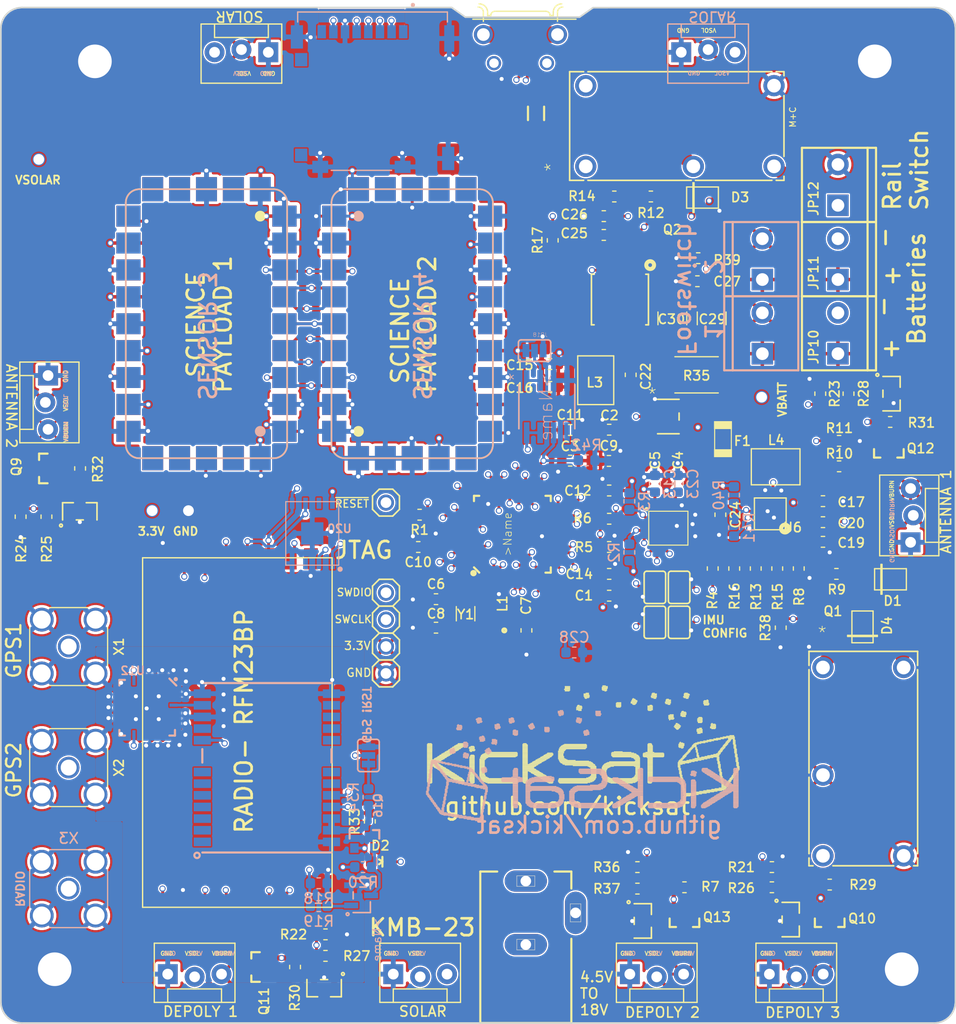
<source format=kicad_pcb>
(kicad_pcb (version 20171130) (host pcbnew "(5.1.0)-1")
  (layers (0 Top signal) (1 Route2 signal hide) (2 Route15 signal hide) (31 Bottom signal hide) (34 B.Paste user hide) (35 F.Paste user hide) (36 B.SilkS user hide) (37 F.SilkS user) (38 B.Mask user hide) (39 F.Mask user hide) (44 Edge.Cuts user))
  (net 0 "")
  (net 1 GND)
  (net 2 3.3V)
  (net 3 SPI_MOSI)
  (net 4 SPI_MISO)
  (net 5 SPI_SCK)
  (net 6 RF_NIRQ)
  (net 7 RF_SDN)
  (net 8 I_BATT)
  (net 9 ENAB_BURN4)
  (net 10 ENAB_BURN3)
  (net 11 ENAB_BURN2)
  (net 12 ENAB_BURN1)
  (net 13 UART1_TX)
  (net 14 UART1_RX)
  (net 15 ENAB_GPS)
  (net 16 SWCLK)
  (net 17 SWDIO)
  (net 18 ~RESET)
  (net 19 VSOLAR)
  (net 20 L1_PROG)
  (net 21 VBATT)
  (net 22 USB_D+)
  (net 23 USB_D-)
  (net 24 SPI_CS_RFM)
  (net 25 SPI_CS_SD)
  (net 26 SPI_CS_XTB2)
  (net 27 XTB_RESET)
  (net 28 SPI_CS_MRAM)
  (net 29 GPS_PWR_IN)
  (net 30 SPI_CS_XTB1)
  (net 31 BURN_RELAY_B)
  (net 32 BURN_RELAY_A)
  (net 33 ENAB_BURN5)
  (net 34 SPI_CS_XTB3)
  (net 35 SPI_CS_XTB4)
  (net 36 "Net-(C6-Pad2)")
  (net 37 "Net-(C8-Pad1)")
  (net 38 "Net-(C10-Pad1)")
  (net 39 /Avionics/WDT_WDI)
  (net 40 /Avionics/I2C_SCL)
  (net 41 /Avionics/I2C_SDA)
  (net 42 "Net-(U4-Pad20)")
  (net 43 "Net-(U4-Pad19)")
  (net 44 "Net-(D2-PadC)")
  (net 45 "Net-(R4-Pad2)")
  (net 46 "Net-(C14-Pad1)")
  (net 47 "Net-(C7-Pad1)")
  (net 48 "Net-(C5-Pad1)")
  (net 49 "Net-(C4-Pad1)")
  (net 50 "Net-(U3-Pad13)")
  (net 51 "Net-(U3-Pad12)")
  (net 52 "Net-(U3-Pad11)")
  (net 53 "Net-(U3-Pad10)")
  (net 54 "Net-(U3-Pad9)")
  (net 55 "Net-(JP3-Pad2)")
  (net 56 "Net-(JP4-Pad2)")
  (net 57 "Net-(JP1-Pad2)")
  (net 58 "Net-(JP2-Pad2)")
  (net 59 "Net-(U1-Pad5)")
  (net 60 "Net-(JP18-Pad2)")
  (net 61 "Net-(D2-PadA)")
  (net 62 "Net-(C28-Pad2)")
  (net 63 "Net-(R8-Pad1)")
  (net 64 "Net-(R15-Pad1)")
  (net 65 "Net-(R13-Pad1)")
  (net 66 "Net-(R41-Pad1)")
  (net 67 "Net-(C24-Pad1)")
  (net 68 "Net-(R40-Pad2)")
  (net 69 "Net-(L4-PadP$2)")
  (net 70 "Net-(R10-Pad1)")
  (net 71 "Net-(C20-Pad2)")
  (net 72 "Net-(C17-Pad1)")
  (net 73 "Net-(C19-Pad1)")
  (net 74 "Net-(C20-Pad1)")
  (net 75 "Net-(Q15-Pad3)")
  (net 76 /Power/VREG_IN)
  (net 77 "Net-(C22-Pad2)")
  (net 78 "Net-(C22-Pad1)")
  (net 79 "Net-(R17-Pad1)")
  (net 80 "Net-(C25-Pad1)")
  (net 81 "Net-(C26-Pad1)")
  (net 82 "Net-(R12-Pad1)")
  (net 83 "Net-(Q15-Pad1)")
  (net 84 "Net-(J3-Pad2)")
  (net 85 /Connectors/VBATT_IN)
  (net 86 "Net-(JP13-Pad1)")
  (net 87 "Net-(F2-Pad1)")
  (net 88 "Net-(J2-Pad4)")
  (net 89 "Net-(J1-PadDT)")
  (net 90 "Net-(J1-PadSW)")
  (net 91 "Net-(J1-Pad8)")
  (net 92 "Net-(J1-Pad1)")
  (net 93 "Net-(U20-Pad7)")
  (net 94 "Net-(U20-Pad3)")
  (net 95 "Net-(U14-Pad19)")
  (net 96 "Net-(U14-Pad16)")
  (net 97 "Net-(U14-Pad15)")
  (net 98 "Net-(U14-Pad14)")
  (net 99 "Net-(U14-Pad17)")
  (net 100 "Net-(U14-Pad18)")
  (net 101 "Net-(U14-Pad1)")
  (net 102 "Net-(U14-Pad3)")
  (net 103 "Net-(U14-Pad6)")
  (net 104 "Net-(U14-Pad5)")
  (net 105 "Net-(U14-Pad4)")
  (net 106 "Net-(U14-Pad2)")
  (net 107 "Net-(U14-Pad7)")
  (net 108 "Net-(U14-Pad9)")
  (net 109 "/RF and GPS/RF_IN")
  (net 110 "Net-(JP24-Pad2)")
  (net 111 "Net-(U12-Pad26)")
  (net 112 "Net-(U12-Pad15)")
  (net 113 "Net-(JP24-Pad3)")
  (net 114 "Net-(U13-PadGPIO_2)")
  (net 115 "Net-(U13-PadGPIO_1)")
  (net 116 "Net-(U13-PadGPIO_0)")
  (net 117 "Net-(U13-PadANT)")
  (net 118 "Net-(U15-PadP$27)")
  (net 119 "Net-(U15-PadP$26)")
  (net 120 "Net-(U15-PadP$25)")
  (net 121 "Net-(U15-PadP$24)")
  (net 122 "Net-(U15-PadP$16)")
  (net 123 "Net-(U15-PadP$15)")
  (net 124 "Net-(U15-PadP$14)")
  (net 125 "Net-(U15-PadP$13)")
  (net 126 "Net-(U15-PadP$11)")
  (net 127 "Net-(U16-PadP$27)")
  (net 128 "Net-(U16-PadP$26)")
  (net 129 "Net-(U16-PadP$25)")
  (net 130 "Net-(U16-PadP$24)")
  (net 131 "Net-(U16-PadP$16)")
  (net 132 "Net-(U16-PadP$15)")
  (net 133 "Net-(U16-PadP$14)")
  (net 134 "Net-(U16-PadP$13)")
  (net 135 "Net-(U16-PadP$11)")
  (net 136 "Net-(U17-PadP$27)")
  (net 137 "Net-(U17-PadP$26)")
  (net 138 "Net-(U17-PadP$25)")
  (net 139 "Net-(U17-PadP$24)")
  (net 140 "Net-(U17-PadP$16)")
  (net 141 "Net-(U17-PadP$15)")
  (net 142 "Net-(U17-PadP$14)")
  (net 143 "Net-(U17-PadP$13)")
  (net 144 "Net-(U17-PadP$11)")
  (net 145 "Net-(U18-PadP$27)")
  (net 146 "Net-(U18-PadP$26)")
  (net 147 "Net-(U18-PadP$25)")
  (net 148 "Net-(U18-PadP$24)")
  (net 149 "Net-(U18-PadP$16)")
  (net 150 "Net-(U18-PadP$15)")
  (net 151 "Net-(U18-PadP$14)")
  (net 152 "/Burn Wires/VBURN_A_IN")
  (net 153 "Net-(Q20-Pad1)")
  (net 154 "/Burn Wires/VBURN1")
  (net 155 "Net-(Q12-Pad1)")
  (net 156 "/Burn Wires/VBURN2")
  (net 157 "/Burn Wires/VBURN_B_IN")
  (net 158 "Net-(Q11-Pad1)")
  (net 159 "/Burn Wires/VBURN3")
  (net 160 "Net-(Q10-Pad1)")
  (net 161 "/Burn Wires/VBURN4")
  (net 162 "Net-(Q5-Pad1)")
  (net 163 "Net-(Q8-Pad1)")
  (net 164 "Net-(Q7-Pad1)")
  (net 165 "Net-(Q6-Pad1)")
  (net 166 "Net-(Q13-Pad1)")
  (net 167 "/Burn Wires/VBURN5")
  (net 168 "Net-(Q14-Pad1)")
  (net 169 "Net-(D3-PadA)")
  (net 170 "Net-(D4-PadA)")
  (net 171 "Net-(JP15-Pad3)")
  (net 172 "Net-(JP14-Pad3)")
  (net 173 "Net-(JP17-Pad3)")
  (net 174 "Net-(D5-Pad2)")
  (net 175 "Net-(Q5-Pad3)")
  (net 176 "Net-(Q6-Pad3)")
  (net 177 "Net-(Q7-Pad3)")
  (net 178 "Net-(Q8-Pad3)")
  (net 179 "Net-(Q14-Pad3)")
  (module Crystal:Crystal_SMD_3215-2Pin_3.2x1.5mm (layer Top) (at 147.3165 114.297296 90)
    (fp_text reference Y1 (at -0.066204 0.0035 180) (layer F.SilkS) (effects (font (size 0.889 0.889) (thickness 0.1524))))
    (fp_text value 32.768kHz)
    (pad 2 smd rect (at -1.25 0 90) (size 1 1.8) (layers Top F.Paste F.Mask))
    (pad 1 smd rect (at 1.25 0 90) (size 1 1.8) (layers Top F.Paste F.Mask))
  )
  (module Connector_Coaxial:SMA_Amphenol_132134-16_Vertical (layer Bottom) (at 109.8261 140.256096 180)
    (fp_text reference X3 (at 0 4.75 180) (layer B.SilkS) (effects (justify mirror)))
    (fp_text value BU-SMA-V)
    (pad 2 thru_hole circle (at -2.54 -2.54 180) (size 2.25 2.25) (drill 1.7) (layers *.Cu *.Mask) (net 1 GND))
    (pad 2 thru_hole circle (at -2.54 2.54 180) (size 2.25 2.25) (drill 1.7) (layers *.Cu *.Mask) (net 1 GND))
    (pad 2 thru_hole circle (at 2.54 2.54 180) (size 2.25 2.25) (drill 1.7) (layers *.Cu *.Mask) (net 1 GND))
    (pad 2 thru_hole circle (at 2.54 -2.54 180) (size 2.25 2.25) (drill 1.7) (layers *.Cu *.Mask) (net 1 GND))
    (pad 1 thru_hole circle (at 0 0 180) (size 2.05 2.05) (drill 1.5) (layers *.Cu *.Mask) (net 117 "Net-(U13-PadANT)"))
  )
  (module Connector_Coaxial:SMA_Amphenol_132134-16_Vertical (layer Top) (at 109.8261 128.826096 270)
    (fp_text reference X2 (at 0 -4.75 270) (layer F.SilkS) (effects (font (size 0.889 0.889) (thickness 0.1524))))
    (fp_text value BU-SMA-V)
    (pad 2 thru_hole circle (at -2.54 2.54 270) (size 2.25 2.25) (drill 1.7) (layers *.Cu *.Mask) (net 1 GND))
    (pad 2 thru_hole circle (at -2.54 -2.54 270) (size 2.25 2.25) (drill 1.7) (layers *.Cu *.Mask) (net 1 GND))
    (pad 2 thru_hole circle (at 2.54 -2.54 270) (size 2.25 2.25) (drill 1.7) (layers *.Cu *.Mask) (net 1 GND))
    (pad 2 thru_hole circle (at 2.54 2.54 270) (size 2.25 2.25) (drill 1.7) (layers *.Cu *.Mask) (net 1 GND))
    (pad 1 thru_hole circle (at 0 0 270) (size 2.05 2.05) (drill 1.5) (layers *.Cu *.Mask) (net 112 "Net-(U12-Pad15)"))
  )
  (module Connector_Coaxial:SMA_Amphenol_132134-16_Vertical (layer Top) (at 109.8261 117.396096 270)
    (fp_text reference X1 (at 0 -4.75 270) (layer F.SilkS) (effects (font (size 0.889 0.889) (thickness 0.1524))))
    (fp_text value BU-SMA-V)
    (pad 2 thru_hole circle (at -2.54 2.54 270) (size 2.25 2.25) (drill 1.7) (layers *.Cu *.Mask) (net 1 GND))
    (pad 2 thru_hole circle (at -2.54 -2.54 270) (size 2.25 2.25) (drill 1.7) (layers *.Cu *.Mask) (net 1 GND))
    (pad 2 thru_hole circle (at 2.54 -2.54 270) (size 2.25 2.25) (drill 1.7) (layers *.Cu *.Mask) (net 1 GND))
    (pad 2 thru_hole circle (at 2.54 2.54 270) (size 2.25 2.25) (drill 1.7) (layers *.Cu *.Mask) (net 1 GND))
    (pad 1 thru_hole circle (at 0 0 270) (size 2.05 2.05) (drill 1.5) (layers *.Cu *.Mask) (net 111 "Net-(U12-Pad26)"))
  )
  (module Resistor_SMD:R_0603_1608Metric (layer Bottom) (at 158.746721 99.807234 180)
    (fp_text reference R42 (at 0 1.43 180) (layer B.SilkS) (effects (justify mirror)))
    (fp_text value 10k)
    (pad 2 smd roundrect (at 0.7875 0 180) (size 0.875 0.95) (layers Bottom B.Paste B.Mask) (net 39 /Avionics/WDT_WDI))
    (pad 1 smd roundrect (at -0.7875 0 180) (size 0.875 0.95) (layers Bottom B.Paste B.Mask) (net 1 GND))
  )
  (module Resistor_SMD:R_0603_1608Metric (layer Bottom) (at 172.67 106.175568 90)
    (fp_text reference R41 (at 0 1.43 90) (layer B.SilkS) (effects (justify mirror)))
    (fp_text value 845K)
    (pad 2 smd roundrect (at 0.7875 0 90) (size 0.875 0.95) (layers Bottom B.Paste B.Mask) (net 68 "Net-(R40-Pad2)"))
    (pad 1 smd roundrect (at -0.7875 0 90) (size 0.875 0.95) (layers Bottom B.Paste B.Mask) (net 66 "Net-(R41-Pad1)"))
  )
  (module Resistor_SMD:R_0603_1608Metric (layer Bottom) (at 172.670962 103.094971 270)
    (fp_text reference R40 (at 0 1.43 270) (layer B.SilkS) (effects (justify mirror)))
    (fp_text value 2.1M)
    (pad 2 smd roundrect (at 0.7875 0 270) (size 0.875 0.95) (layers Bottom B.Paste B.Mask) (net 68 "Net-(R40-Pad2)"))
    (pad 1 smd roundrect (at -0.7875 0 270) (size 0.875 0.95) (layers Bottom B.Paste B.Mask) (net 67 "Net-(C24-Pad1)"))
  )
  (module Resistor_SMD:R_0603_1608Metric (layer Top) (at 169.288481 80.726975 180)
    (fp_text reference R39 (at -2.733019 -0.172025 180) (layer F.SilkS) (effects (font (size 0.889 0.889) (thickness 0.1524))))
    (fp_text value 10k)
    (pad 2 smd roundrect (at 0.7875 0 180) (size 0.875 0.95) (layers Top F.Paste F.Mask) (net 1 GND))
    (pad 1 smd roundrect (at -0.7875 0 180) (size 0.875 0.95) (layers Top F.Paste F.Mask) (net 32 BURN_RELAY_A))
  )
  (module Resistor_SMD:R_0603_1608Metric (layer Top) (at 177.084459 115.619575 270)
    (fp_text reference R38 (at 0.013925 1.443459 270) (layer F.SilkS) (effects (font (size 0.889 0.889) (thickness 0.1524))))
    (fp_text value 10k)
    (pad 2 smd roundrect (at 0.7875 0 270) (size 0.875 0.95) (layers Top F.Paste F.Mask) (net 1 GND))
    (pad 1 smd roundrect (at -0.7875 0 270) (size 0.875 0.95) (layers Top F.Paste F.Mask) (net 31 BURN_RELAY_B))
  )
  (module Resistor_SMD:R_0603_1608Metric (layer Top) (at 163.5471 140.256096)
    (fp_text reference R37 (at -2.8921 0.015404) (layer F.SilkS) (effects (font (size 0.889 0.889) (thickness 0.1524))))
    (fp_text value 4.7k)
    (pad 2 smd roundrect (at 0.7875 0) (size 0.875 0.95) (layers Top F.Paste F.Mask) (net 33 ENAB_BURN5))
    (pad 1 smd roundrect (at -0.7875 0) (size 0.875 0.95) (layers Top F.Paste F.Mask) (net 168 "Net-(Q14-Pad1)"))
  )
  (module Resistor_SMD:R_0603_1608Metric (layer Top) (at 163.5471 138.224096 180)
    (fp_text reference R36 (at 2.8921 -0.015404 180) (layer F.SilkS) (effects (font (size 0.889 0.889) (thickness 0.1524))))
    (fp_text value 10k)
    (pad 2 smd roundrect (at 0.7875 0 180) (size 0.875 0.95) (layers Top F.Paste F.Mask) (net 1 GND))
    (pad 1 smd roundrect (at -0.7875 0 180) (size 0.875 0.95) (layers Top F.Paste F.Mask) (net 33 ENAB_BURN5))
  )
  (module Resistor_SMD:R_2512_6332Metric (layer Top) (at 169.1351 91.742096)
    (fp_text reference R35 (at 0 0.078904) (layer F.SilkS) (effects (font (size 0.889 0.889) (thickness 0.1524))))
    (fp_text value 0.025)
    (pad 2 smd roundrect (at 2.9 0) (size 1.35 3.35) (layers Top F.Paste F.Mask) (roundrect_rratio 0.185185) (net 21 VBATT))
    (pad 1 smd roundrect (at -2.9 0) (size 1.35 3.35) (layers Top F.Paste F.Mask) (roundrect_rratio 0.185185) (net 76 /Power/VREG_IN))
  )
  (module Resistor_SMD:R_0603_1608Metric (layer Bottom) (at 138.1471 131.620096 270)
    (fp_text reference R34 (at 0 1.43 270) (layer B.SilkS) (effects (justify mirror)))
    (fp_text value 10K)
    (pad 2 smd roundrect (at 0.7875 0 270) (size 0.875 0.95) (layers Bottom B.Paste B.Mask) (net 29 GPS_PWR_IN))
    (pad 1 smd roundrect (at -0.7875 0 270) (size 0.875 0.95) (layers Bottom B.Paste B.Mask) (net 113 "Net-(JP24-Pad3)"))
  )
  (module Resistor_SMD:R_0603_1608Metric (layer Top) (at 138.2741 133.906096 90)
    (fp_text reference R33 (at 0 -1.43 90) (layer F.SilkS) (effects (font (size 0.889 0.889) (thickness 0.1524))))
    (fp_text value 330)
    (pad 2 smd roundrect (at 0.7875 0 90) (size 0.875 0.95) (layers Top F.Paste F.Mask) (net 2 3.3V))
    (pad 1 smd roundrect (at -0.7875 0 90) (size 0.875 0.95) (layers Top F.Paste F.Mask) (net 61 "Net-(D2-PadA)"))
  )
  (module Resistor_SMD:R_0603_1608Metric (layer Top) (at 110.9081 100.580096 90)
    (fp_text reference R32 (at -0.067404 1.6774 90) (layer F.SilkS) (effects (font (size 0.889 0.889) (thickness 0.1524))))
    (fp_text value 100k)
    (pad 2 smd roundrect (at 0.7875 0 90) (size 0.875 0.95) (layers Top F.Paste F.Mask) (net 152 "/Burn Wires/VBURN_A_IN"))
    (pad 1 smd roundrect (at -0.7875 0 90) (size 0.875 0.95) (layers Top F.Paste F.Mask) (net 175 "Net-(Q5-Pad3)"))
  )
  (module Resistor_SMD:R_0603_1608Metric (layer Top) (at 187.4231 96.187096 180)
    (fp_text reference R31 (at -2.9499 -0.078904 180) (layer F.SilkS) (effects (font (size 0.889 0.889) (thickness 0.1524))))
    (fp_text value 100k)
    (pad 2 smd roundrect (at 0.7875 0 180) (size 0.875 0.95) (layers Top F.Paste F.Mask) (net 152 "/Burn Wires/VBURN_A_IN"))
    (pad 1 smd roundrect (at -0.7875 0 180) (size 0.875 0.95) (layers Top F.Paste F.Mask) (net 178 "Net-(Q8-Pad3)"))
  )
  (module Resistor_SMD:R_0603_1608Metric (layer Top) (at 131.20975 147.655359 90)
    (fp_text reference R30 (at -2.903141 -0.01875 90) (layer F.SilkS) (effects (font (size 0.889 0.889) (thickness 0.1524))))
    (fp_text value 100k)
    (pad 2 smd roundrect (at 0.7875 0 90) (size 0.875 0.95) (layers Top F.Paste F.Mask) (net 157 "/Burn Wires/VBURN_B_IN"))
    (pad 1 smd roundrect (at -0.7875 0 90) (size 0.875 0.95) (layers Top F.Paste F.Mask) (net 177 "Net-(Q7-Pad3)"))
  )
  (module Resistor_SMD:R_0603_1608Metric (layer Top) (at 181.7081 139.875096 180)
    (fp_text reference R29 (at -3.1404 -0.015404 180) (layer F.SilkS) (effects (font (size 0.889 0.889) (thickness 0.1524))))
    (fp_text value 100k)
    (pad 2 smd roundrect (at 0.7875 0 180) (size 0.875 0.95) (layers Top F.Paste F.Mask) (net 157 "/Burn Wires/VBURN_B_IN"))
    (pad 1 smd roundrect (at -0.7875 0 180) (size 0.875 0.95) (layers Top F.Paste F.Mask) (net 176 "Net-(Q6-Pad3)"))
  )
  (module Resistor_SMD:R_0603_1608Metric (layer Top) (at 183.4861 93.520096 270)
    (fp_text reference R28 (at 0 -1.43 270) (layer F.SilkS) (effects (font (size 0.889 0.889) (thickness 0.1524))))
    (fp_text value 4.7k)
    (pad 2 smd roundrect (at 0.7875 0 270) (size 0.875 0.95) (layers Top F.Paste F.Mask) (net 11 ENAB_BURN2))
    (pad 1 smd roundrect (at -0.7875 0 270) (size 0.875 0.95) (layers Top F.Paste F.Mask) (net 163 "Net-(Q8-Pad1)"))
  )
  (module Resistor_SMD:R_0603_1608Metric (layer Top) (at 134.0831 146.606096 180)
    (fp_text reference R27 (at -2.9499 -0.015404 180) (layer F.SilkS) (effects (font (size 0.889 0.889) (thickness 0.1524))))
    (fp_text value 4.7k)
    (pad 2 smd roundrect (at 0.7875 0 180) (size 0.875 0.95) (layers Top F.Paste F.Mask) (net 10 ENAB_BURN3))
    (pad 1 smd roundrect (at -0.7875 0 180) (size 0.875 0.95) (layers Top F.Paste F.Mask) (net 164 "Net-(Q7-Pad1)"))
  )
  (module Resistor_SMD:R_0603_1608Metric (layer Top) (at 176.2471 140.129096 180)
    (fp_text reference R26 (at 2.8921 -0.078904 180) (layer F.SilkS) (effects (font (size 0.889 0.889) (thickness 0.1524))))
    (fp_text value 4.7k)
    (pad 2 smd roundrect (at 0.7875 0 180) (size 0.875 0.95) (layers Top F.Paste F.Mask) (net 9 ENAB_BURN4))
    (pad 1 smd roundrect (at -0.7875 0 180) (size 0.875 0.95) (layers Top F.Paste F.Mask) (net 165 "Net-(Q6-Pad1)"))
  )
  (module Resistor_SMD:R_0603_1608Metric (layer Top) (at 107.7285 105.136096 90)
    (fp_text reference R25 (at -3.067904 0.031 90) (layer F.SilkS) (effects (font (size 0.889 0.889) (thickness 0.1524))))
    (fp_text value 4.7k)
    (pad 2 smd roundrect (at 0.7875 0 90) (size 0.875 0.95) (layers Top F.Paste F.Mask) (net 12 ENAB_BURN1))
    (pad 1 smd roundrect (at -0.7875 0 90) (size 0.875 0.95) (layers Top F.Paste F.Mask) (net 162 "Net-(Q5-Pad1)"))
  )
  (module Resistor_SMD:R_0603_1608Metric (layer Top) (at 105.2901 105.136096 270)
    (fp_text reference R24 (at 3.067904 -0.0564 270) (layer F.SilkS) (effects (font (size 0.889 0.889) (thickness 0.1524))))
    (fp_text value 10k)
    (pad 2 smd roundrect (at 0.7875 0 270) (size 0.875 0.95) (layers Top F.Paste F.Mask) (net 1 GND))
    (pad 1 smd roundrect (at -0.7875 0 270) (size 0.875 0.95) (layers Top F.Paste F.Mask) (net 12 ENAB_BURN1))
  )
  (module Resistor_SMD:R_0603_1608Metric (layer Top) (at 180.8191 93.520096 90)
    (fp_text reference R23 (at -0.015404 1.3624 90) (layer F.SilkS) (effects (font (size 0.889 0.889) (thickness 0.1524))))
    (fp_text value 10k)
    (pad 2 smd roundrect (at 0.7875 0 90) (size 0.875 0.95) (layers Top F.Paste F.Mask) (net 1 GND))
    (pad 1 smd roundrect (at -0.7875 0 90) (size 0.875 0.95) (layers Top F.Paste F.Mask) (net 11 ENAB_BURN2))
  )
  (module Resistor_SMD:R_0603_1608Metric (layer Top) (at 134.0831 144.574096)
    (fp_text reference R22 (at -3.0191 0.015404) (layer F.SilkS) (effects (font (size 0.889 0.889) (thickness 0.1524))))
    (fp_text value 10k)
    (pad 2 smd roundrect (at 0.7875 0) (size 0.875 0.95) (layers Top F.Paste F.Mask) (net 1 GND))
    (pad 1 smd roundrect (at -0.7875 0) (size 0.875 0.95) (layers Top F.Paste F.Mask) (net 10 ENAB_BURN3))
  )
  (module Resistor_SMD:R_0603_1608Metric (layer Top) (at 176.2471 138.224096)
    (fp_text reference R21 (at -2.8921 0.015404) (layer F.SilkS) (effects (font (size 0.889 0.889) (thickness 0.1524))))
    (fp_text value 10k)
    (pad 2 smd roundrect (at 0.7875 0) (size 0.875 0.95) (layers Top F.Paste F.Mask) (net 1 GND))
    (pad 1 smd roundrect (at -0.7875 0) (size 0.875 0.95) (layers Top F.Paste F.Mask) (net 9 ENAB_BURN4))
  )
  (module Resistor_SMD:R_0603_1608Metric (layer Bottom) (at 137.6391 138.224096)
    (fp_text reference R20 (at 0 1.43) (layer B.SilkS) (effects (justify mirror)))
    (fp_text value 3.3K)
    (pad 2 smd roundrect (at 0.7875 0) (size 0.875 0.95) (layers Bottom B.Paste B.Mask) (net 75 "Net-(Q15-Pad3)"))
    (pad 1 smd roundrect (at -0.7875 0) (size 0.875 0.95) (layers Bottom B.Paste B.Mask) (net 2 3.3V))
  )
  (module Resistor_SMD:R_0603_1608Metric (layer Bottom) (at 133.4481 141.907096)
    (fp_text reference R19 (at 0 1.43) (layer B.SilkS) (effects (justify mirror)))
    (fp_text value 4.7K)
    (pad 2 smd roundrect (at 0.7875 0) (size 0.875 0.95) (layers Bottom B.Paste B.Mask) (net 83 "Net-(Q15-Pad1)"))
    (pad 1 smd roundrect (at -0.7875 0) (size 0.875 0.95) (layers Bottom B.Paste B.Mask) (net 15 ENAB_GPS))
  )
  (module Resistor_SMD:R_0603_1608Metric (layer Bottom) (at 133.4481 139.748096)
    (fp_text reference R18 (at 0 1.43) (layer B.SilkS) (effects (justify mirror)))
    (fp_text value 10K)
    (pad 2 smd roundrect (at 0.7875 0) (size 0.875 0.95) (layers Bottom B.Paste B.Mask) (net 1 GND))
    (pad 1 smd roundrect (at -0.7875 0) (size 0.875 0.95) (layers Bottom B.Paste B.Mask) (net 15 ENAB_GPS))
  )
  (module Resistor_SMD:R_0603_1608Metric (layer Top) (at 155.5461 79.042096 90)
    (fp_text reference R17 (at 0 -1.43 90) (layer F.SilkS) (effects (font (size 0.889 0.889) (thickness 0.1524))))
    (fp_text value 100K)
    (pad 2 smd roundrect (at 0.7875 0 90) (size 0.875 0.95) (layers Top F.Paste F.Mask) (net 81 "Net-(C26-Pad1)"))
    (pad 1 smd roundrect (at -0.7875 0 90) (size 0.875 0.95) (layers Top F.Paste F.Mask) (net 79 "Net-(R17-Pad1)"))
  )
  (module Resistor_SMD:R_0603_1608Metric (layer Top) (at 172.6911 110.030096 90)
    (fp_text reference R16 (at -2.618904 0.0289 90) (layer F.SilkS) (effects (font (size 0.889 0.889) (thickness 0.1524))))
    (fp_text value 6.04K)
    (pad 2 smd roundrect (at 0.7875 0 90) (size 0.875 0.95) (layers Top F.Paste F.Mask) (net 20 L1_PROG))
    (pad 1 smd roundrect (at -0.7875 0 90) (size 0.875 0.95) (layers Top F.Paste F.Mask) (net 1 GND))
  )
  (module Resistor_SMD:R_0603_1608Metric (layer Top) (at 176.7551 110.030096 270)
    (fp_text reference R15 (at 2.667 -0.033 270) (layer F.SilkS) (effects (font (size 0.889 0.889) (thickness 0.1524))))
    (fp_text value 4.7k)
    (pad 2 smd roundrect (at 0.7875 0 270) (size 0.875 0.95) (layers Top F.Paste F.Mask) (net 2 3.3V))
    (pad 1 smd roundrect (at -0.7875 0 270) (size 0.875 0.95) (layers Top F.Paste F.Mask) (net 64 "Net-(R15-Pad1)"))
  )
  (module Resistor_SMD:R_0603_1608Metric (layer Top) (at 161.3627 74.901896)
    (fp_text reference R14 (at -3.0572 -0.035396) (layer F.SilkS) (effects (font (size 0.889 0.889) (thickness 0.1524))))
    (fp_text value 22.1k)
    (pad 2 smd roundrect (at 0.7875 0) (size 0.875 0.95) (layers Top F.Paste F.Mask) (net 82 "Net-(R12-Pad1)"))
    (pad 1 smd roundrect (at -0.7875 0) (size 0.875 0.95) (layers Top F.Paste F.Mask) (net 1 GND))
  )
  (module Resistor_SMD:R_0603_1608Metric (layer Top) (at 174.7231 110.030096 270)
    (fp_text reference R13 (at 2.667 -0.033 270) (layer F.SilkS) (effects (font (size 0.889 0.889) (thickness 0.1524))))
    (fp_text value 470k)
    (pad 2 smd roundrect (at 0.7875 0 270) (size 0.875 0.95) (layers Top F.Paste F.Mask) (net 2 3.3V))
    (pad 1 smd roundrect (at -0.7875 0 270) (size 0.875 0.95) (layers Top F.Paste F.Mask) (net 65 "Net-(R13-Pad1)"))
  )
  (module Resistor_SMD:R_0603_1608Metric (layer Top) (at 164.8171 74.901896)
    (fp_text reference R12 (at 0 1.552104) (layer F.SilkS) (effects (font (size 0.889 0.889) (thickness 0.1524))))
    (fp_text value 73.2K)
    (pad 2 smd roundrect (at 0.7875 0) (size 0.875 0.95) (layers Top F.Paste F.Mask) (net 2 3.3V))
    (pad 1 smd roundrect (at -0.7875 0) (size 0.875 0.95) (layers Top F.Paste F.Mask) (net 82 "Net-(R12-Pad1)"))
  )
  (module Resistor_SMD:R_0603_1608Metric (layer Top) (at 182.5971 97.974496 180)
    (fp_text reference R11 (at -0.0289 1.200496 180) (layer F.SilkS) (effects (font (size 0.889 0.889) (thickness 0.1524))))
    (fp_text value 43K)
    (pad 2 smd roundrect (at 0.7875 0 180) (size 0.875 0.95) (layers Top F.Paste F.Mask) (net 70 "Net-(R10-Pad1)"))
    (pad 1 smd roundrect (at -0.7875 0 180) (size 0.875 0.95) (layers Top F.Paste F.Mask) (net 1 GND))
  )
  (module Resistor_SMD:R_0603_1608Metric (layer Top) (at 182.5971 100.378096)
    (fp_text reference R10 (at 0.0289 -1.191096) (layer F.SilkS) (effects (font (size 0.889 0.889) (thickness 0.1524))))
    (fp_text value 330K)
    (pad 2 smd roundrect (at 0.7875 0) (size 0.875 0.95) (layers Top F.Paste F.Mask) (net 72 "Net-(C17-Pad1)"))
    (pad 1 smd roundrect (at -0.7875 0) (size 0.875 0.95) (layers Top F.Paste F.Mask) (net 70 "Net-(R10-Pad1)"))
  )
  (module Resistor_SMD:R_0603_1608Metric (layer Top) (at 182.3431 110.538096)
    (fp_text reference R9 (at 0.0289 1.475904) (layer F.SilkS) (effects (font (size 0.889 0.889) (thickness 0.1524))))
    (fp_text value 40.9K)
    (pad 2 smd roundrect (at 0.7875 0) (size 0.875 0.95) (layers Top F.Paste F.Mask) (net 72 "Net-(C17-Pad1)"))
    (pad 1 smd roundrect (at -0.7875 0) (size 0.875 0.95) (layers Top F.Paste F.Mask) (net 63 "Net-(R8-Pad1)"))
  )
  (module Resistor_SMD:R_0603_1608Metric (layer Top) (at 178.7871 110.030096 270)
    (fp_text reference R8 (at 2.667 -0.033 270) (layer F.SilkS) (effects (font (size 0.889 0.889) (thickness 0.1524))))
    (fp_text value 100K)
    (pad 2 smd roundrect (at 0.7875 0 270) (size 0.875 0.95) (layers Top F.Paste F.Mask) (net 1 GND))
    (pad 1 smd roundrect (at -0.7875 0 270) (size 0.875 0.95) (layers Top F.Paste F.Mask) (net 63 "Net-(R8-Pad1)"))
  )
  (module Resistor_SMD:R_0603_1608Metric (layer Top) (at 167.9921 140.129096 180)
    (fp_text reference R7 (at -2.4419 0.048096 180) (layer F.SilkS) (effects (font (size 0.889 0.889) (thickness 0.1524))))
    (fp_text value 100k)
    (pad 2 smd roundrect (at 0.7875 0 180) (size 0.875 0.95) (layers Top F.Paste F.Mask) (net 157 "/Burn Wires/VBURN_B_IN"))
    (pad 1 smd roundrect (at -0.7875 0 180) (size 0.875 0.95) (layers Top F.Paste F.Mask) (net 179 "Net-(Q14-Pad3)"))
  )
  (module Resistor_SMD:R_0603_1608Metric (layer Top) (at 160.8801 105.331096)
    (fp_text reference R6 (at -2.5111 -0.048096) (layer F.SilkS) (effects (font (size 0.889 0.889) (thickness 0.1524))))
    (fp_text value 316K)
    (pad 2 smd roundrect (at 0.7875 0) (size 0.875 0.95) (layers Top F.Paste F.Mask) (net 21 VBATT))
    (pad 1 smd roundrect (at -0.7875 0) (size 0.875 0.95) (layers Top F.Paste F.Mask) (net 46 "Net-(C14-Pad1)"))
  )
  (module Resistor_SMD:R_0603_1608Metric (layer Top) (at 160.8801 107.998096 180)
    (fp_text reference R5 (at 2.3841 -0.015404 180) (layer F.SilkS) (effects (font (size 0.889 0.889) (thickness 0.1524))))
    (fp_text value 110K)
    (pad 2 smd roundrect (at 0.7875 0 180) (size 0.875 0.95) (layers Top F.Paste F.Mask) (net 46 "Net-(C14-Pad1)"))
    (pad 1 smd roundrect (at -0.7875 0 180) (size 0.875 0.95) (layers Top F.Paste F.Mask) (net 1 GND))
  )
  (module Resistor_SMD:R_0603_1608Metric (layer Top) (at 170.6591 110.030096 270)
    (fp_text reference R4 (at 2.999904 0.0346 270) (layer F.SilkS) (effects (font (size 0.889 0.889) (thickness 0.1524))))
    (fp_text value 10k)
    (pad 2 smd roundrect (at 0.7875 0 270) (size 0.875 0.95) (layers Top F.Paste F.Mask) (net 45 "Net-(R4-Pad2)"))
    (pad 1 smd roundrect (at -0.7875 0 270) (size 0.875 0.95) (layers Top F.Paste F.Mask) (net 20 L1_PROG))
  )
  (module Resistor_SMD:R_0603_1608Metric (layer Bottom) (at 162.7851 103.680096 90)
    (fp_text reference R3 (at 0 1.43 90) (layer B.SilkS) (effects (justify mirror)))
    (fp_text value 4.7k)
    (pad 2 smd roundrect (at 0.7875 0 90) (size 0.875 0.95) (layers Bottom B.Paste B.Mask) (net 2 3.3V))
    (pad 1 smd roundrect (at -0.7875 0 90) (size 0.875 0.95) (layers Bottom B.Paste B.Mask) (net 40 /Avionics/I2C_SCL))
  )
  (module Resistor_SMD:R_0603_1608Metric (layer Bottom) (at 162.7851 108.506096 270)
    (fp_text reference R2 (at 0 1.43 270) (layer B.SilkS) (effects (justify mirror)))
    (fp_text value 4.7k)
    (pad 2 smd roundrect (at 0.7875 0 270) (size 0.875 0.95) (layers Bottom B.Paste B.Mask) (net 2 3.3V))
    (pad 1 smd roundrect (at -0.7875 0 270) (size 0.875 0.95) (layers Bottom B.Paste B.Mask) (net 41 /Avionics/I2C_SDA))
  )
  (module Resistor_SMD:R_0603_1608Metric (layer Top) (at 142.9731 104.950096 180)
    (fp_text reference R1 (at 0 -1.43 180) (layer F.SilkS) (effects (font (size 0.889 0.889) (thickness 0.1524))))
    (fp_text value 10K)
    (pad 2 smd roundrect (at 0.7875 0 180) (size 0.875 0.95) (layers Top F.Paste F.Mask) (net 2 3.3V))
    (pad 1 smd roundrect (at -0.7875 0 180) (size 0.875 0.95) (layers Top F.Paste F.Mask) (net 18 ~RESET))
  )
  (module Capacitor_SMD:C_1210_3225Metric (layer Top) (at 166.8491 86.408096 90)
    (fp_text reference C30 (at -0.078904 -0.0981 180) (layer F.SilkS) (effects (font (size 0.889 0.889) (thickness 0.1524))))
    (fp_text value 220UF)
    (pad 2 smd roundrect (at 1.4 0 90) (size 1.25 2.65) (layers Top F.Paste F.Mask) (roundrect_rratio 0.2) (net 1 GND))
    (pad 1 smd roundrect (at -1.4 0 90) (size 1.25 2.65) (layers Top F.Paste F.Mask) (roundrect_rratio 0.2) (net 76 /Power/VREG_IN))
  )
  (module Capacitor_SMD:C_1210_3225Metric (layer Top) (at 170.561 86.408096 90)
    (fp_text reference C29 (at -0.078904 0.0635 180) (layer F.SilkS) (effects (font (size 0.889 0.889) (thickness 0.1524))))
    (fp_text value 220UF)
    (pad 2 smd roundrect (at 1.4 0 90) (size 1.25 2.65) (layers Top F.Paste F.Mask) (roundrect_rratio 0.2) (net 1 GND))
    (pad 1 smd roundrect (at -1.4 0 90) (size 1.25 2.65) (layers Top F.Paste F.Mask) (roundrect_rratio 0.2) (net 76 /Power/VREG_IN))
  )
  (module Capacitor_SMD:C_0603_1608Metric (layer Bottom) (at 157.580112 117.953278 180)
    (fp_text reference C28 (at 0 1.43 180) (layer B.SilkS) (effects (justify mirror)))
    (fp_text value 0.1uF)
    (pad 2 smd roundrect (at 0.7875 0 180) (size 0.875 0.95) (layers Bottom B.Paste B.Mask) (net 62 "Net-(C28-Pad2)"))
    (pad 1 smd roundrect (at -0.7875 0 180) (size 0.875 0.95) (layers Bottom B.Paste B.Mask) (net 1 GND))
  )
  (module Capacitor_SMD:C_0603_1608Metric (layer Top) (at 169.2113 82.902896 180)
    (fp_text reference C27 (at -2.8102 -0.028104 180) (layer F.SilkS) (effects (font (size 0.889 0.889) (thickness 0.1524))))
    (fp_text value 2.2uF)
    (pad 2 smd roundrect (at 0.7875 0 180) (size 0.875 0.95) (layers Top F.Paste F.Mask) (net 1 GND))
    (pad 1 smd roundrect (at -0.7875 0 180) (size 0.875 0.95) (layers Top F.Paste F.Mask) (net 85 /Connectors/VBATT_IN))
  )
  (module Capacitor_SMD:C_0603_1608Metric (layer Top) (at 160.3721 76.756096 180)
    (fp_text reference C26 (at 2.794 0.1575 180) (layer F.SilkS) (effects (font (size 0.889 0.889) (thickness 0.1524))))
    (fp_text value 1.0uF)
    (pad 2 smd roundrect (at 0.7875 0 180) (size 0.875 0.95) (layers Top F.Paste F.Mask) (net 1 GND))
    (pad 1 smd roundrect (at -0.7875 0 180) (size 0.875 0.95) (layers Top F.Paste F.Mask) (net 81 "Net-(C26-Pad1)"))
  )
  (module Capacitor_SMD:C_0603_1608Metric (layer Top) (at 160.3721 78.534096 180)
    (fp_text reference C25 (at 2.794 0.1575 180) (layer F.SilkS) (effects (font (size 0.889 0.889) (thickness 0.1524))))
    (fp_text value 3.3nF)
    (pad 2 smd roundrect (at 0.7875 0 180) (size 0.875 0.95) (layers Top F.Paste F.Mask) (net 1 GND))
    (pad 1 smd roundrect (at -0.7875 0 180) (size 0.875 0.95) (layers Top F.Paste F.Mask) (net 80 "Net-(C25-Pad1)"))
  )
  (module Capacitor_SMD:C_0603_1608Metric (layer Top) (at 171.383834 104.950096 270)
    (fp_text reference C24 (at 0 -1.43 270) (layer F.SilkS) (effects (font (size 0.889 0.889) (thickness 0.1524))))
    (fp_text value 22uF)
    (pad 2 smd roundrect (at 0.7875 0 270) (size 0.875 0.95) (layers Top F.Paste F.Mask) (net 1 GND))
    (pad 1 smd roundrect (at -0.7875 0 270) (size 0.875 0.95) (layers Top F.Paste F.Mask) (net 67 "Net-(C24-Pad1)"))
  )
  (module Capacitor_SMD:C_0603_1608Metric (layer Bottom) (at 167.3571 102.029096 90)
    (fp_text reference C23 (at 0 1.43 90) (layer B.SilkS) (effects (justify mirror)))
    (fp_text value .1uF)
    (pad 2 smd roundrect (at 0.7875 0 90) (size 0.875 0.95) (layers Bottom B.Paste B.Mask) (net 1 GND))
    (pad 1 smd roundrect (at -0.7875 0 90) (size 0.875 0.95) (layers Bottom B.Paste B.Mask) (net 2 3.3V))
  )
  (module Capacitor_SMD:C_0603_1608Metric (layer Top) (at 162.9121 91.742096 90)
    (fp_text reference C22 (at -0.142404 1.4259 90) (layer F.SilkS) (effects (font (size 0.889 0.889) (thickness 0.1524))))
    (fp_text value 0.1uF)
    (pad 2 smd roundrect (at 0.7875 0 90) (size 0.875 0.95) (layers Top F.Paste F.Mask) (net 77 "Net-(C22-Pad2)"))
    (pad 1 smd roundrect (at -0.7875 0 90) (size 0.875 0.95) (layers Top F.Paste F.Mask) (net 78 "Net-(C22-Pad1)"))
  )
  (module Capacitor_SMD:C_0603_1608Metric (layer Top) (at 181.0731 105.653296)
    (fp_text reference C20 (at 2.667 0.094) (layer F.SilkS) (effects (font (size 0.889 0.889) (thickness 0.1524))))
    (fp_text value 22nF)
    (pad 2 smd roundrect (at 0.7875 0) (size 0.875 0.95) (layers Top F.Paste F.Mask) (net 71 "Net-(C20-Pad2)"))
    (pad 1 smd roundrect (at -0.7875 0) (size 0.875 0.95) (layers Top F.Paste F.Mask) (net 74 "Net-(C20-Pad1)"))
  )
  (module Capacitor_SMD:C_0603_1608Metric (layer Top) (at 181.0731 107.509696)
    (fp_text reference C19 (at 2.667 0.094) (layer F.SilkS) (effects (font (size 0.889 0.889) (thickness 0.1524))))
    (fp_text value 2.2uF)
    (pad 2 smd roundrect (at 0.7875 0) (size 0.875 0.95) (layers Top F.Paste F.Mask) (net 1 GND))
    (pad 1 smd roundrect (at -0.7875 0) (size 0.875 0.95) (layers Top F.Paste F.Mask) (net 73 "Net-(C19-Pad1)"))
  )
  (module Capacitor_SMD:C_0603_1608Metric (layer Top) (at 181.0731 103.669896)
    (fp_text reference C17 (at 2.667 0.094) (layer F.SilkS) (effects (font (size 0.889 0.889) (thickness 0.1524))))
    (fp_text value 10uF)
    (pad 2 smd roundrect (at 0.7875 0) (size 0.875 0.95) (layers Top F.Paste F.Mask) (net 1 GND))
    (pad 1 smd roundrect (at -0.7875 0) (size 0.875 0.95) (layers Top F.Paste F.Mask) (net 72 "Net-(C17-Pad1)"))
  )
  (module Capacitor_SMD:C_0603_1608Metric (layer Top) (at 155.2921 92.885096)
    (fp_text reference C16 (at -2.8575 0.094) (layer F.SilkS) (effects (font (size 0.889 0.889) (thickness 0.1524))))
    (fp_text value 22uF)
    (pad 2 smd roundrect (at 0.7875 0) (size 0.875 0.95) (layers Top F.Paste F.Mask) (net 2 3.3V))
    (pad 1 smd roundrect (at -0.7875 0) (size 0.875 0.95) (layers Top F.Paste F.Mask) (net 1 GND))
  )
  (module Capacitor_SMD:C_0603_1608Metric (layer Top) (at 155.2921 90.726096)
    (fp_text reference C15 (at -2.8575 0.094) (layer F.SilkS) (effects (font (size 0.889 0.889) (thickness 0.1524))))
    (fp_text value 22uF)
    (pad 2 smd roundrect (at 0.7875 0) (size 0.875 0.95) (layers Top F.Paste F.Mask) (net 2 3.3V))
    (pad 1 smd roundrect (at -0.7875 0) (size 0.875 0.95) (layers Top F.Paste F.Mask) (net 1 GND))
  )
  (module Capacitor_SMD:C_0603_1608Metric (layer Top) (at 160.8801 110.538096)
    (fp_text reference C14 (at -2.8286 0.015404) (layer F.SilkS) (effects (font (size 0.889 0.889) (thickness 0.1524))))
    (fp_text value 0.1uF)
    (pad 2 smd roundrect (at 0.7875 0) (size 0.875 0.95) (layers Top F.Paste F.Mask) (net 1 GND))
    (pad 1 smd roundrect (at -0.7875 0) (size 0.875 0.95) (layers Top F.Paste F.Mask) (net 46 "Net-(C14-Pad1)"))
  )
  (module Capacitor_SMD:C_0603_1608Metric (layer Bottom) (at 165.1981 102.029096 90)
    (fp_text reference C13 (at 0 1.43 90) (layer B.SilkS) (effects (justify mirror)))
    (fp_text value 0.1uF)
    (pad 2 smd roundrect (at 0.7875 0 90) (size 0.875 0.95) (layers Bottom B.Paste B.Mask) (net 1 GND))
    (pad 1 smd roundrect (at -0.7875 0 90) (size 0.875 0.95) (layers Bottom B.Paste B.Mask) (net 2 3.3V))
  )
  (module Capacitor_SMD:C_0603_1608Metric (layer Top) (at 160.8801 102.664096 180)
    (fp_text reference C12 (at 2.9556 -0.015404 180) (layer F.SilkS) (effects (font (size 0.889 0.889) (thickness 0.1524))))
    (fp_text value 0.1uF)
    (pad 2 smd roundrect (at 0.7875 0 180) (size 0.875 0.95) (layers Top F.Paste F.Mask) (net 1 GND))
    (pad 1 smd roundrect (at -0.7875 0 180) (size 0.875 0.95) (layers Top F.Paste F.Mask) (net 2 3.3V))
  )
  (module Capacitor_SMD:C_0603_1608Metric (layer Top) (at 157.1971 96.949096)
    (fp_text reference C11 (at 0 -1.43) (layer F.SilkS) (effects (font (size 0.889 0.889) (thickness 0.1524))))
    (fp_text value 0.1uF)
    (pad 2 smd roundrect (at 0.7875 0) (size 0.875 0.95) (layers Top F.Paste F.Mask) (net 1 GND))
    (pad 1 smd roundrect (at -0.7875 0) (size 0.875 0.95) (layers Top F.Paste F.Mask) (net 2 3.3V))
  )
  (module Capacitor_SMD:C_0603_1608Metric (layer Top) (at 142.8461 107.998096 180)
    (fp_text reference C10 (at 0 -1.43 180) (layer F.SilkS) (effects (font (size 0.889 0.889) (thickness 0.1524))))
    (fp_text value 0.1uF)
    (pad 2 smd roundrect (at 0.7875 0 180) (size 0.875 0.95) (layers Top F.Paste F.Mask) (net 1 GND))
    (pad 1 smd roundrect (at -0.7875 0 180) (size 0.875 0.95) (layers Top F.Paste F.Mask) (net 38 "Net-(C10-Pad1)"))
  )
  (module Capacitor_SMD:C_0603_1608Metric (layer Top) (at 160.8547 99.870096)
    (fp_text reference C9 (at 0 -1.43) (layer F.SilkS) (effects (font (size 0.889 0.889) (thickness 0.1524))))
    (fp_text value 0.1uF)
    (pad 2 smd roundrect (at 0.7875 0) (size 0.875 0.95) (layers Top F.Paste F.Mask) (net 1 GND))
    (pad 1 smd roundrect (at -0.7875 0) (size 0.875 0.95) (layers Top F.Paste F.Mask) (net 2 3.3V))
  )
  (module Capacitor_SMD:C_0603_1608Metric (layer Top) (at 144.5225 115.618096 180)
    (fp_text reference C8 (at 0 1.318096 180) (layer F.SilkS) (effects (font (size 0.889 0.889) (thickness 0.1524))))
    (fp_text value 15pF)
    (pad 2 smd roundrect (at 0.7875 0 180) (size 0.875 0.95) (layers Top F.Paste F.Mask) (net 1 GND))
    (pad 1 smd roundrect (at -0.7875 0 180) (size 0.875 0.95) (layers Top F.Paste F.Mask) (net 37 "Net-(C8-Pad1)"))
  )
  (module Capacitor_SMD:C_0603_1608Metric (layer Top) (at 153.064181 115.872096 270)
    (fp_text reference C7 (at -2.334096 0.029181 270) (layer F.SilkS) (effects (font (size 0.889 0.889) (thickness 0.1524))))
    (fp_text value 0.1uF)
    (pad 2 smd roundrect (at 0.7875 0 270) (size 0.875 0.95) (layers Top F.Paste F.Mask) (net 1 GND))
    (pad 1 smd roundrect (at -0.7875 0 270) (size 0.875 0.95) (layers Top F.Paste F.Mask) (net 47 "Net-(C7-Pad1)"))
  )
  (module Capacitor_SMD:C_0603_1608Metric (layer Top) (at 144.5225 112.925696)
    (fp_text reference C6 (at 0 -1.43) (layer F.SilkS) (effects (font (size 0.889 0.889) (thickness 0.1524))))
    (fp_text value 15pF)
    (pad 2 smd roundrect (at 0.7875 0) (size 0.875 0.95) (layers Top F.Paste F.Mask) (net 36 "Net-(C6-Pad2)"))
    (pad 1 smd roundrect (at -0.7875 0) (size 0.875 0.95) (layers Top F.Paste F.Mask) (net 1 GND))
  )
  (module Capacitor_SMD:C_0603_1608Metric (layer Top) (at 165.1981 102.029096 90)
    (fp_text reference C5 (at 2.2225 0.0305 90) (layer F.SilkS) (effects (font (size 0.889 0.889) (thickness 0.1524))))
    (fp_text value 0.1uF)
    (pad 2 smd roundrect (at 0.7875 0 90) (size 0.875 0.95) (layers Top F.Paste F.Mask) (net 1 GND))
    (pad 1 smd roundrect (at -0.7875 0 90) (size 0.875 0.95) (layers Top F.Paste F.Mask) (net 48 "Net-(C5-Pad1)"))
  )
  (module Capacitor_SMD:C_0603_1608Metric (layer Top) (at 167.3571 102.029096 90)
    (fp_text reference C4 (at 2.2225 0.0305 90) (layer F.SilkS) (effects (font (size 0.889 0.889) (thickness 0.1524))))
    (fp_text value 10nF)
    (pad 2 smd roundrect (at 0.7875 0 90) (size 0.875 0.95) (layers Top F.Paste F.Mask) (net 1 GND))
    (pad 1 smd roundrect (at -0.7875 0 90) (size 0.875 0.95) (layers Top F.Paste F.Mask) (net 49 "Net-(C4-Pad1)"))
  )
  (module Capacitor_SMD:C_0603_1608Metric (layer Top) (at 157.1971 99.844696 180)
    (fp_text reference C3 (at 0.0346 1.356196 180) (layer F.SilkS) (effects (font (size 0.889 0.889) (thickness 0.1524))))
    (fp_text value 0.1uF)
    (pad 2 smd roundrect (at 0.7875 0 180) (size 0.875 0.95) (layers Top F.Paste F.Mask) (net 1 GND))
    (pad 1 smd roundrect (at -0.7875 0 180) (size 0.875 0.95) (layers Top F.Paste F.Mask) (net 2 3.3V))
  )
  (module Capacitor_SMD:C_0603_1608Metric (layer Top) (at 160.8801 96.923696 180)
    (fp_text reference C2 (at -0.0289 1.356196 180) (layer F.SilkS) (effects (font (size 0.889 0.889) (thickness 0.1524))))
    (fp_text value 0.1uF)
    (pad 2 smd roundrect (at 0.7875 0 180) (size 0.875 0.95) (layers Top F.Paste F.Mask) (net 1 GND))
    (pad 1 smd roundrect (at -0.7875 0 180) (size 0.875 0.95) (layers Top F.Paste F.Mask) (net 2 3.3V))
  )
  (module Capacitor_SMD:C_0603_1608Metric (layer Top) (at 160.8801 112.595496)
    (fp_text reference C1 (at -2.3841 -0.009996) (layer F.SilkS) (effects (font (size 0.889 0.889) (thickness 0.1524))))
    (fp_text value 10uF)
    (pad 2 smd roundrect (at 0.7875 0) (size 0.875 0.95) (layers Top F.Paste F.Mask) (net 1 GND))
    (pad 1 smd roundrect (at -0.7875 0) (size 0.875 0.95) (layers Top F.Paste F.Mask) (net 2 3.3V))
  )
  (module mainboard:KICKSAT_LOGO (layer Top) (at 143.1925 131.826)
    (fp_text reference L5 hide)
    (fp_text value KICKSAT_LOGO hide)
  )
  (module mainboard:PWRDI-123 (layer Top) (at 187.5501 111.046096)
    (fp_text reference D1 (at -0.8601 2.555404) (layer F.SilkS) (effects (font (size 0.889 0.889) (thickness 0.1524)) (justify left bottom)))
    (fp_text value DFLS130L hide)
    (pad A smd rect (at 1.45 0) (size 0.9 1.4) (layers Top F.Paste F.Mask) (net 19 VSOLAR))
    (pad C smd rect (at -1.1 0) (size 2.2 1.4) (layers Top F.Paste F.Mask) (net 72 "Net-(C17-Pad1)"))
  )
  (module mainboard:1206 (layer Top) (at 171.6297 97.814096 90)
    (fp_text reference F1 (at 0.341596 2.7413) (layer F.SilkS) (effects (font (size 0.889 0.889) (thickness 0.1524)) (justify right top)))
    (fp_text value 1206L200 hide)
    (pad 2 smd rect (at 1.4 0 90) (size 1.6 1.8) (layers Top F.Paste F.Mask) (net 21 VBATT))
    (pad 1 smd rect (at -1.4 0 90) (size 1.6 1.8) (layers Top F.Paste F.Mask) (net 67 "Net-(C24-Pad1)"))
  )
  (module mainboard:PTC-1206 (layer Top) (at 153.9713 67.053296 270)
    (fp_text reference F2 hide)
    (fp_text value 500mA hide)
    (pad 2 smd rect (at 1.4 0 270) (size 1 1.8) (layers Top F.Paste F.Mask) (net 85 /Connectors/VBATT_IN))
    (pad 1 smd rect (at -1.4 0 270) (size 1 1.8) (layers Top F.Paste F.Mask) (net 87 "Net-(F2-Pad1)"))
  )
  (module mainboard:MOLEX-1X3_LOCK (layer Top) (at 107.7531 91.805596 270)
    (fp_text reference JP6 hide)
    (fp_text value M03POLAR_LOCK hide)
    (pad 3 thru_hole circle (at 5.08 -0.127 270) (size 1.8796 1.8796) (drill 1.016) (layers *.Cu *.Mask) (net 154 "/Burn Wires/VBURN1"))
    (pad 2 thru_hole circle (at 2.54 0.127 270) (size 1.8796 1.8796) (drill 1.016) (layers *.Cu *.Mask) (net 19 VSOLAR))
    (pad 1 thru_hole rect (at 0 -0.127 270) (size 1.8796 1.8796) (drill 1.016) (layers *.Cu *.Mask) (net 1 GND))
  )
  (module mainboard:MOLEX-1X3_LOCK (layer Top) (at 189.4761 107.553596 90)
    (fp_text reference JP5 hide)
    (fp_text value M03POLAR_LOCK hide)
    (pad 3 thru_hole circle (at 5.08 -0.127 90) (size 1.8796 1.8796) (drill 1.016) (layers *.Cu *.Mask) (net 156 "/Burn Wires/VBURN2"))
    (pad 2 thru_hole circle (at 2.54 0.127 90) (size 1.8796 1.8796) (drill 1.016) (layers *.Cu *.Mask) (net 19 VSOLAR))
    (pad 1 thru_hole rect (at 0 -0.127 90) (size 1.8796 1.8796) (drill 1.016) (layers *.Cu *.Mask) (net 1 GND))
  )
  (module mainboard:MOLEX-1X3_LOCK (layer Top) (at 119.1841 148.456096)
    (fp_text reference JP9 hide)
    (fp_text value M03POLAR_LOCK hide)
    (pad 3 thru_hole circle (at 5.08 -0.127) (size 1.8796 1.8796) (drill 1.016) (layers *.Cu *.Mask) (net 159 "/Burn Wires/VBURN3"))
    (pad 2 thru_hole circle (at 2.54 0.127) (size 1.8796 1.8796) (drill 1.016) (layers *.Cu *.Mask) (net 19 VSOLAR))
    (pad 1 thru_hole rect (at 0 -0.127) (size 1.8796 1.8796) (drill 1.016) (layers *.Cu *.Mask) (net 1 GND))
  )
  (module mainboard:MOLEX-1X3_LOCK (layer Bottom) (at 167.6841 61.156096)
    (fp_text reference JP15 hide)
    (fp_text value M03POLAR_LOCK hide)
    (pad 3 thru_hole circle (at 5.08 0.127) (size 1.8796 1.8796) (drill 1.016) (layers *.Cu *.Mask) (net 171 "Net-(JP15-Pad3)"))
    (pad 2 thru_hole circle (at 2.54 -0.127) (size 1.8796 1.8796) (drill 1.016) (layers *.Cu *.Mask) (net 19 VSOLAR))
    (pad 1 thru_hole rect (at 0 0.127) (size 1.8796 1.8796) (drill 1.016) (layers *.Cu *.Mask) (net 1 GND))
  )
  (module mainboard:MOLEX-1X3_LOCK (layer Top) (at 140.487265 148.456096)
    (fp_text reference JP14 hide)
    (fp_text value M03POLAR_LOCK hide)
    (pad 3 thru_hole circle (at 5.08 -0.127) (size 1.8796 1.8796) (drill 1.016) (layers *.Cu *.Mask) (net 172 "Net-(JP14-Pad3)"))
    (pad 2 thru_hole circle (at 2.54 0.127) (size 1.8796 1.8796) (drill 1.016) (layers *.Cu *.Mask) (net 19 VSOLAR))
    (pad 1 thru_hole rect (at 0 -0.127) (size 1.8796 1.8796) (drill 1.016) (layers *.Cu *.Mask) (net 1 GND))
  )
  (module mainboard:MOLEX-1X3_LOCK (layer Top) (at 128.6856 61.156096 180)
    (fp_text reference JP17 hide)
    (fp_text value M03POLAR_LOCK hide)
    (pad 3 thru_hole circle (at 5.08 -0.127 180) (size 1.8796 1.8796) (drill 1.016) (layers *.Cu *.Mask) (net 173 "Net-(JP17-Pad3)"))
    (pad 2 thru_hole circle (at 2.54 0.127 180) (size 1.8796 1.8796) (drill 1.016) (layers *.Cu *.Mask) (net 19 VSOLAR))
    (pad 1 thru_hole rect (at 0 -0.127 180) (size 1.8796 1.8796) (drill 1.016) (layers *.Cu *.Mask) (net 1 GND))
  )
  (module mainboard:MOLEX-1X3_LOCK (layer Top) (at 176.0141 148.456096)
    (fp_text reference JP8 hide)
    (fp_text value M03POLAR_LOCK hide)
    (pad 3 thru_hole circle (at 5.08 -0.127) (size 1.8796 1.8796) (drill 1.016) (layers *.Cu *.Mask) (net 161 "/Burn Wires/VBURN4"))
    (pad 2 thru_hole circle (at 2.54 0.127) (size 1.8796 1.8796) (drill 1.016) (layers *.Cu *.Mask) (net 19 VSOLAR))
    (pad 1 thru_hole rect (at 0 -0.127) (size 1.8796 1.8796) (drill 1.016) (layers *.Cu *.Mask) (net 1 GND))
  )
  (module mainboard:1812 (layer Top) (at 176.6041 100.423496 180)
    (fp_text reference L4 (at 0.8361 1.998496) (layer F.SilkS) (effects (font (size 0.889 0.889) (thickness 0.1524)) (justify left bottom)))
    (fp_text value 56uH hide)
    (pad P$2 smd rect (at 2 0 180) (size 1.25 1.75) (layers Top F.Paste F.Mask) (net 69 "Net-(L4-PadP$2)"))
    (pad P$1 smd rect (at -2 0 180) (size 1.25 1.75) (layers Top F.Paste F.Mask) (net 71 "Net-(C20-Pad2)"))
  )
  (module mainboard:0603 (layer Top) (at 150.9741 115.872096 90)
    (fp_text reference L1 (at 1.635596 0.3464 90) (layer F.SilkS) (effects (font (size 0.889 0.889) (thickness 0.1524)) (justify left bottom)))
    (fp_text value "FB - 30Ohm")
    (pad 2 smd rect (at 0.85 0 90) (size 1.1 1) (layers Top F.Paste F.Mask) (net 47 "Net-(C7-Pad1)"))
    (pad 1 smd rect (at -0.85 0 90) (size 1.1 1) (layers Top F.Paste F.Mask) (net 2 3.3V))
  )
  (module mainboard:SCREWTERMINAL-3.5MM-2_LOCK (layer Top) (at 182.4861 82.566096 90)
    (fp_text reference JP11 (at -1.27 -1.778 90) (layer F.SilkS) (effects (font (size 0.889 0.889) (thickness 0.1524)) (justify left bottom)))
    (fp_text value M023.5MM_LOCK)
    (pad 2 thru_hole circle (at 3.6778 0 90) (size 2.032 2.032) (drill 1.2) (layers *.Cu *.Mask) (net 84 "Net-(J3-Pad2)"))
    (pad 1 thru_hole rect (at -0.1778 0 90) (size 2.032 2.032) (drill 1.2) (layers *.Cu *.Mask) (net 85 /Connectors/VBATT_IN))
  )
  (module mainboard:SCREWTERMINAL-3.5MM-2_LOCK (layer Top) (at 182.4861 89.566096 90)
    (fp_text reference JP10 (at -1.27 -1.778 90) (layer F.SilkS) (effects (font (size 0.889 0.889) (thickness 0.1524)) (justify left bottom)))
    (fp_text value M023.5MM_LOCK)
    (pad 2 thru_hole circle (at 3.6778 0 90) (size 2.032 2.032) (drill 1.2) (layers *.Cu *.Mask) (net 84 "Net-(J3-Pad2)"))
    (pad 1 thru_hole rect (at -0.1778 0 90) (size 2.032 2.032) (drill 1.2) (layers *.Cu *.Mask) (net 85 /Connectors/VBATT_IN))
  )
  (module mainboard:SCREWTERMINAL-3.5MM-2_LOCK (layer Bottom) (at 175.3461 82.566096 90)
    (fp_text reference JP13 hide)
    (fp_text value M023.5MM_LOCK)
    (pad 2 thru_hole circle (at 3.6778 0 90) (size 2.032 2.032) (drill 1.2) (layers *.Cu *.Mask) (net 85 /Connectors/VBATT_IN))
    (pad 1 thru_hole rect (at -0.1778 0 90) (size 2.032 2.032) (drill 1.2) (layers *.Cu *.Mask) (net 86 "Net-(JP13-Pad1)"))
  )
  (module mainboard:SCREWTERMINAL-3.5MM-2_LOCK (layer Bottom) (at 175.3461 89.566096 90)
    (fp_text reference JP16 hide)
    (fp_text value M023.5MM_LOCK)
    (pad 2 thru_hole circle (at 3.6778 0 90) (size 2.032 2.032) (drill 1.2) (layers *.Cu *.Mask) (net 86 "Net-(JP13-Pad1)"))
    (pad 1 thru_hole rect (at -0.1778 0 90) (size 2.032 2.032) (drill 1.2) (layers *.Cu *.Mask) (net 21 VBATT))
  )
  (module mainboard:SCREWTERMINAL-3.5MM-2_LOCK (layer Top) (at 182.4861 75.556096 90)
    (fp_text reference JP12 (at -1.27 -1.778 90) (layer F.SilkS) (effects (font (size 0.889 0.889) (thickness 0.1524)) (justify left bottom)))
    (fp_text value M023.5MM_LOCK)
    (pad 2 thru_hole circle (at 3.6778 0 90) (size 2.032 2.032) (drill 1.2) (layers *.Cu *.Mask) (net 1 GND))
    (pad 1 thru_hole rect (at -0.1778 0 90) (size 2.032 2.032) (drill 1.2) (layers *.Cu *.Mask) (net 84 "Net-(J3-Pad2)"))
  )
  (module mainboard:S1216_24PIN_PACKAGE (layer Bottom) (at 128.300562 128.224543 180)
    (fp_text reference U14 hide)
    (fp_text value S1216V8 hide)
    (pad 19 smd rect (at -6.35 -2.12 90) (size 0.8128 1.6256) (layers Bottom B.Paste B.Mask) (net 95 "Net-(U14-Pad19)"))
    (pad 16 smd rect (at -6.35 3.08 90) (size 0.8128 1.6256) (layers Bottom B.Paste B.Mask) (net 96 "Net-(U14-Pad16)"))
    (pad 15 smd rect (at -6.35 4.18 90) (size 0.8128 1.6256) (layers Bottom B.Paste B.Mask) (net 97 "Net-(U14-Pad15)"))
    (pad 14 smd rect (at -6.35 5.28 90) (size 0.8128 1.6256) (layers Bottom B.Paste B.Mask) (net 98 "Net-(U14-Pad14)"))
    (pad 13 smd rect (at -6.35 6.38 90) (size 0.8128 1.6256) (layers Bottom B.Paste B.Mask) (net 1 GND))
    (pad 17 smd rect (at -6.35 1.98 90) (size 0.8128 1.6256) (layers Bottom B.Paste B.Mask) (net 99 "Net-(U14-Pad17)"))
    (pad 18 smd rect (at -6.35 -1.02 90) (size 0.8128 1.6256) (layers Bottom B.Paste B.Mask) (net 100 "Net-(U14-Pad18)"))
    (pad 23 smd rect (at -6.35 -6.52 90) (size 0.8128 1.6256) (layers Bottom B.Paste B.Mask) (net 29 GPS_PWR_IN))
    (pad 22 smd rect (at -6.35 -5.42 90) (size 0.8128 1.6256) (layers Bottom B.Paste B.Mask) (net 29 GPS_PWR_IN))
    (pad 21 smd rect (at -6.35 -4.32 90) (size 0.8128 1.6256) (layers Bottom B.Paste B.Mask) (net 13 UART1_TX))
    (pad 20 smd rect (at -6.35 -3.22 90) (size 0.8128 1.6256) (layers Bottom B.Paste B.Mask) (net 14 UART1_RX))
    (pad 24 smd rect (at -6.35 -7.62 90) (size 0.8128 1.6256) (layers Bottom B.Paste B.Mask) (net 1 GND))
    (pad 1 smd rect (at 5.85 -7.62 90) (size 0.8128 1.6256) (layers Bottom B.Paste B.Mask) (net 101 "Net-(U14-Pad1)"))
    (pad 3 smd rect (at 5.85 -5.42 90) (size 0.8128 1.6256) (layers Bottom B.Paste B.Mask) (net 102 "Net-(U14-Pad3)"))
    (pad 12 smd rect (at 5.85 6.38 90) (size 0.8128 1.6256) (layers Bottom B.Paste B.Mask) (net 1 GND))
    (pad 6 smd rect (at 5.85 -2.12 90) (size 0.8128 1.6256) (layers Bottom B.Paste B.Mask) (net 103 "Net-(U14-Pad6)"))
    (pad 5 smd rect (at 5.85 -3.22 90) (size 0.8128 1.6256) (layers Bottom B.Paste B.Mask) (net 104 "Net-(U14-Pad5)"))
    (pad 4 smd rect (at 5.85 -4.32 90) (size 0.8128 1.6256) (layers Bottom B.Paste B.Mask) (net 105 "Net-(U14-Pad4)"))
    (pad 2 smd rect (at 5.85 -6.52 90) (size 0.8128 1.6256) (layers Bottom B.Paste B.Mask) (net 106 "Net-(U14-Pad2)"))
    (pad 7 smd rect (at 5.85 -1.02 90) (size 0.8128 1.6256) (layers Bottom B.Paste B.Mask) (net 107 "Net-(U14-Pad7)"))
    (pad 9 smd rect (at 5.85 3.08 90) (size 0.8128 1.6256) (layers Bottom B.Paste B.Mask) (net 108 "Net-(U14-Pad9)"))
    (pad 10 smd rect (at 5.85 4.18 90) (size 0.8128 1.6256) (layers Bottom B.Paste B.Mask) (net 1 GND))
    (pad 11 smd rect (at 5.85 5.28 90) (size 0.8128 1.6256) (layers Bottom B.Paste B.Mask) (net 109 "/RF and GPS/RF_IN"))
    (pad 8 smd rect (at 5.85 1.98 90) (size 0.8128 1.6256) (layers Bottom B.Paste B.Mask) (net 110 "Net-(JP24-Pad2)"))
  )
  (module mainboard:RFM23BP (layer Top) (at 126.2091 125.016096 270)
    (fp_text reference U13 hide)
    (fp_text value RFM23BP hide)
    (fp_text user "RADIO- RFM23BP" (at 10.175404 -1.1084 270) (layer F.SilkS) (effects (font (size 1.59258 1.59258) (thickness 0.25146)) (justify left bottom)))
    (pad GPIO_2 smd rect (at 16.9 -6.5 270) (size 2 1.3) (layers Top F.Paste F.Mask) (net 114 "Net-(U13-PadGPIO_2)"))
    (pad GPIO_1 smd rect (at 16.9 -4.5 270) (size 2 1.3) (layers Top F.Paste F.Mask) (net 115 "Net-(U13-PadGPIO_1)"))
    (pad GPIO_0 smd rect (at 16.9 -2.5 270) (size 2 1.3) (layers Top F.Paste F.Mask) (net 116 "Net-(U13-PadGPIO_0)"))
    (pad VCC smd rect (at 16.9 -0.5 270) (size 2 1.3) (layers Top F.Paste F.Mask) (net 2 3.3V))
    (pad RXON smd rect (at 16.9 1.5 270) (size 2 1.3) (layers Top F.Paste F.Mask) (net 116 "Net-(U13-PadGPIO_0)"))
    (pad TXON smd rect (at 16.9 3.5 270) (size 2 1.3) (layers Top F.Paste F.Mask) (net 115 "Net-(U13-PadGPIO_1)"))
    (pad GND3 smd rect (at 16.9 5.5 270) (size 2 1.3) (layers Top F.Paste F.Mask) (net 1 GND))
    (pad ANT smd rect (at 16.9 7.5 270) (size 2 1.3) (layers Top F.Paste F.Mask) (net 117 "Net-(U13-PadANT)"))
    (pad GND1 smd rect (at -15.9 -6.5 270) (size 2 1.3) (layers Top F.Paste F.Mask) (net 1 GND))
    (pad SDO smd rect (at -15.9 -4.5 270) (size 2 1.3) (layers Top F.Paste F.Mask) (net 4 SPI_MISO))
    (pad SDI smd rect (at -15.9 -2.5 270) (size 2 1.3) (layers Top F.Paste F.Mask) (net 3 SPI_MOSI))
    (pad SCK smd rect (at -15.9 -0.5 270) (size 2 1.3) (layers Top F.Paste F.Mask) (net 5 SPI_SCK))
    (pad NSEL smd rect (at -15.9 1.5 270) (size 2 1.3) (layers Top F.Paste F.Mask) (net 24 SPI_CS_RFM))
    (pad NIRQ smd rect (at -15.9 3.5 270) (size 2 1.3) (layers Top F.Paste F.Mask) (net 6 RF_NIRQ))
    (pad SDN smd rect (at -15.9 5.5 270) (size 2 1.3) (layers Top F.Paste F.Mask) (net 7 RF_SDN))
    (pad GND2 smd rect (at -15.9 7.5 270) (size 2 1.3) (layers Top F.Paste F.Mask) (net 1 GND))
  )
  (module mainboard:TQFP-48 (layer Top) (at 151.7361 106.791596 90)
    (fp_text reference U4 hide)
    (fp_text value ATSAMD21G-A hide)
    (fp_text user >Name (at 0 0 90) (layer F.SilkS) (effects (font (size 0.77216 0.77216) (thickness 0.065024)) (justify bottom)))
    (pad 48 smd rect (at -2.75 -4.25 180) (size 1.5 0.28) (layers Top F.Paste F.Mask) (net 24 SPI_CS_RFM))
    (pad 47 smd rect (at -2.25 -4.25 180) (size 1.5 0.28) (layers Top F.Paste F.Mask) (net 12 ENAB_BURN1))
    (pad 46 smd rect (at -1.75 -4.25 180) (size 1.5 0.28) (layers Top F.Paste F.Mask) (net 17 SWDIO))
    (pad 45 smd rect (at -1.25 -4.25 180) (size 1.5 0.28) (layers Top F.Paste F.Mask) (net 16 SWCLK))
    (pad 44 smd rect (at -0.75 -4.25 180) (size 1.5 0.28) (layers Top F.Paste F.Mask) (net 2 3.3V))
    (pad 43 smd rect (at -0.25 -4.25 180) (size 1.5 0.28) (layers Top F.Paste F.Mask) (net 38 "Net-(C10-Pad1)"))
    (pad 42 smd rect (at 0.25 -4.25 180) (size 1.5 0.28) (layers Top F.Paste F.Mask) (net 1 GND))
    (pad 41 smd rect (at 0.75 -4.25 180) (size 1.5 0.28) (layers Top F.Paste F.Mask) (net 30 SPI_CS_XTB1))
    (pad 40 smd rect (at 1.25 -4.25 180) (size 1.5 0.28) (layers Top F.Paste F.Mask) (net 18 ~RESET))
    (pad 39 smd rect (at 1.75 -4.25 180) (size 1.5 0.28) (layers Top F.Paste F.Mask) (net 27 XTB_RESET))
    (pad 38 smd rect (at 2.25 -4.25 180) (size 1.5 0.28) (layers Top F.Paste F.Mask) (net 28 SPI_CS_MRAM))
    (pad 37 smd rect (at 2.75 -4.25 180) (size 1.5 0.28) (layers Top F.Paste F.Mask) (net 26 SPI_CS_XTB2))
    (pad 36 smd rect (at 4.25 -2.75 90) (size 1.5 0.28) (layers Top F.Paste F.Mask) (net 2 3.3V))
    (pad 35 smd rect (at 4.25 -2.25 90) (size 1.5 0.28) (layers Top F.Paste F.Mask) (net 1 GND))
    (pad 34 smd rect (at 4.25 -1.75 90) (size 1.5 0.28) (layers Top F.Paste F.Mask) (net 22 USB_D+))
    (pad 33 smd rect (at 4.25 -1.25 90) (size 1.5 0.28) (layers Top F.Paste F.Mask) (net 23 USB_D-))
    (pad 32 smd rect (at 4.25 -0.75 90) (size 1.5 0.28) (layers Top F.Paste F.Mask) (net 5 SPI_SCK))
    (pad 31 smd rect (at 4.25 -0.25 90) (size 1.5 0.28) (layers Top F.Paste F.Mask) (net 3 SPI_MOSI))
    (pad 30 smd rect (at 4.25 0.25 90) (size 1.5 0.28) (layers Top F.Paste F.Mask) (net 4 SPI_MISO))
    (pad 29 smd rect (at 4.25 0.75 90) (size 1.5 0.28) (layers Top F.Paste F.Mask) (net 25 SPI_CS_SD))
    (pad 28 smd rect (at 4.25 1.25 90) (size 1.5 0.28) (layers Top F.Paste F.Mask) (net 35 SPI_CS_XTB4))
    (pad 27 smd rect (at 4.25 1.75 90) (size 1.5 0.28) (layers Top F.Paste F.Mask) (net 31 BURN_RELAY_B))
    (pad 26 smd rect (at 4.25 2.25 90) (size 1.5 0.28) (layers Top F.Paste F.Mask) (net 39 /Avionics/WDT_WDI))
    (pad 25 smd rect (at 4.25 2.75 90) (size 1.5 0.28) (layers Top F.Paste F.Mask) (net 34 SPI_CS_XTB3))
    (pad 24 smd rect (at 2.75 4.25) (size 1.5 0.28) (layers Top F.Paste F.Mask) (net 32 BURN_RELAY_A))
    (pad 23 smd rect (at 2.25 4.25) (size 1.5 0.28) (layers Top F.Paste F.Mask) (net 11 ENAB_BURN2))
    (pad 22 smd rect (at 1.75 4.25) (size 1.5 0.28) (layers Top F.Paste F.Mask) (net 40 /Avionics/I2C_SCL))
    (pad 21 smd rect (at 1.25 4.25) (size 1.5 0.28) (layers Top F.Paste F.Mask) (net 41 /Avionics/I2C_SDA))
    (pad 20 smd rect (at 0.75 4.25) (size 1.5 0.28) (layers Top F.Paste F.Mask) (net 42 "Net-(U4-Pad20)"))
    (pad 19 smd rect (at 0.25 4.25) (size 1.5 0.28) (layers Top F.Paste F.Mask) (net 43 "Net-(U4-Pad19)"))
    (pad 18 smd rect (at -0.25 4.25) (size 1.5 0.28) (layers Top F.Paste F.Mask) (net 1 GND))
    (pad 17 smd rect (at -0.75 4.25) (size 1.5 0.28) (layers Top F.Paste F.Mask) (net 2 3.3V))
    (pad 16 smd rect (at -1.25 4.25) (size 1.5 0.28) (layers Top F.Paste F.Mask) (net 9 ENAB_BURN4))
    (pad 15 smd rect (at -1.75 4.25) (size 1.5 0.28) (layers Top F.Paste F.Mask) (net 33 ENAB_BURN5))
    (pad 14 smd rect (at -2.25 4.25) (size 1.5 0.28) (layers Top F.Paste F.Mask) (net 10 ENAB_BURN3))
    (pad 13 smd rect (at -2.75 4.25) (size 1.5 0.28) (layers Top F.Paste F.Mask) (net 44 "Net-(D2-PadC)"))
    (pad 12 smd rect (at -4.25 2.75 270) (size 1.5 0.28) (layers Top F.Paste F.Mask) (net 15 ENAB_GPS))
    (pad 11 smd rect (at -4.25 2.25 270) (size 1.5 0.28) (layers Top F.Paste F.Mask) (net 45 "Net-(R4-Pad2)"))
    (pad 10 smd rect (at -4.25 1.75 270) (size 1.5 0.28) (layers Top F.Paste F.Mask) (net 46 "Net-(C14-Pad1)"))
    (pad 9 smd rect (at -4.25 1.25 270) (size 1.5 0.28) (layers Top F.Paste F.Mask) (net 8 I_BATT))
    (pad 8 smd rect (at -4.25 0.75 270) (size 1.5 0.28) (layers Top F.Paste F.Mask) (net 14 UART1_RX))
    (pad 7 smd rect (at -4.25 0.25 270) (size 1.5 0.28) (layers Top F.Paste F.Mask) (net 13 UART1_TX))
    (pad 6 smd rect (at -4.25 -0.25 270) (size 1.5 0.28) (layers Top F.Paste F.Mask) (net 47 "Net-(C7-Pad1)"))
    (pad 5 smd rect (at -4.25 -0.75 270) (size 1.5 0.28) (layers Top F.Paste F.Mask) (net 1 GND))
    (pad 4 smd rect (at -4.25 -1.25 270) (size 1.5 0.28) (layers Top F.Paste F.Mask) (net 7 RF_SDN))
    (pad 3 smd rect (at -4.25 -1.75 270) (size 1.5 0.28) (layers Top F.Paste F.Mask) (net 6 RF_NIRQ))
    (pad 2 smd rect (at -4.25 -2.25 270) (size 1.5 0.28) (layers Top F.Paste F.Mask) (net 37 "Net-(C8-Pad1)"))
    (pad 1 smd rect (at -4.25 -2.75 270) (size 1.5 0.28) (layers Top F.Paste F.Mask) (net 36 "Net-(C6-Pad2)"))
  )
  (module mainboard:QFN-16-PAD (layer Top) (at 176.0961 104.868496 180)
    (fp_text reference U6 (at -1.1062 -1.8016) (layer F.SilkS) (effects (font (size 0.889 0.889) (thickness 0.1524)) (justify left bottom)))
    (fp_text value LTC4121-4.2 hide)
    (pad P$16 smd rect (at -0.75 -1.3) (size 0.25 0.7) (layers Top F.Paste F.Mask) (net 63 "Net-(R8-Pad1)"))
    (pad P$15 smd rect (at -0.25 -1.3) (size 0.25 0.7) (layers Top F.Paste F.Mask) (net 64 "Net-(R15-Pad1)"))
    (pad P$14 smd rect (at 0.25 -1.3) (size 0.25 0.7) (layers Top F.Paste F.Mask) (net 65 "Net-(R13-Pad1)"))
    (pad P$13 smd rect (at 0.75 -1.3) (size 0.25 0.7) (layers Top F.Paste F.Mask) (net 20 L1_PROG))
    (pad P$12 smd rect (at 1.3 -0.75 90) (size 0.25 0.7) (layers Top F.Paste F.Mask) (net 1 GND))
    (pad P$11 smd rect (at 1.3 -0.25 90) (size 0.25 0.7) (layers Top F.Paste F.Mask) (net 66 "Net-(R41-Pad1)"))
    (pad P$9 smd rect (at 1.3 0.75 90) (size 0.25 0.7) (layers Top F.Paste F.Mask) (net 67 "Net-(C24-Pad1)"))
    (pad P$10 smd rect (at 1.3 0.25 90) (size 0.25 0.7) (layers Top F.Paste F.Mask) (net 68 "Net-(R40-Pad2)"))
    (pad P$8 smd rect (at 0.75 1.3 180) (size 0.25 0.7) (layers Top F.Paste F.Mask) (net 69 "Net-(L4-PadP$2)"))
    (pad P$7 smd rect (at 0.25 1.3 180) (size 0.25 0.7) (layers Top F.Paste F.Mask) (net 1 GND))
    (pad P$6 smd rect (at -0.25 1.3 180) (size 0.25 0.7) (layers Top F.Paste F.Mask) (net 70 "Net-(R10-Pad1)"))
    (pad P$5 smd rect (at -0.75 1.3 180) (size 0.25 0.7) (layers Top F.Paste F.Mask) (net 1 GND))
    (pad P$4 smd rect (at -1.3 0.75 270) (size 0.25 0.7) (layers Top F.Paste F.Mask) (net 71 "Net-(C20-Pad2)"))
    (pad P$3 smd rect (at -1.3 0.25 270) (size 0.25 0.7) (layers Top F.Paste F.Mask) (net 72 "Net-(C17-Pad1)"))
    (pad P$1 smd rect (at -1.3 -0.75 270) (size 0.25 0.7) (layers Top F.Paste F.Mask) (net 73 "Net-(C19-Pad1)"))
    (pad P$2 smd rect (at -1.3 -0.25 270) (size 0.25 0.7) (layers Top F.Paste F.Mask) (net 74 "Net-(C20-Pad1)"))
    (pad P$17 smd rect (at 0 0 90) (size 1.45 1.45) (layers Top F.Paste F.Mask) (net 1 GND))
  )
  (module mainboard:QFN32-5X5MM (layer Bottom) (at 117.241878 123.17615 180)
    (fp_text reference U12 (at 0.127 3.048) (layer B.SilkS) (effects (font (size 0.77216 0.77216) (thickness 0.154432)) (justify left bottom mirror)))
    (fp_text value EP2W+)
    (pad EP smd rect (at 0 0 180) (size 2.794 2.794) (layers Bottom B.Mask) (net 1 GND))
    (pad 32 smd rect (at -1.75 2.5 270) (size 0.762 0.3048) (layers Bottom B.Paste B.Mask) (net 1 GND))
    (pad 31 smd rect (at -1.25 2.5 270) (size 0.762 0.3048) (layers Bottom B.Paste B.Mask) (net 1 GND))
    (pad 30 smd rect (at -0.75 2.5 270) (size 0.762 0.3048) (layers Bottom B.Paste B.Mask) (net 1 GND))
    (pad 29 smd rect (at -0.25 2.5 270) (size 0.762 0.3048) (layers Bottom B.Paste B.Mask) (net 1 GND))
    (pad 28 smd rect (at 0.25 2.5 270) (size 0.762 0.3048) (layers Bottom B.Paste B.Mask) (net 1 GND))
    (pad 27 smd rect (at 0.75 2.5 270) (size 0.762 0.3048) (layers Bottom B.Paste B.Mask) (net 1 GND))
    (pad 26 smd rect (at 1.25 2.5 270) (size 0.762 0.3048) (layers Bottom B.Paste B.Mask) (net 111 "Net-(U12-Pad26)"))
    (pad 25 smd rect (at 1.75 2.5 270) (size 0.762 0.3048) (layers Bottom B.Paste B.Mask) (net 1 GND))
    (pad 24 smd rect (at 2.5 1.75) (size 0.762 0.3048) (layers Bottom B.Paste B.Mask) (net 1 GND))
    (pad 23 smd rect (at 2.5 1.25) (size 0.762 0.3048) (layers Bottom B.Paste B.Mask) (net 1 GND))
    (pad 22 smd rect (at 2.5 0.75) (size 0.762 0.3048) (layers Bottom B.Paste B.Mask) (net 1 GND))
    (pad 21 smd rect (at 2.5 0.25) (size 0.762 0.3048) (layers Bottom B.Paste B.Mask) (net 1 GND))
    (pad 20 smd rect (at 2.5 -0.25) (size 0.762 0.3048) (layers Bottom B.Paste B.Mask) (net 1 GND))
    (pad 19 smd rect (at 2.5 -0.75) (size 0.762 0.3048) (layers Bottom B.Paste B.Mask) (net 1 GND))
    (pad 18 smd rect (at 2.5 -1.25) (size 0.762 0.3048) (layers Bottom B.Paste B.Mask) (net 1 GND))
    (pad 17 smd rect (at 2.5 -1.75) (size 0.762 0.3048) (layers Bottom B.Paste B.Mask) (net 1 GND))
    (pad 16 smd rect (at 1.75 -2.5 90) (size 0.762 0.3048) (layers Bottom B.Paste B.Mask) (net 1 GND))
    (pad 15 smd rect (at 1.25 -2.5 90) (size 0.762 0.3048) (layers Bottom B.Paste B.Mask) (net 112 "Net-(U12-Pad15)"))
    (pad 14 smd rect (at 0.75 -2.5 90) (size 0.762 0.3048) (layers Bottom B.Paste B.Mask) (net 1 GND))
    (pad 13 smd rect (at 0.25 -2.5 90) (size 0.762 0.3048) (layers Bottom B.Paste B.Mask) (net 1 GND))
    (pad 12 smd rect (at -0.25 -2.5 90) (size 0.762 0.3048) (layers Bottom B.Paste B.Mask) (net 1 GND))
    (pad 11 smd rect (at -0.75 -2.5 90) (size 0.762 0.3048) (layers Bottom B.Paste B.Mask) (net 1 GND))
    (pad 10 smd rect (at -1.25 -2.5 90) (size 0.762 0.3048) (layers Bottom B.Paste B.Mask) (net 1 GND))
    (pad 9 smd rect (at -1.75 -2.5 90) (size 0.762 0.3048) (layers Bottom B.Paste B.Mask) (net 1 GND))
    (pad 8 smd rect (at -2.5 -1.75 180) (size 0.762 0.3048) (layers Bottom B.Paste B.Mask) (net 1 GND))
    (pad 7 smd rect (at -2.5 -1.25 180) (size 0.762 0.3048) (layers Bottom B.Paste B.Mask) (net 1 GND))
    (pad 6 smd rect (at -2.5 -0.75 180) (size 0.762 0.3048) (layers Bottom B.Paste B.Mask) (net 1 GND))
    (pad 5 smd rect (at -2.5 -0.25 180) (size 0.762 0.3048) (layers Bottom B.Paste B.Mask) (net 1 GND))
    (pad 4 smd rect (at -2.5 0.25 180) (size 0.762 0.3048) (layers Bottom B.Paste B.Mask) (net 109 "/RF and GPS/RF_IN"))
    (pad 3 smd rect (at -2.5 0.75 180) (size 0.762 0.3048) (layers Bottom B.Paste B.Mask) (net 1 GND))
    (pad 2 smd rect (at -2.5 1.25 180) (size 0.762 0.3048) (layers Bottom B.Paste B.Mask) (net 1 GND))
    (pad 1 smd rect (at -2.5 1.75 180) (size 0.762 0.3048) (layers Bottom B.Paste B.Mask) (net 1 GND))
  )
  (module mainboard:LGA24-8X4 (layer Top) (at 166.4681 106.220096)
    (fp_text reference U3 hide)
    (fp_text value LSM9DS1 hide)
    (pad 24 smd rect (at -1.075 -1.225 90) (size 0.45 0.27) (layers Top F.Paste F.Mask) (net 48 "Net-(C5-Pad1)"))
    (pad 23 smd rect (at -0.645 -1.225 90) (size 0.45 0.27) (layers Top F.Paste F.Mask) (net 2 3.3V))
    (pad 22 smd rect (at -0.215 -1.225 90) (size 0.45 0.27) (layers Top F.Paste F.Mask) (net 2 3.3V))
    (pad 21 smd rect (at 0.215 -1.225 90) (size 0.45 0.27) (layers Top F.Paste F.Mask) (net 49 "Net-(C4-Pad1)"))
    (pad 20 smd rect (at 0.645 -1.225 90) (size 0.45 0.27) (layers Top F.Paste F.Mask) (net 1 GND))
    (pad 19 smd rect (at 1.075 -1.225 90) (size 0.45 0.27) (layers Top F.Paste F.Mask) (net 1 GND))
    (pad 18 smd rect (at 1.505 -1.225 90) (size 0.45 0.27) (layers Top F.Paste F.Mask) (net 1 GND))
    (pad 17 smd rect (at 1.475 -0.645) (size 0.45 0.27) (layers Top F.Paste F.Mask) (net 1 GND))
    (pad 16 smd rect (at 1.475 -0.215) (size 0.45 0.27) (layers Top F.Paste F.Mask) (net 1 GND))
    (pad 15 smd rect (at 1.475 0.215) (size 0.45 0.27) (layers Top F.Paste F.Mask) (net 1 GND))
    (pad 14 smd rect (at 1.475 0.645) (size 0.45 0.27) (layers Top F.Paste F.Mask) (net 1 GND))
    (pad 13 smd rect (at 1.505 1.225 270) (size 0.45 0.27) (layers Top F.Paste F.Mask) (net 50 "Net-(U3-Pad13)"))
    (pad 12 smd rect (at 1.075 1.225 270) (size 0.45 0.27) (layers Top F.Paste F.Mask) (net 51 "Net-(U3-Pad12)"))
    (pad 11 smd rect (at 0.645 1.225 270) (size 0.45 0.27) (layers Top F.Paste F.Mask) (net 52 "Net-(U3-Pad11)"))
    (pad 10 smd rect (at 0.215 1.225 270) (size 0.45 0.27) (layers Top F.Paste F.Mask) (net 53 "Net-(U3-Pad10)"))
    (pad 9 smd rect (at -0.215 1.225 270) (size 0.45 0.27) (layers Top F.Paste F.Mask) (net 54 "Net-(U3-Pad9)"))
    (pad 8 smd rect (at -0.645 1.225 270) (size 0.45 0.27) (layers Top F.Paste F.Mask) (net 55 "Net-(JP3-Pad2)"))
    (pad 7 smd rect (at -1.075 1.225 270) (size 0.45 0.27) (layers Top F.Paste F.Mask) (net 56 "Net-(JP4-Pad2)"))
    (pad 6 smd rect (at -1.505 1.225 270) (size 0.45 0.27) (layers Top F.Paste F.Mask) (net 57 "Net-(JP1-Pad2)"))
    (pad 5 smd rect (at -1.475 0.645 180) (size 0.45 0.27) (layers Top F.Paste F.Mask) (net 58 "Net-(JP2-Pad2)"))
    (pad 4 smd rect (at -1.475 0.215 180) (size 0.45 0.27) (layers Top F.Paste F.Mask) (net 41 /Avionics/I2C_SDA))
    (pad 3 smd rect (at -1.475 -0.215 180) (size 0.45 0.27) (layers Top F.Paste F.Mask) (net 2 3.3V))
    (pad 2 smd rect (at -1.475 -0.645 180) (size 0.45 0.27) (layers Top F.Paste F.Mask) (net 40 /Avionics/I2C_SCL))
    (pad 1 smd rect (at -1.505 -1.225 90) (size 0.45 0.27) (layers Top F.Paste F.Mask) (net 2 3.3V))
  )
  (module mainboard:SO8 (layer Bottom) (at 154.991768 94.745071 270)
    (fp_text reference U1 hide)
    (fp_text value MAX706R hide)
    (fp_text user >Name (at -3.2766 -0.635 270) (layer B.SilkS) (effects (font (size 1.2065 1.2065) (thickness 0.0762)) (justify left bottom mirror)))
    (fp_text user * (at -3.302 2.3114 270) (layer B.SilkS) (effects (font (size 1.2065 1.2065) (thickness 0.0762)) (justify left bottom mirror)))
    (pad 8 smd rect (at 2.4638 1.905 270) (size 1.9812 0.5334) (layers Bottom B.Paste B.Mask) (net 18 ~RESET))
    (pad 7 smd rect (at 2.4638 0.635 270) (size 1.9812 0.5334) (layers Bottom B.Paste B.Mask) (net 18 ~RESET))
    (pad 6 smd rect (at 2.4638 -0.635 270) (size 1.9812 0.5334) (layers Bottom B.Paste B.Mask) (net 39 /Avionics/WDT_WDI))
    (pad 5 smd rect (at 2.4638 -1.905 270) (size 1.9812 0.5334) (layers Bottom B.Paste B.Mask) (net 59 "Net-(U1-Pad5)"))
    (pad 4 smd rect (at -2.4638 -1.905 270) (size 1.9812 0.5334) (layers Bottom B.Paste B.Mask) (net 1 GND))
    (pad 3 smd rect (at -2.4638 -0.635 270) (size 1.9812 0.5334) (layers Bottom B.Paste B.Mask) (net 1 GND))
    (pad 2 smd rect (at -2.4638 0.635 270) (size 1.9812 0.5334) (layers Bottom B.Paste B.Mask) (net 60 "Net-(JP18-Pad2)"))
    (pad 1 smd rect (at -2.4638 1.905 270) (size 1.9812 0.5334) (layers Bottom B.Paste B.Mask) (net 60 "Net-(JP18-Pad2)"))
  )
  (module mainboard:SOT23-3 (layer Top) (at 107.7331 100.580096 90)
    (fp_text reference Q9 (at -0.8255 -2.3231 90) (layer F.SilkS) (effects (font (size 0.889 0.889) (thickness 0.1524)) (justify left bottom)))
    (fp_text value IRLML5103)
    (pad 3 smd rect (at 0 -1.1 90) (size 0.8 0.9) (layers Top F.Paste F.Mask) (net 154 "/Burn Wires/VBURN1"))
    (pad 2 smd rect (at 0.95 1 90) (size 0.8 0.9) (layers Top F.Paste F.Mask) (net 152 "/Burn Wires/VBURN_A_IN"))
    (pad 1 smd rect (at -0.95 1 90) (size 0.8 0.9) (layers Top F.Paste F.Mask) (net 153 "Net-(Q20-Pad1)"))
  )
  (module mainboard:SOT23-3 (layer Top) (at 187.2961 98.854096 180)
    (fp_text reference Q12 (at -4.4104 0.683096 180) (layer F.SilkS) (effects (font (size 0.889 0.889) (thickness 0.1524)) (justify right top)))
    (fp_text value IRLML5103)
    (pad 3 smd rect (at 0 -1.1 180) (size 0.8 0.9) (layers Top F.Paste F.Mask) (net 156 "/Burn Wires/VBURN2"))
    (pad 2 smd rect (at 0.95 1 180) (size 0.8 0.9) (layers Top F.Paste F.Mask) (net 152 "/Burn Wires/VBURN_A_IN"))
    (pad 1 smd rect (at -0.95 1 180) (size 0.8 0.9) (layers Top F.Paste F.Mask) (net 155 "Net-(Q12-Pad1)"))
  )
  (module mainboard:SOT23-3 (layer Top) (at 127.78075 147.655359 90)
    (fp_text reference Q11 (at -1.823641 -0.01875 90) (layer F.SilkS) (effects (font (size 0.889 0.889) (thickness 0.1524)) (justify right top)))
    (fp_text value IRLML5103)
    (pad 3 smd rect (at 0 -1.1 90) (size 0.8 0.9) (layers Top F.Paste F.Mask) (net 159 "/Burn Wires/VBURN3"))
    (pad 2 smd rect (at 0.95 1 90) (size 0.8 0.9) (layers Top F.Paste F.Mask) (net 157 "/Burn Wires/VBURN_B_IN"))
    (pad 1 smd rect (at -0.95 1 90) (size 0.8 0.9) (layers Top F.Paste F.Mask) (net 158 "Net-(Q11-Pad1)"))
  )
  (module mainboard:SOT23-3 (layer Top) (at 181.7081 143.177096 180)
    (fp_text reference Q10 (at -4.4739 0.619596 180) (layer F.SilkS) (effects (font (size 0.889 0.889) (thickness 0.1524)) (justify right top)))
    (fp_text value IRLML5103)
    (pad 3 smd rect (at 0 -1.1 180) (size 0.8 0.9) (layers Top F.Paste F.Mask) (net 161 "/Burn Wires/VBURN4"))
    (pad 2 smd rect (at 0.95 1 180) (size 0.8 0.9) (layers Top F.Paste F.Mask) (net 157 "/Burn Wires/VBURN_B_IN"))
    (pad 1 smd rect (at -0.95 1 180) (size 0.8 0.9) (layers Top F.Paste F.Mask) (net 160 "Net-(Q10-Pad1)"))
  )
  (module mainboard:SOT23-3 (layer Bottom) (at 137.7661 135.430096 180)
    (fp_text reference Q16 (at -0.8255 1.778 270) (layer B.SilkS) (effects (font (size 0.77216 0.77216) (thickness 0.154432)) (justify right top mirror)))
    (fp_text value IRLML5103)
    (pad 3 smd rect (at 0 1.1 180) (size 0.8 0.9) (layers Bottom B.Paste B.Mask) (net 29 GPS_PWR_IN))
    (pad 2 smd rect (at 0.95 -1 180) (size 0.8 0.9) (layers Bottom B.Paste B.Mask) (net 2 3.3V))
    (pad 1 smd rect (at -0.95 -1 180) (size 0.8 0.9) (layers Bottom B.Paste B.Mask) (net 75 "Net-(Q15-Pad3)"))
  )
  (module mainboard:PWP14_2P31X2P46-L (layer Top) (at 161.8961 84.630096 270)
    (fp_text reference U7 hide)
    (fp_text value TPS54226PWPRPWP14_2P31X2P46-L hide)
    (pad 15 smd rect (at 0 0 270) (size 2.31 2.46) (layers Top F.Paste F.Mask) (net 1 GND))
    (pad 14 smd rect (at 2.7686 -1.950034 270) (size 1.6002 0.3048) (layers Top F.Paste F.Mask) (net 76 /Power/VREG_IN))
    (pad 13 smd rect (at 2.7686 -1.300021 270) (size 1.6002 0.3048) (layers Top F.Paste F.Mask) (net 76 /Power/VREG_IN))
    (pad 12 smd rect (at 2.7686 -0.650012 270) (size 1.6002 0.3048) (layers Top F.Paste F.Mask) (net 77 "Net-(C22-Pad2)"))
    (pad 11 smd rect (at 2.7686 0 270) (size 1.6002 0.3048) (layers Top F.Paste F.Mask) (net 78 "Net-(C22-Pad1)"))
    (pad 10 smd rect (at 2.7686 0.650012 270) (size 1.6002 0.3048) (layers Top F.Paste F.Mask) (net 78 "Net-(C22-Pad1)"))
    (pad 9 smd rect (at 2.7686 1.300021 270) (size 1.6002 0.3048) (layers Top F.Paste F.Mask) (net 1 GND))
    (pad 8 smd rect (at 2.7686 1.950034 270) (size 1.6002 0.3048) (layers Top F.Paste F.Mask) (net 1 GND))
    (pad 7 smd rect (at -2.7686 1.950034 270) (size 1.6002 0.3048) (layers Top F.Paste F.Mask) (net 21 VBATT))
    (pad 6 smd rect (at -2.7686 1.300021 270) (size 1.6002 0.3048) (layers Top F.Paste F.Mask) (net 79 "Net-(R17-Pad1)"))
    (pad 5 smd rect (at -2.7686 0.650012 270) (size 1.6002 0.3048) (layers Top F.Paste F.Mask) (net 1 GND))
    (pad 4 smd rect (at -2.7686 0 270) (size 1.6002 0.3048) (layers Top F.Paste F.Mask) (net 80 "Net-(C25-Pad1)"))
    (pad 3 smd rect (at -2.7686 -0.650012 270) (size 1.6002 0.3048) (layers Top F.Paste F.Mask) (net 81 "Net-(C26-Pad1)"))
    (pad 2 smd rect (at -2.7686 -1.300021 270) (size 1.6002 0.3048) (layers Top F.Paste F.Mask) (net 82 "Net-(R12-Pad1)"))
    (pad 1 smd rect (at -2.7686 -1.950034 270) (size 1.6002 0.3048) (layers Top F.Paste F.Mask) (net 2 3.3V))
  )
  (module mainboard:1812 (layer Top) (at 159.6101 92.250096 90)
    (fp_text reference L3 (at 0.302096 0.7909) (layer F.SilkS) (effects (font (size 0.889 0.889) (thickness 0.1524)) (justify right top)))
    (fp_text value 3.3uH hide)
    (pad P$2 smd rect (at 2 0 90) (size 1.25 1.75) (layers Top F.Paste F.Mask) (net 78 "Net-(C22-Pad1)"))
    (pad P$1 smd rect (at -2 0 90) (size 1.25 1.75) (layers Top F.Paste F.Mask) (net 2 3.3V))
  )
  (module mainboard:LED-0603 (layer Top) (at 139.2901 137.716096 270)
    (fp_text reference D2 (at -1.000596 0.9871) (layer F.SilkS) (effects (font (size 0.889 0.889) (thickness 0.1524)) (justify left bottom)))
    (fp_text value GREEN)
    (pad A smd roundrect (at 0 0.877 270) (size 1 1) (layers Top F.Paste F.Mask) (roundrect_rratio 0.15) (net 61 "Net-(D2-PadA)"))
    (pad C smd roundrect (at 0 -0.877 270) (size 1 1) (layers Top F.Paste F.Mask) (roundrect_rratio 0.15) (net 44 "Net-(D2-PadC)"))
  )
  (module mainboard:PAD-JUMPER-3-2OF3_NC_BY_TRACE_YES_SILK_FULL_BOX (layer Top) (at 165.1981 111.808096 90)
    (fp_text reference JP2 hide)
    (fp_text value JUMPER-PAD-3-2OF3_NC_BY_TRACE_SMALL)
    (fp_line (start 0 0) (end 0.635 0) (layer Top) (width 0.2032))
    (pad 3 smd rect (at 0.8128 0 90) (size 0.635 1.27) (layers Top F.Mask) (net 2 3.3V))
    (pad 2 smd rect (at 0 0 90) (size 0.635 1.27) (layers Top F.Mask) (net 58 "Net-(JP2-Pad2)"))
    (pad 1 smd rect (at -0.8128 0 90) (size 0.635 1.27) (layers Top F.Mask) (net 1 GND))
  )
  (module mainboard:PAD-JUMPER-3-2OF3_NC_BY_TRACE_YES_SILK_FULL_BOX (layer Top) (at 165.1981 115.110096 270)
    (fp_text reference JP1 hide)
    (fp_text value JUMPER-PAD-3-2OF3_NC_BY_TRACE_SMALL)
    (fp_line (start 0 0) (end 0.635 0) (layer Top) (width 0.2032))
    (pad 3 smd rect (at 0.8128 0 270) (size 0.635 1.27) (layers Top F.Mask) (net 2 3.3V))
    (pad 2 smd rect (at 0 0 270) (size 0.635 1.27) (layers Top F.Mask) (net 57 "Net-(JP1-Pad2)"))
    (pad 1 smd rect (at -0.8128 0 270) (size 0.635 1.27) (layers Top F.Mask) (net 1 GND))
  )
  (module mainboard:PAD-JUMPER-3-2OF3_NC_BY_TRACE_YES_SILK_FULL_BOX (layer Bottom) (at 138.1471 127.683096 270)
    (fp_text reference JP24 hide)
    (fp_text value JUMPER-PAD-3-2OF3_NC_BY_TRACE_SMALL)
    (fp_line (start 0 0) (end 0.635 0) (layer Bottom) (width 0.2032))
    (pad 3 smd rect (at 0.8128 0 270) (size 0.635 1.27) (layers Bottom B.Mask) (net 113 "Net-(JP24-Pad3)"))
    (pad 2 smd rect (at 0 0 270) (size 0.635 1.27) (layers Bottom B.Mask) (net 110 "Net-(JP24-Pad2)"))
    (pad 1 smd rect (at -0.8128 0 270) (size 0.635 1.27) (layers Bottom B.Mask) (net 1 GND))
  )
  (module mainboard:21-0057F (layer Top) (at 166.4681 95.679096)
    (fp_text reference U5 hide)
    (fp_text value MAX4372TEUK+T hide)
    (fp_text user * (at -2.032 -1.3716) (layer F.SilkS) (effects (font (size 1.2065 1.2065) (thickness 0.0762)) (justify left bottom)))
    (pad 5 smd rect (at 1.1938 -0.95) (size 1.3208 0.5588) (layers Top F.Paste F.Mask) (net 76 /Power/VREG_IN))
    (pad 4 smd rect (at 1.1938 0.95) (size 1.3208 0.5588) (layers Top F.Paste F.Mask) (net 21 VBATT))
    (pad 3 smd rect (at -1.1938 0.95) (size 1.3208 0.5588) (layers Top F.Paste F.Mask) (net 2 3.3V))
    (pad 2 smd rect (at -1.1938 0) (size 1.3208 0.5588) (layers Top F.Paste F.Mask) (net 8 I_BATT))
    (pad 1 smd rect (at -1.1938 -0.95) (size 1.3208 0.5588) (layers Top F.Paste F.Mask) (net 1 GND))
  )
  (module mainboard:PAD-JUMPER-3-2OF3_NC_BY_TRACE_YES_SILK_FULL_BOX (layer Top) (at 167.4841 111.808096 270)
    (fp_text reference JP3 hide)
    (fp_text value JUMPER-PAD-3-2OF3_NC_BY_TRACE_SMALL)
    (fp_line (start 0 0) (end 0.635 0) (layer Top) (width 0.2032))
    (pad 3 smd rect (at 0.8128 0 270) (size 0.635 1.27) (layers Top F.Mask) (net 2 3.3V))
    (pad 2 smd rect (at 0 0 270) (size 0.635 1.27) (layers Top F.Mask) (net 55 "Net-(JP3-Pad2)"))
    (pad 1 smd rect (at -0.8128 0 270) (size 0.635 1.27) (layers Top F.Mask) (net 1 GND))
  )
  (module mainboard:PAD-JUMPER-3-2OF3_NC_BY_TRACE_YES_SILK_FULL_BOX (layer Top) (at 167.4841 115.110096 90)
    (fp_text reference JP4 hide)
    (fp_text value JUMPER-PAD-3-2OF3_NC_BY_TRACE_SMALL)
    (fp_line (start 0 0) (end 0.635 0) (layer Top) (width 0.2032))
    (pad 3 smd rect (at 0.8128 0 90) (size 0.635 1.27) (layers Top F.Mask) (net 2 3.3V))
    (pad 2 smd rect (at 0 0 90) (size 0.635 1.27) (layers Top F.Mask) (net 56 "Net-(JP4-Pad2)"))
    (pad 1 smd rect (at -0.8128 0 90) (size 0.635 1.27) (layers Top F.Mask) (net 1 GND))
  )
  (module mainboard:KICKSAT_LOGO (layer Bottom) (at 173.5801 134.160096 180)
    (fp_text reference L5 hide)
    (fp_text value KICKSAT_LOGO hide)
  )
  (module mainboard:MOLEX_503182-1852 (layer Bottom) (at 138.5281 65.707096 180)
    (fp_text reference J1 hide)
    (fp_text value 503182-1852)
    (pad P5 smd rect (at 4.94 -6.4 180) (size 1.5 1.15) (layers Bottom B.Paste B.Mask) (net 1 GND))
    (pad P4 smd rect (at -2.84 -6.4 180) (size 1.5 1.15) (layers Bottom B.Paste B.Mask) (net 1 GND))
    (pad P3 smd rect (at -7.145 -5.605 180) (size 1.15 2.2) (layers Bottom B.Paste B.Mask) (net 1 GND))
    (pad DT smd rect (at 6.74 -5.275 180) (size 1.16 1.2) (layers Bottom B.Paste B.Mask) (net 89 "Net-(J1-PadDT)"))
    (pad SW smd rect (at 6.74 3.725 180) (size 1.16 1.25) (layers Bottom B.Paste B.Mask) (net 90 "Net-(J1-PadSW)"))
    (pad P2 smd rect (at 7.145 5.875 180) (size 1.15 2.2) (layers Bottom B.Paste B.Mask) (net 1 GND))
    (pad P1 smd rect (at -7.245 5.725 180) (size 0.95 2.5) (layers Bottom B.Paste B.Mask) (net 1 GND))
    (pad 8 smd rect (at 4.8 6.355 180) (size 0.8 1.24) (layers Bottom B.Paste B.Mask) (net 91 "Net-(J1-Pad8)"))
    (pad 7 smd rect (at 3.7 6.355 180) (size 0.8 1.24) (layers Bottom B.Paste B.Mask) (net 4 SPI_MISO))
    (pad 6 smd rect (at 2.6 6.355 180) (size 0.8 1.24) (layers Bottom B.Paste B.Mask) (net 1 GND))
    (pad 5 smd rect (at 1.5 6.355 180) (size 0.8 1.24) (layers Bottom B.Paste B.Mask) (net 5 SPI_SCK))
    (pad 4 smd rect (at 0.4 6.355 180) (size 0.8 1.24) (layers Bottom B.Paste B.Mask) (net 2 3.3V))
    (pad 3 smd rect (at -0.7 6.355 180) (size 0.8 1.24) (layers Bottom B.Paste B.Mask) (net 3 SPI_MOSI))
    (pad 2 smd rect (at -1.8 6.355 180) (size 0.8 1.24) (layers Bottom B.Paste B.Mask) (net 25 SPI_CS_SD))
    (pad 1 smd rect (at -2.9 6.355 180) (size 0.8 1.24) (layers Bottom B.Paste B.Mask) (net 92 "Net-(J1-Pad1)"))
  )
  (module mainboard:FRAMATOME_10118194-0001LF (layer Top) (at 152.4981 59.611096 180)
    (fp_text reference J2 hide)
    (fp_text value 10118194-0001LF)
    (pad P$13 smd rect (at 3.05 0 180) (size 1.5 1.55) (layers Top F.Paste F.Mask))
    (pad P$12 smd rect (at -3.05 0 180) (size 1.5 1.55) (layers Top F.Paste F.Mask))
    (pad P$11 smd rect (at 1 0 180) (size 1.5 1.55) (layers Top F.Paste F.Mask))
    (pad P$10 smd rect (at -1 0 180) (size 1.5 1.55) (layers Top F.Paste F.Mask))
    (pad P$9 thru_hole circle (at 3.5 0 180) (size 1.8 1.8) (drill 1.2) (layers *.Cu *.Mask))
    (pad P$8 thru_hole circle (at -3.5 0 180) (size 1.8 1.8) (drill 1.2) (layers *.Cu *.Mask))
    (pad P$7 thru_hole circle (at 2.5 -2.7 180) (size 1.35 1.35) (drill 0.9) (layers *.Cu *.Mask))
    (pad P$6 thru_hole circle (at -2.5 -2.7 180) (size 1.35 1.35) (drill 0.9) (layers *.Cu *.Mask))
    (pad 5 smd rect (at 1.3 -2.675) (size 0.45 1.35) (layers Top F.Paste F.Mask) (net 1 GND))
    (pad 4 smd rect (at 0.65 -2.675) (size 0.45 1.35) (layers Top F.Paste F.Mask) (net 88 "Net-(J2-Pad4)"))
    (pad 3 smd rect (at 0 -2.675) (size 0.45 1.35) (layers Top F.Paste F.Mask) (net 22 USB_D+))
    (pad 2 smd rect (at -0.65 -2.675) (size 0.45 1.35) (layers Top F.Paste F.Mask) (net 23 USB_D-))
    (pad 1 smd rect (at -1.3 -2.675) (size 0.45 1.35) (layers Top F.Paste F.Mask) (net 174 "Net-(D5-Pad2)"))
  )
  (module mainboard:DCJ0303 (layer Top) (at 153.0061 142.542096)
    (fp_text reference J3 hide)
    (fp_text value DCJ0303 hide)
    (fp_line (start 0.85 -3.5) (end 0.85 -2.5) (layer Edge.Cuts) (width 0.05))
    (fp_line (start -0.85 -3.5) (end 0.85 -3.5) (layer Edge.Cuts) (width 0.05))
    (fp_line (start -0.85 -2.5) (end -0.85 -3.5) (layer Edge.Cuts) (width 0.05))
    (fp_line (start 0.85 -2.5) (end -0.85 -2.5) (layer Edge.Cuts) (width 0.05))
    (fp_line (start 0.85 2.5) (end 0.85 3.5) (layer Edge.Cuts) (width 0.05))
    (fp_line (start -0.85 2.5) (end 0.85 2.5) (layer Edge.Cuts) (width 0.05))
    (fp_line (start -0.85 3.5) (end -0.85 2.5) (layer Edge.Cuts) (width 0.05))
    (fp_line (start 0.85 3.5) (end -0.85 3.5) (layer Edge.Cuts) (width 0.05))
    (fp_line (start 5.2 0.85) (end 5.2 -0.85) (layer Edge.Cuts) (width 0.05))
    (fp_line (start 4.2 0.85) (end 5.2 0.85) (layer Edge.Cuts) (width 0.05))
    (fp_line (start 4.2 -0.85) (end 4.2 0.85) (layer Edge.Cuts) (width 0.05))
    (fp_line (start 5.2 -0.85) (end 4.2 -0.85) (layer Edge.Cuts) (width 0.05))
    (pad 2 thru_hole oval (at 4.7 0 90) (size 4 2) (drill 1) (layers *.Cu *.Mask) (net 84 "Net-(J3-Pad2)"))
    (pad 3 thru_hole oval (at 0 3 180) (size 4 2) (drill 1) (layers *.Cu *.Mask) (net 84 "Net-(J3-Pad2)"))
    (pad 1 thru_hole oval (at 0 -3 180) (size 4 2) (drill 1) (layers *.Cu *.Mask) (net 21 VBATT))
  )
  (module mainboard:SOT-23 (layer Bottom) (at 137.5121 140.891096 90)
    (fp_text reference Q15 hide)
    (fp_text value IRLML2803 hide)
    (fp_text user >Name (at -2.042212 1.906909 90) (layer B.SilkS) (effects (font (size 0.77216 0.77216) (thickness 0.097536)) (justify left bottom mirror)))
    (pad 3 smd rect (at 0 0.8763 90) (size 0.5588 1.3208) (layers Bottom B.Paste B.Mask) (net 75 "Net-(Q15-Pad3)"))
    (pad 2 smd rect (at 0.9525 -1.0033 90) (size 0.5588 1.3208) (layers Bottom B.Paste B.Mask) (net 1 GND))
    (pad 1 smd rect (at -0.9525 -1.0033 90) (size 0.5588 1.3208) (layers Bottom B.Paste B.Mask) (net 83 "Net-(Q15-Pad1)"))
  )
  (module mainboard:SOT-23 (layer Top) (at 110.8781 104.628096)
    (fp_text reference Q5 hide)
    (fp_text value IRLML2803 hide)
    (pad 3 smd rect (at 0 -0.8763) (size 0.5588 1.3208) (layers Top F.Paste F.Mask) (net 175 "Net-(Q5-Pad3)"))
    (pad 2 smd rect (at 0.9525 1.0033) (size 0.5588 1.3208) (layers Top F.Paste F.Mask) (net 1 GND))
    (pad 1 smd rect (at -0.9525 1.0033) (size 0.5588 1.3208) (layers Top F.Paste F.Mask) (net 162 "Net-(Q5-Pad1)"))
  )
  (module mainboard:SOT-23 (layer Top) (at 187.5501 93.520096 270)
    (fp_text reference Q8 hide)
    (fp_text value IRLML2803 hide)
    (pad 3 smd rect (at 0 -0.8763 270) (size 0.5588 1.3208) (layers Top F.Paste F.Mask) (net 178 "Net-(Q8-Pad3)"))
    (pad 2 smd rect (at 0.9525 1.0033 270) (size 0.5588 1.3208) (layers Top F.Paste F.Mask) (net 1 GND))
    (pad 1 smd rect (at -0.9525 1.0033 270) (size 0.5588 1.3208) (layers Top F.Paste F.Mask) (net 163 "Net-(Q8-Pad1)"))
  )
  (module mainboard:SOT-23 (layer Top) (at 133.9561 149.654096 180)
    (fp_text reference Q7 hide)
    (fp_text value IRLML2803 hide)
    (pad 3 smd rect (at 0 -0.8763 180) (size 0.5588 1.3208) (layers Top F.Paste F.Mask) (net 177 "Net-(Q7-Pad3)"))
    (pad 2 smd rect (at 0.9525 1.0033 180) (size 0.5588 1.3208) (layers Top F.Paste F.Mask) (net 1 GND))
    (pad 1 smd rect (at -0.9525 1.0033 180) (size 0.5588 1.3208) (layers Top F.Paste F.Mask) (net 164 "Net-(Q7-Pad1)"))
  )
  (module mainboard:SOT-23 (layer Top) (at 178.0251 143.177096 270)
    (fp_text reference Q6 hide)
    (fp_text value IRLML2803 hide)
    (pad 3 smd rect (at 0 -0.8763 270) (size 0.5588 1.3208) (layers Top F.Paste F.Mask) (net 176 "Net-(Q6-Pad3)"))
    (pad 2 smd rect (at 0.9525 1.0033 270) (size 0.5588 1.3208) (layers Top F.Paste F.Mask) (net 1 GND))
    (pad 1 smd rect (at -0.9525 1.0033 270) (size 0.5588 1.3208) (layers Top F.Paste F.Mask) (net 165 "Net-(Q6-Pad1)"))
  )
  (module mainboard:RELAY5-PE_CO (layer Top) (at 175.8661 64.437096 90)
    (fp_text reference U9 hide)
    (fp_text value PE014006 hide)
    (fp_text user * (at -8.2042 -19.7358 90) (layer F.SilkS) (effects (font (size 1.2065 1.2065) (thickness 0.0762)) (justify left bottom)))
    (pad 5 thru_hole circle (at 0 -17.1958 90) (size 2.0066 2.0066) (drill 1.2954) (layers *.Cu *.Mask) (net 169 "Net-(D3-PadA)"))
    (pad 12 thru_hole circle (at 0 0.5842 270) (size 2.0066 2.0066) (drill 1.2954) (layers *.Cu *.Mask) (net 1 GND))
    (pad 14 thru_hole circle (at -7.62 0.5842 90) (size 2.0066 2.0066) (drill 1.2954) (layers *.Cu *.Mask) (net 21 VBATT))
    (pad 11 thru_hole circle (at -7.62 -7.0358 90) (size 2.0066 2.0066) (drill 1.2954) (layers *.Cu *.Mask) (net 152 "/Burn Wires/VBURN_A_IN"))
    (pad 1 thru_hole circle (at -7.62 -17.1958 90) (size 2.0066 2.0066) (drill 1.2954) (layers *.Cu *.Mask) (net 21 VBATT))
  )
  (module mainboard:RELAY5-PE_CO (layer Top) (at 188.6931 136.573096)
    (fp_text reference U8 hide)
    (fp_text value PE014006 hide)
    (fp_text user * (at -8.2042 -19.7358) (layer F.SilkS) (effects (font (size 1.2065 1.2065) (thickness 0.0762)) (justify left bottom)))
    (pad 5 thru_hole circle (at 0 -17.1958) (size 2.0066 2.0066) (drill 1.2954) (layers *.Cu *.Mask) (net 170 "Net-(D4-PadA)"))
    (pad 12 thru_hole circle (at 0 0.5842 180) (size 2.0066 2.0066) (drill 1.2954) (layers *.Cu *.Mask) (net 1 GND))
    (pad 14 thru_hole circle (at -7.62 0.5842) (size 2.0066 2.0066) (drill 1.2954) (layers *.Cu *.Mask) (net 21 VBATT))
    (pad 11 thru_hole circle (at -7.62 -7.0358) (size 2.0066 2.0066) (drill 1.2954) (layers *.Cu *.Mask) (net 157 "/Burn Wires/VBURN_B_IN"))
    (pad 1 thru_hole circle (at -7.62 -17.1958) (size 2.0066 2.0066) (drill 1.2954) (layers *.Cu *.Mask) (net 21 VBATT))
  )
  (module mainboard:1X01 (layer Top) (at 139.7981 112.316096 90)
    (fp_text reference JP25 hide)
    (fp_text value PINHD-1X1)
    (pad 1 thru_hole circle (at 0 0 90) (size 1.524 1.524) (drill 1.016) (layers *.Cu *.Mask) (net 17 SWDIO))
  )
  (module mainboard:1X01 (layer Top) (at 139.7981 114.856096 90)
    (fp_text reference JP26 hide)
    (fp_text value PINHD-1X1)
    (pad 1 thru_hole circle (at 0 0 90) (size 1.524 1.524) (drill 1.016) (layers *.Cu *.Mask) (net 16 SWCLK))
  )
  (module mainboard:1X01 (layer Top) (at 139.7981 103.807096)
    (fp_text reference JP27 hide)
    (fp_text value PINHD-1X1)
    (pad 1 thru_hole circle (at 0 0) (size 1.524 1.524) (drill 1.016) (layers *.Cu *.Mask) (net 18 ~RESET))
  )
  (module mainboard:1X01 (layer Top) (at 139.7981 117.396096)
    (fp_text reference 3.3V1 hide)
    (fp_text value PINHD-1X1)
    (pad 1 thru_hole circle (at 0 0) (size 1.524 1.524) (drill 1.016) (layers *.Cu *.Mask) (net 2 3.3V))
  )
  (module mainboard:SOT23-3 (layer Top) (at 167.9921 143.177096 180)
    (fp_text reference Q13 (at -4.4739 0.746596) (layer F.SilkS) (effects (font (size 0.889 0.889) (thickness 0.1524)) (justify right top)))
    (fp_text value IRLML5103)
    (pad 3 smd rect (at 0 -1.1 180) (size 0.8 0.9) (layers Top F.Paste F.Mask) (net 167 "/Burn Wires/VBURN5"))
    (pad 2 smd rect (at 0.95 1 180) (size 0.8 0.9) (layers Top F.Paste F.Mask) (net 157 "/Burn Wires/VBURN_B_IN"))
    (pad 1 smd rect (at -0.95 1 180) (size 0.8 0.9) (layers Top F.Paste F.Mask) (net 166 "Net-(Q13-Pad1)"))
  )
  (module mainboard:SOT-23 (layer Top) (at 164.0551 143.304096 270)
    (fp_text reference Q14 hide)
    (fp_text value IRLML2803 hide)
    (pad 3 smd rect (at 0 -0.8763 270) (size 0.5588 1.3208) (layers Top F.Paste F.Mask) (net 179 "Net-(Q14-Pad3)"))
    (pad 2 smd rect (at 0.9525 1.0033 270) (size 0.5588 1.3208) (layers Top F.Paste F.Mask) (net 1 GND))
    (pad 1 smd rect (at -0.9525 1.0033 270) (size 0.5588 1.3208) (layers Top F.Paste F.Mask) (net 168 "Net-(Q14-Pad1)"))
  )
  (module mainboard:MOLEX-1X3_LOCK (layer Top) (at 162.8301 148.456096)
    (fp_text reference JP7 hide)
    (fp_text value M03POLAR_LOCK hide)
    (pad 3 thru_hole circle (at 5.08 -0.127) (size 1.8796 1.8796) (drill 1.016) (layers *.Cu *.Mask) (net 167 "/Burn Wires/VBURN5"))
    (pad 2 thru_hole circle (at 2.54 0.127) (size 1.8796 1.8796) (drill 1.016) (layers *.Cu *.Mask) (net 19 VSOLAR))
    (pad 1 thru_hole rect (at 0 -0.127) (size 1.8796 1.8796) (drill 1.016) (layers *.Cu *.Mask) (net 1 GND))
  )
  (module mainboard:XTB28_MEZ (layer Top) (at 130.4636 74.216096 180)
    (fp_text reference U15 hide)
    (fp_text value XTB_2018_07_15 hide)
    (pad P$28 smd rect (at 2.54 0 90) (size 2.286 1.9812) (layers Top F.Paste F.Mask) (net 2 3.3V))
    (pad P$27 smd rect (at 5.08 0 90) (size 2.286 1.9812) (layers Top F.Paste F.Mask) (net 118 "Net-(U15-PadP$27)"))
    (pad P$26 smd rect (at 7.62 0 90) (size 2.286 1.9812) (layers Top F.Paste F.Mask) (net 119 "Net-(U15-PadP$26)"))
    (pad P$25 smd rect (at 10.16 0 90) (size 2.286 1.9812) (layers Top F.Paste F.Mask) (net 120 "Net-(U15-PadP$25)"))
    (pad P$24 smd rect (at 12.7 0 90) (size 2.286 1.9812) (layers Top F.Paste F.Mask) (net 121 "Net-(U15-PadP$24)"))
    (pad P$23 smd rect (at 14.986 -2.54) (size 2.286 1.9812) (layers Top F.Paste F.Mask) (net 1 GND))
    (pad P$22 smd rect (at 14.986 -5.08) (size 2.286 1.9812) (layers Top F.Paste F.Mask) (net 2 3.3V))
    (pad P$21 smd rect (at 14.986 -7.62) (size 2.286 1.9812) (layers Top F.Paste F.Mask) (net 1 GND))
    (pad P$20 smd rect (at 14.986 -10.16) (size 2.286 1.9812) (layers Top F.Paste F.Mask) (net 2 3.3V))
    (pad P$19 smd rect (at 14.986 -12.7) (size 2.286 1.9812) (layers Top F.Paste F.Mask) (net 1 GND))
    (pad P$18 smd rect (at 14.986 -15.24) (size 2.286 1.9812) (layers Top F.Paste F.Mask))
    (pad P$17 smd rect (at 14.986 -17.78) (size 2.286 1.9812) (layers Top F.Paste F.Mask) (net 1 GND))
    (pad P$16 smd rect (at 14.986 -20.32) (size 2.286 1.9812) (layers Top F.Paste F.Mask) (net 122 "Net-(U15-PadP$16)"))
    (pad P$15 smd rect (at 14.986 -22.86) (size 2.286 1.9812) (layers Top F.Paste F.Mask) (net 123 "Net-(U15-PadP$15)"))
    (pad P$14 smd rect (at 12.7 -25.4 270) (size 2.286 1.9812) (layers Top F.Paste F.Mask) (net 124 "Net-(U15-PadP$14)"))
    (pad P$13 smd rect (at 10.16 -25.4 270) (size 2.286 1.9812) (layers Top F.Paste F.Mask) (net 125 "Net-(U15-PadP$13)"))
    (pad P$12 smd rect (at 7.62 -25.4 270) (size 2.286 1.9812) (layers Top F.Paste F.Mask) (net 1 GND))
    (pad P$11 smd rect (at 5.08 -25.4 270) (size 2.286 1.9812) (layers Top F.Paste F.Mask) (net 126 "Net-(U15-PadP$11)"))
    (pad P$10 smd rect (at 2.54 -25.4 270) (size 2.286 1.9812) (layers Top F.Paste F.Mask) (net 1 GND))
    (pad P$9 smd rect (at 0.254 -22.86 180) (size 2.286 1.9812) (layers Top F.Paste F.Mask) (net 1 GND))
    (pad P$8 smd rect (at 0.254 -20.32 180) (size 2.286 1.9812) (layers Top F.Paste F.Mask) (net 1 GND))
    (pad P$7 smd rect (at 0.254 -17.78 180) (size 2.286 1.9812) (layers Top F.Paste F.Mask) (net 30 SPI_CS_XTB1))
    (pad P$6 smd rect (at 0.254 -15.24 180) (size 2.286 1.9812) (layers Top F.Paste F.Mask) (net 3 SPI_MOSI))
    (pad P$5 smd rect (at 0.254 -12.7 180) (size 2.286 1.9812) (layers Top F.Paste F.Mask) (net 5 SPI_SCK))
    (pad P$4 smd rect (at 0.254 -10.16 180) (size 2.286 1.9812) (layers Top F.Paste F.Mask) (net 4 SPI_MISO))
    (pad P$3 smd rect (at 0.254 -7.62 180) (size 2.286 1.9812) (layers Top F.Paste F.Mask) (net 27 XTB_RESET))
    (pad P$2 smd rect (at 0.254 -5.08 180) (size 2.286 1.9812) (layers Top F.Paste F.Mask) (net 1 GND))
    (pad P$1 smd rect (at 0.254 -2.54 180) (size 2.286 1.9812) (layers Top F.Paste F.Mask) (net 2 3.3V))
  )
  (module mainboard:XTB28_MEZ (layer Top) (at 134.6546 99.616096)
    (fp_text reference U16 hide)
    (fp_text value XTB_2018_07_15 hide)
    (pad P$28 smd rect (at 2.54 0 270) (size 2.286 1.9812) (layers Top F.Paste F.Mask) (net 2 3.3V))
    (pad P$27 smd rect (at 5.08 0 270) (size 2.286 1.9812) (layers Top F.Paste F.Mask) (net 127 "Net-(U16-PadP$27)"))
    (pad P$26 smd rect (at 7.62 0 270) (size 2.286 1.9812) (layers Top F.Paste F.Mask) (net 128 "Net-(U16-PadP$26)"))
    (pad P$25 smd rect (at 10.16 0 270) (size 2.286 1.9812) (layers Top F.Paste F.Mask) (net 129 "Net-(U16-PadP$25)"))
    (pad P$24 smd rect (at 12.7 0 270) (size 2.286 1.9812) (layers Top F.Paste F.Mask) (net 130 "Net-(U16-PadP$24)"))
    (pad P$23 smd rect (at 14.986 -2.54 180) (size 2.286 1.9812) (layers Top F.Paste F.Mask) (net 1 GND))
    (pad P$22 smd rect (at 14.986 -5.08 180) (size 2.286 1.9812) (layers Top F.Paste F.Mask) (net 2 3.3V))
    (pad P$21 smd rect (at 14.986 -7.62 180) (size 2.286 1.9812) (layers Top F.Paste F.Mask) (net 1 GND))
    (pad P$20 smd rect (at 14.986 -10.16 180) (size 2.286 1.9812) (layers Top F.Paste F.Mask) (net 2 3.3V))
    (pad P$19 smd rect (at 14.986 -12.7 180) (size 2.286 1.9812) (layers Top F.Paste F.Mask) (net 1 GND))
    (pad P$18 smd rect (at 14.986 -15.24 180) (size 2.286 1.9812) (layers Top F.Paste F.Mask))
    (pad P$17 smd rect (at 14.986 -17.78 180) (size 2.286 1.9812) (layers Top F.Paste F.Mask) (net 1 GND))
    (pad P$16 smd rect (at 14.986 -20.32 180) (size 2.286 1.9812) (layers Top F.Paste F.Mask) (net 131 "Net-(U16-PadP$16)"))
    (pad P$15 smd rect (at 14.986 -22.86 180) (size 2.286 1.9812) (layers Top F.Paste F.Mask) (net 132 "Net-(U16-PadP$15)"))
    (pad P$14 smd rect (at 12.7 -25.4 90) (size 2.286 1.9812) (layers Top F.Paste F.Mask) (net 133 "Net-(U16-PadP$14)"))
    (pad P$13 smd rect (at 10.16 -25.4 90) (size 2.286 1.9812) (layers Top F.Paste F.Mask) (net 134 "Net-(U16-PadP$13)"))
    (pad P$12 smd rect (at 7.62 -25.4 90) (size 2.286 1.9812) (layers Top F.Paste F.Mask) (net 1 GND))
    (pad P$11 smd rect (at 5.08 -25.4 90) (size 2.286 1.9812) (layers Top F.Paste F.Mask) (net 135 "Net-(U16-PadP$11)"))
    (pad P$10 smd rect (at 2.54 -25.4 90) (size 2.286 1.9812) (layers Top F.Paste F.Mask) (net 1 GND))
    (pad P$9 smd rect (at 0.254 -22.86) (size 2.286 1.9812) (layers Top F.Paste F.Mask) (net 1 GND))
    (pad P$8 smd rect (at 0.254 -20.32) (size 2.286 1.9812) (layers Top F.Paste F.Mask) (net 1 GND))
    (pad P$7 smd rect (at 0.254 -17.78) (size 2.286 1.9812) (layers Top F.Paste F.Mask) (net 26 SPI_CS_XTB2))
    (pad P$6 smd rect (at 0.254 -15.24) (size 2.286 1.9812) (layers Top F.Paste F.Mask) (net 3 SPI_MOSI))
    (pad P$5 smd rect (at 0.254 -12.7) (size 2.286 1.9812) (layers Top F.Paste F.Mask) (net 5 SPI_SCK))
    (pad P$4 smd rect (at 0.254 -10.16) (size 2.286 1.9812) (layers Top F.Paste F.Mask) (net 4 SPI_MISO))
    (pad P$3 smd rect (at 0.254 -7.62) (size 2.286 1.9812) (layers Top F.Paste F.Mask) (net 27 XTB_RESET))
    (pad P$2 smd rect (at 0.254 -5.08) (size 2.286 1.9812) (layers Top F.Paste F.Mask) (net 1 GND))
    (pad P$1 smd rect (at 0.254 -2.54) (size 2.286 1.9812) (layers Top F.Paste F.Mask) (net 2 3.3V))
  )
  (module mainboard:XTB28_MEZ (layer Bottom) (at 130.4636 99.616096 180)
    (fp_text reference U17 hide)
    (fp_text value XTB_2018_07_15 hide)
    (pad P$28 smd rect (at 2.54 0 270) (size 2.286 1.9812) (layers Bottom B.Paste B.Mask) (net 2 3.3V))
    (pad P$27 smd rect (at 5.08 0 270) (size 2.286 1.9812) (layers Bottom B.Paste B.Mask) (net 136 "Net-(U17-PadP$27)"))
    (pad P$26 smd rect (at 7.62 0 270) (size 2.286 1.9812) (layers Bottom B.Paste B.Mask) (net 137 "Net-(U17-PadP$26)"))
    (pad P$25 smd rect (at 10.16 0 270) (size 2.286 1.9812) (layers Bottom B.Paste B.Mask) (net 138 "Net-(U17-PadP$25)"))
    (pad P$24 smd rect (at 12.7 0 270) (size 2.286 1.9812) (layers Bottom B.Paste B.Mask) (net 139 "Net-(U17-PadP$24)"))
    (pad P$23 smd rect (at 14.986 2.54) (size 2.286 1.9812) (layers Bottom B.Paste B.Mask) (net 1 GND))
    (pad P$22 smd rect (at 14.986 5.08) (size 2.286 1.9812) (layers Bottom B.Paste B.Mask) (net 2 3.3V))
    (pad P$21 smd rect (at 14.986 7.62) (size 2.286 1.9812) (layers Bottom B.Paste B.Mask) (net 1 GND))
    (pad P$20 smd rect (at 14.986 10.16) (size 2.286 1.9812) (layers Bottom B.Paste B.Mask) (net 2 3.3V))
    (pad P$19 smd rect (at 14.986 12.7) (size 2.286 1.9812) (layers Bottom B.Paste B.Mask) (net 1 GND))
    (pad P$18 smd rect (at 14.986 15.24) (size 2.286 1.9812) (layers Bottom B.Paste B.Mask))
    (pad P$17 smd rect (at 14.986 17.78) (size 2.286 1.9812) (layers Bottom B.Paste B.Mask) (net 1 GND))
    (pad P$16 smd rect (at 14.986 20.32) (size 2.286 1.9812) (layers Bottom B.Paste B.Mask) (net 140 "Net-(U17-PadP$16)"))
    (pad P$15 smd rect (at 14.986 22.86) (size 2.286 1.9812) (layers Bottom B.Paste B.Mask) (net 141 "Net-(U17-PadP$15)"))
    (pad P$14 smd rect (at 12.7 25.4 90) (size 2.286 1.9812) (layers Bottom B.Paste B.Mask) (net 142 "Net-(U17-PadP$14)"))
    (pad P$13 smd rect (at 10.16 25.4 90) (size 2.286 1.9812) (layers Bottom B.Paste B.Mask) (net 143 "Net-(U17-PadP$13)"))
    (pad P$12 smd rect (at 7.62 25.4 90) (size 2.286 1.9812) (layers Bottom B.Paste B.Mask) (net 1 GND))
    (pad P$11 smd rect (at 5.08 25.4 90) (size 2.286 1.9812) (layers Bottom B.Paste B.Mask) (net 144 "Net-(U17-PadP$11)"))
    (pad P$10 smd rect (at 2.54 25.4 90) (size 2.286 1.9812) (layers Bottom B.Paste B.Mask) (net 1 GND))
    (pad P$9 smd rect (at 0.254 22.86 180) (size 2.286 1.9812) (layers Bottom B.Paste B.Mask) (net 1 GND))
    (pad P$8 smd rect (at 0.254 20.32 180) (size 2.286 1.9812) (layers Bottom B.Paste B.Mask) (net 1 GND))
    (pad P$7 smd rect (at 0.254 17.78 180) (size 2.286 1.9812) (layers Bottom B.Paste B.Mask) (net 34 SPI_CS_XTB3))
    (pad P$6 smd rect (at 0.254 15.24 180) (size 2.286 1.9812) (layers Bottom B.Paste B.Mask) (net 3 SPI_MOSI))
    (pad P$5 smd rect (at 0.254 12.7 180) (size 2.286 1.9812) (layers Bottom B.Paste B.Mask) (net 5 SPI_SCK))
    (pad P$4 smd rect (at 0.254 10.16 180) (size 2.286 1.9812) (layers Bottom B.Paste B.Mask) (net 4 SPI_MISO))
    (pad P$3 smd rect (at 0.254 7.62 180) (size 2.286 1.9812) (layers Bottom B.Paste B.Mask) (net 27 XTB_RESET))
    (pad P$2 smd rect (at 0.254 5.08 180) (size 2.286 1.9812) (layers Bottom B.Paste B.Mask) (net 1 GND))
    (pad P$1 smd rect (at 0.254 2.54 180) (size 2.286 1.9812) (layers Bottom B.Paste B.Mask) (net 2 3.3V))
  )
  (module mainboard:XTB28_MEZ (layer Bottom) (at 134.6546 74.216096)
    (fp_text reference U18 hide)
    (fp_text value XTB_2018_07_15 hide)
    (pad P$28 smd rect (at 2.54 0 90) (size 2.286 1.9812) (layers Bottom B.Paste B.Mask) (net 2 3.3V))
    (pad P$27 smd rect (at 5.08 0 90) (size 2.286 1.9812) (layers Bottom B.Paste B.Mask) (net 145 "Net-(U18-PadP$27)"))
    (pad P$26 smd rect (at 7.62 0 90) (size 2.286 1.9812) (layers Bottom B.Paste B.Mask) (net 146 "Net-(U18-PadP$26)"))
    (pad P$25 smd rect (at 10.16 0 90) (size 2.286 1.9812) (layers Bottom B.Paste B.Mask) (net 147 "Net-(U18-PadP$25)"))
    (pad P$24 smd rect (at 12.7 0 90) (size 2.286 1.9812) (layers Bottom B.Paste B.Mask) (net 148 "Net-(U18-PadP$24)"))
    (pad P$23 smd rect (at 14.986 2.54 180) (size 2.286 1.9812) (layers Bottom B.Paste B.Mask) (net 1 GND))
    (pad P$22 smd rect (at 14.986 5.08 180) (size 2.286 1.9812) (layers Bottom B.Paste B.Mask) (net 2 3.3V))
    (pad P$21 smd rect (at 14.986 7.62 180) (size 2.286 1.9812) (layers Bottom B.Paste B.Mask) (net 1 GND))
    (pad P$20 smd rect (at 14.986 10.16 180) (size 2.286 1.9812) (layers Bottom B.Paste B.Mask) (net 2 3.3V))
    (pad P$19 smd rect (at 14.986 12.7 180) (size 2.286 1.9812) (layers Bottom B.Paste B.Mask) (net 1 GND))
    (pad P$18 smd rect (at 14.986 15.24 180) (size 2.286 1.9812) (layers Bottom B.Paste B.Mask))
    (pad P$17 smd rect (at 14.986 17.78 180) (size 2.286 1.9812) (layers Bottom B.Paste B.Mask) (net 1 GND))
    (pad P$16 smd rect (at 14.986 20.32 180) (size 2.286 1.9812) (layers Bottom B.Paste B.Mask) (net 149 "Net-(U18-PadP$16)"))
    (pad P$15 smd rect (at 14.986 22.86 180) (size 2.286 1.9812) (layers Bottom B.Paste B.Mask) (net 150 "Net-(U18-PadP$15)"))
    (pad P$14 smd rect (at 12.7 25.4 270) (size 2.286 1.9812) (layers Bottom B.Paste B.Mask) (net 151 "Net-(U18-PadP$14)"))
    (pad P$13 smd rect (at 10.16 25.4 270) (size 2.286 1.9812) (layers Bottom B.Paste B.Mask) (net 2 3.3V))
    (pad P$12 smd rect (at 7.62 25.4 270) (size 2.286 1.9812) (layers Bottom B.Paste B.Mask) (net 1 GND))
    (pad P$11 smd rect (at 5.08 25.4 270) (size 2.286 1.9812) (layers Bottom B.Paste B.Mask) (net 1 GND))
    (pad P$10 smd rect (at 2.54 25.4 270) (size 2.286 1.9812) (layers Bottom B.Paste B.Mask) (net 1 GND))
    (pad P$9 smd rect (at 0.254 22.86) (size 2.286 1.9812) (layers Bottom B.Paste B.Mask) (net 1 GND))
    (pad P$8 smd rect (at 0.254 20.32) (size 2.286 1.9812) (layers Bottom B.Paste B.Mask) (net 1 GND))
    (pad P$7 smd rect (at 0.254 17.78) (size 2.286 1.9812) (layers Bottom B.Paste B.Mask) (net 35 SPI_CS_XTB4))
    (pad P$6 smd rect (at 0.254 15.24) (size 2.286 1.9812) (layers Bottom B.Paste B.Mask) (net 3 SPI_MOSI))
    (pad P$5 smd rect (at 0.254 12.7) (size 2.286 1.9812) (layers Bottom B.Paste B.Mask) (net 5 SPI_SCK))
    (pad P$4 smd rect (at 0.254 10.16) (size 2.286 1.9812) (layers Bottom B.Paste B.Mask) (net 4 SPI_MISO))
    (pad P$3 smd rect (at 0.254 7.62) (size 2.286 1.9812) (layers Bottom B.Paste B.Mask) (net 27 XTB_RESET))
    (pad P$2 smd rect (at 0.254 5.08) (size 2.286 1.9812) (layers Bottom B.Paste B.Mask) (net 1 GND))
    (pad P$1 smd rect (at 0.254 2.54) (size 2.286 1.9812) (layers Bottom B.Paste B.Mask) (net 2 3.3V))
  )
  (module mainboard:SON127P600X500X90-9N (layer Bottom) (at 132.834662 106.71444 90)
    (fp_text reference U20 (at 0 3.81 180) (layer B.SilkS) (effects (font (size 0.77216 0.77216) (thickness 0.154432)) (justify left bottom mirror)))
    (fp_text value MR25H40MDF)
    (pad 9 smd rect (at 0 0) (size 2.1 2.1) (layers Bottom B.Paste B.Mask) (net 1 GND))
    (pad 8 smd rect (at 2.85 1.905 90) (size 1.05 0.45) (layers Bottom B.Paste B.Mask) (net 2 3.3V))
    (pad 7 smd rect (at 2.85 0.635 90) (size 1.05 0.45) (layers Bottom B.Paste B.Mask) (net 93 "Net-(U20-Pad7)"))
    (pad 6 smd rect (at 2.85 -0.635 90) (size 1.05 0.45) (layers Bottom B.Paste B.Mask) (net 5 SPI_SCK))
    (pad 5 smd rect (at 2.85 -1.905 90) (size 1.05 0.45) (layers Bottom B.Paste B.Mask) (net 3 SPI_MOSI))
    (pad 4 smd rect (at -2.85 -1.905 90) (size 1.05 0.45) (layers Bottom B.Paste B.Mask) (net 1 GND))
    (pad 3 smd rect (at -2.85 -0.635 90) (size 1.05 0.45) (layers Bottom B.Paste B.Mask) (net 94 "Net-(U20-Pad3)"))
    (pad 2 smd rect (at -2.85 0.635 90) (size 1.05 0.45) (layers Bottom B.Paste B.Mask) (net 4 SPI_MISO))
    (pad 1 smd rect (at -2.85 1.905 90) (size 1.05 0.45) (layers Bottom B.Paste B.Mask) (net 28 SPI_CS_MRAM))
  )
  (module mainboard:PAD-JUMPER-3-2OF3_NC_BY_TRACE_YES_SILK_FULL_BOX (layer Bottom) (at 153.8316 89.456096 180)
    (fp_text reference JP18 (at -1.27 1.27) (layer B.SilkS) (effects (font (size 0.38608 0.38608) (thickness 0.030886)) (justify left bottom mirror)))
    (fp_text value JUMPER-PAD-3-2OF3_NC_BY_TRACE_SMALL)
    (fp_line (start 0 0) (end 0.635 0) (layer Bottom) (width 0.2032))
    (pad 3 smd rect (at 0.8128 0 180) (size 0.635 1.27) (layers Bottom B.Mask) (net 2 3.3V))
    (pad 2 smd rect (at 0 0 180) (size 0.635 1.27) (layers Bottom B.Mask) (net 60 "Net-(JP18-Pad2)"))
    (pad 1 smd rect (at -0.8128 0 180) (size 0.635 1.27) (layers Bottom B.Mask) (net 1 GND))
  )
  (module mainboard:1X01 (layer Top) (at 139.7981 119.936096)
    (fp_text reference GND1 hide)
    (fp_text value PINHD-1X1)
    (pad 1 thru_hole circle (at 0 0) (size 1.524 1.524) (drill 1.016) (layers *.Cu *.Mask) (net 1 GND))
  )
  (module mainboard:SOT23 (layer Top) (at 170.2019 78.127696 90)
    (fp_text reference Q2 (at -0.421804 -4.3399 180) (layer F.SilkS) (effects (font (size 0.889 0.889) (thickness 0.1524)) (justify left bottom)))
    (fp_text value 2N5088)
    (pad 1 smd rect (at -0.95 1.1 90) (size 1 1.4) (layers Top F.Paste F.Mask) (net 32 BURN_RELAY_A))
    (pad 2 smd rect (at 0.95 1.1 90) (size 1 1.4) (layers Top F.Paste F.Mask) (net 1 GND))
    (pad 3 smd rect (at 0 -1.1 90) (size 1 1.4) (layers Top F.Paste F.Mask) (net 169 "Net-(D3-PadA)"))
  )
  (module mainboard:SOT23 (layer Top) (at 180.8445 115.541896 270)
    (fp_text reference Q1 (at -2.003896 -2.1625 180) (layer F.SilkS) (effects (font (size 0.889 0.889) (thickness 0.1524)) (justify right top)))
    (fp_text value 2N5088)
    (pad 1 smd rect (at -0.95 1.1 270) (size 1 1.4) (layers Top F.Paste F.Mask) (net 31 BURN_RELAY_B))
    (pad 2 smd rect (at 0.95 1.1 270) (size 1 1.4) (layers Top F.Paste F.Mask) (net 1 GND))
    (pad 3 smd rect (at 0 -1.1 270) (size 1 1.4) (layers Top F.Paste F.Mask) (net 170 "Net-(D4-PadA)"))
  )
  (module mainboard:PWRDI-123 (layer Top) (at 169.7955 75.003496)
    (fp_text reference D3 (at 2.48 0.498004) (layer F.SilkS) (effects (font (size 0.889 0.889) (thickness 0.1524)) (justify left bottom)))
    (fp_text value SBR2A40P1Q-7 hide)
    (pad A smd rect (at 1.45 0) (size 0.9 1.4) (layers Top F.Paste F.Mask) (net 169 "Net-(D3-PadA)"))
    (pad C smd rect (at -1.1 0) (size 2.2 1.4) (layers Top F.Paste F.Mask) (net 21 VBATT))
  )
  (module mainboard:PWRDI-123 (layer Top) (at 184.8069 115.440296 90)
    (fp_text reference D4 (at -0.955204 2.8356 90) (layer F.SilkS) (effects (font (size 0.889 0.889) (thickness 0.1524)) (justify left bottom)))
    (fp_text value SBR2A40P1Q-7 hide)
    (pad A smd rect (at 1.45 0 90) (size 0.9 1.4) (layers Top F.Paste F.Mask) (net 170 "Net-(D4-PadA)"))
    (pad C smd rect (at -1.1 0 90) (size 2.2 1.4) (layers Top F.Paste F.Mask) (net 21 VBATT))
  )
  (gr_text "SCIENCE \nPAYLOAD 1 " (at 120.904 86.36 90) (layer F.SilkS) (effects (font (size 1.59258 1.59258) (thickness 0.25146)) (justify top)))
  (gr_line (start 103.4161 59.0611) (end 103.4161 150.9461) (layer Edge.Cuts) (width 0.15))
  (gr_arc (start 105.4161 150.9461) (end 103.4161 150.9461) (angle -90) (layer Edge.Cuts) (width 0.15))
  (gr_line (start 105.4161 152.9461) (end 191.5861 152.9461) (layer Edge.Cuts) (width 0.15))
  (gr_arc (start 191.5861 150.9461) (end 191.5861 152.9461) (angle -90) (layer Edge.Cuts) (width 0.15))
  (gr_line (start 193.5861 150.9461) (end 193.5861 59.0611) (layer Edge.Cuts) (width 0.15))
  (gr_arc (start 191.5861 59.0611) (end 193.5861 59.0611) (angle -90) (layer Edge.Cuts) (width 0.15))
  (gr_line (start 191.5861 57.0611) (end 159.3561 57.071096) (layer Edge.Cuts) (width 0.15))
  (gr_line (start 159.3561 57.071096) (end 158.0861 57.960096) (layer Edge.Cuts) (width 0.15))
  (gr_line (start 158.0861 57.960096) (end 147.2911 57.960096) (layer Edge.Cuts) (width 0.15))
  (gr_line (start 147.2911 57.960096) (end 146.011103 57.0611) (layer Edge.Cuts) (width 0.15))
  (gr_line (start 146.011103 57.0611) (end 105.4161 57.0611) (layer Edge.Cuts) (width 0.15))
  (gr_arc (start 105.4161 59.0611) (end 105.4161 57.0611) (angle -90) (layer Edge.Cuts) (width 0.15))
  (gr_text Batteries (at 190.8521 89.075096 90) (layer F.SilkS) (effects (font (size 1.59258 1.59258) (thickness 0.25146)) (justify left bottom)))
  (gr_text "Rail\nSwitch" (at 191.1061 76.375096 90) (layer F.SilkS) (effects (font (size 1.59258 1.59258) (thickness 0.25146)) (justify left bottom)))
  (gr_text JTAG (at 140.5601 107.363096) (layer F.SilkS) (effects (font (size 1.59258 1.59258) (thickness 0.25146)) (justify right top)))
  (gr_text GPS2 (at 103.8571 126.286096 90) (layer F.SilkS) (effects (font (size 1.35128 1.35128) (thickness 0.21336)) (justify right top)))
  (gr_text "IMU\nCONFIG" (at 169.6085 116.586) (layer F.SilkS) (effects (font (size 0.77216 0.77216) (thickness 0.16256)) (justify left bottom)))
  (gr_text + (at 186.4071 90.091096) (layer F.SilkS) (effects (font (size 1.59258 1.59258) (thickness 0.25146)) (justify left bottom)))
  (gr_text - (at 187.6771 86.450431 90) (layer F.SilkS) (effects (font (size 1.59258 1.59258) (thickness 0.25146)) (justify left bottom)))
  (gr_text + (at 186.5341 83.190765) (layer F.SilkS) (effects (font (size 1.59258 1.59258) (thickness 0.25146)) (justify left bottom)))
  (gr_text - (at 187.8041 79.9311 90) (layer F.SilkS) (effects (font (size 1.59258 1.59258) (thickness 0.25146)) (justify left bottom)))
  (gr_text SWDIO (at 138.5281 112.697096) (layer F.SilkS) (effects (font (size 0.7112 0.7112) (thickness 0.12192)) (justify right bottom)))
  (gr_text GPS1 (at 103.8571 114.983096 90) (layer F.SilkS) (effects (font (size 1.35128 1.35128) (thickness 0.21336)) (justify right top)))
  (gr_text "GPS !RST" (at 138.4011 121.079096 -90) (layer B.SilkS) (effects (font (size 0.77216 0.77216) (thickness 0.16256)) (justify right top mirror)))
  (gr_text RADIO (at 104.7461 138.478096 -90) (layer B.SilkS) (effects (font (size 0.77216 0.77216) (thickness 0.16256)) (justify right bottom mirror)))
  (gr_text 3.3V (at 118.981893 106.064115) (layer F.SilkS) (effects (font (size 0.77216 0.77216) (thickness 0.16256)) (justify right top)))
  (gr_text SWCLK (at 138.5281 115.237096) (layer F.SilkS) (effects (font (size 0.7112 0.7112) (thickness 0.12192)) (justify right bottom)))
  (gr_text ~RESET (at 138.2741 104.3305) (layer F.SilkS) (effects (font (size 0.7112 0.7112) (thickness 0.12192)) (justify right bottom)))
  (gr_text 3.3V (at 138.43 117.777096) (layer F.SilkS) (effects (font (size 0.77216 0.77216) (thickness 0.12192)) (justify right bottom)))
  (gr_text GND (at 122.156893 106.064115) (layer F.SilkS) (effects (font (size 0.77216 0.77216) (thickness 0.16256)) (justify right top)))
  (gr_text VBATT (at 176.7805 92.326296 90) (layer F.SilkS) (effects (font (size 0.77216 0.77216) (thickness 0.16256)) (justify right top)))
  (gr_text VSOLAR (at 109.1657 72.895296) (layer F.SilkS) (effects (font (size 0.77216 0.77216) (thickness 0.16256)) (justify right top)))
  (gr_text Footswitch (at 167.2301 90.091096 -90) (layer B.SilkS) (effects (font (size 1.59258 1.59258) (thickness 0.25146)) (justify left bottom mirror)))
  (gr_text 1 (at 169.7701 88.567096 -90) (layer B.SilkS) (effects (font (size 1.59258 1.59258) (thickness 0.25146)) (justify left bottom mirror)))
  (gr_text 2 (at 169.7701 82.471096 -90) (layer B.SilkS) (effects (font (size 1.59258 1.59258) (thickness 0.25146)) (justify left bottom mirror)))
  (gr_text github.com/kicksat (at 171.6751 135.176096) (layer B.SilkS) (effects (font (size 1.59258 1.59258) (thickness 0.25146)) (justify left bottom mirror)))
  (gr_text github.com/kicksat (at 145.1956 133.398096) (layer F.SilkS) (effects (font (size 1.59258 1.59258) (thickness 0.25146)) (justify left bottom)))
  (gr_text "4.5V\nTO\n18V" (at 158.0241 152.277096) (layer F.SilkS) (effects (font (size 0.9652 0.9652) (thickness 0.1524)) (justify left bottom)))
  (gr_text SOLAR (at 140.9297 152.41664) (layer F.SilkS) (effects (font (size 0.9652 0.9652) (thickness 0.1524)) (justify left bottom)))
  (gr_text "DEPOLY 2" (at 162.2741 152.512987) (layer F.SilkS) (effects (font (size 0.9652 0.9652) (thickness 0.1524)) (justify left bottom)))
  (gr_text "DEPOLY 3" (at 175.5241 152.527096) (layer F.SilkS) (effects (font (size 0.9652 0.9652) (thickness 0.1524)) (justify left bottom)))
  (gr_text "DEPOLY 1" (at 118.640875 152.43305) (layer F.SilkS) (effects (font (size 0.9652 0.9652) (thickness 0.1524)) (justify left bottom)))
  (gr_text "ANTENNA 1" (at 193.254775 108.728643 90) (layer F.SilkS) (effects (font (size 0.9652 0.9652) (thickness 0.1524)) (justify left bottom)))
  (gr_text "ANTENNA 2" (at 103.855325 90.609053 270) (layer F.SilkS) (effects (font (size 0.9652 0.9652) (thickness 0.1524)) (justify left bottom)))
  (gr_text SOLAR (at 168.278315 57.3643 -180) (layer B.SilkS) (effects (font (size 0.9652 0.9652) (thickness 0.1524)) (justify left bottom mirror)))
  (gr_text SOLAR (at 128.317243 57.342325 180) (layer F.SilkS) (effects (font (size 0.9652 0.9652) (thickness 0.1524)) (justify left bottom)))
  (gr_text M+C (at 178.56235 68.442359 90) (layer F.SilkS) (effects (font (size 0.57912 0.57912) (thickness 0.09144)) (justify left bottom)))
  (gr_text GND (at 138.4935 120.317096) (layer F.SilkS) (effects (font (size 0.77216 0.77216) (thickness 0.12192)) (justify right bottom)))
  (gr_text KMB-23 (at 138.049 144.857262) (layer F.SilkS) (effects (font (size 1.59258 1.59258) (thickness 0.25146)) (justify left bottom)))
  (gr_text VSOL (at 187.8041 104.696096 90) (layer F.SilkS) (effects (font (size 0.38608 0.38608) (thickness 0.08128)) (justify right bottom)))
  (gr_text GND (at 187.8041 107.236096 90) (layer F.SilkS) (effects (font (size 0.38608 0.38608) (thickness 0.08128)) (justify right bottom)))
  (gr_text VSOL (at 187.8041 105.966096 -90) (layer B.SilkS) (effects (font (size 0.38608 0.38608) (thickness 0.08128)) (justify right top mirror)))
  (gr_text GND (at 187.8041 108.252096 -90) (layer B.SilkS) (effects (font (size 0.38608 0.38608) (thickness 0.08128)) (justify right top mirror)))
  (gr_text VBURN (at 187.8041 101.648096 90) (layer F.SilkS) (effects (font (size 0.38608 0.38608) (thickness 0.08128)) (justify right bottom)))
  (gr_text VBURN (at 187.8041 103.426096 -90) (layer B.SilkS) (effects (font (size 0.38608 0.38608) (thickness 0.08128)) (justify right top mirror)))
  (gr_text VSOL (at 109.3181 93.726 90) (layer F.SilkS) (effects (font (size 0.38608 0.38608) (thickness 0.08128)) (justify right top)))
  (gr_text GND (at 109.2835 91.2495 90) (layer F.SilkS) (effects (font (size 0.38608 0.38608) (thickness 0.08128)) (justify right top)))
  (gr_text VSOL (at 109.3181 93.520096 -90) (layer B.SilkS) (effects (font (size 0.38608 0.38608) (thickness 0.08128)) (justify right bottom mirror)))
  (gr_text GND (at 109.3181 91.234096 -90) (layer B.SilkS) (effects (font (size 0.38608 0.38608) (thickness 0.08128)) (justify right bottom mirror)))
  (gr_text VBURN (at 109.347 96.139 90) (layer F.SilkS) (effects (font (size 0.38608 0.38608) (thickness 0.08128)) (justify right top)))
  (gr_text VBURN (at 109.3181 96.060096 -90) (layer B.SilkS) (effects (font (size 0.38608 0.38608) (thickness 0.08128)) (justify right bottom mirror)))
  (gr_text VSOL (at 125.5741 63.040096 180) (layer F.SilkS) (effects (font (size 0.38608 0.38608) (thickness 0.08128)) (justify right bottom)))
  (gr_text GND (at 128.1141 63.040096 180) (layer F.SilkS) (effects (font (size 0.38608 0.38608) (thickness 0.08128)) (justify right bottom)))
  (gr_text VSOL (at 126.8441 63.040096 -180) (layer B.SilkS) (effects (font (size 0.38608 0.38608) (thickness 0.08128)) (justify right bottom mirror)))
  (gr_text GND (at 129.1301 63.040096 -180) (layer B.SilkS) (effects (font (size 0.38608 0.38608) (thickness 0.08128)) (justify right bottom mirror)))
  (gr_text VSOL (at 178.9141 146.606096) (layer F.SilkS) (effects (font (size 0.38608 0.38608) (thickness 0.08128)) (justify right bottom)))
  (gr_text GND (at 176.3741 146.606096) (layer F.SilkS) (effects (font (size 0.38608 0.38608) (thickness 0.08128)) (justify right bottom)))
  (gr_text VSOL (at 177.6441 146.606096) (layer B.SilkS) (effects (font (size 0.38608 0.38608) (thickness 0.08128)) (justify right bottom mirror)))
  (gr_text GND (at 175.3581 146.606096) (layer B.SilkS) (effects (font (size 0.38608 0.38608) (thickness 0.08128)) (justify right bottom mirror)))
  (gr_text VBURN (at 181.9621 146.606096) (layer F.SilkS) (effects (font (size 0.38608 0.38608) (thickness 0.08128)) (justify right bottom)))
  (gr_text VBURN (at 180.1841 146.606096) (layer B.SilkS) (effects (font (size 0.38608 0.38608) (thickness 0.08128)) (justify right bottom mirror)))
  (gr_text VSOL (at 165.7061 146.606096) (layer F.SilkS) (effects (font (size 0.38608 0.38608) (thickness 0.08128)) (justify right bottom)))
  (gr_text GND (at 163.1661 146.606096) (layer F.SilkS) (effects (font (size 0.38608 0.38608) (thickness 0.08128)) (justify right bottom)))
  (gr_text VSOL (at 164.4361 146.606096) (layer B.SilkS) (effects (font (size 0.38608 0.38608) (thickness 0.08128)) (justify right bottom mirror)))
  (gr_text GND (at 162.1501 146.606096) (layer B.SilkS) (effects (font (size 0.38608 0.38608) (thickness 0.08128)) (justify right bottom mirror)))
  (gr_text VBURN (at 168.7541 146.606096) (layer F.SilkS) (effects (font (size 0.38608 0.38608) (thickness 0.08128)) (justify right bottom)))
  (gr_text VBURN (at 166.9761 146.606096) (layer B.SilkS) (effects (font (size 0.38608 0.38608) (thickness 0.08128)) (justify right bottom mirror)))
  (gr_text VSOL (at 143.3541 146.606096) (layer F.SilkS) (effects (font (size 0.38608 0.38608) (thickness 0.08128)) (justify right bottom)))
  (gr_text GND (at 140.8141 146.606096) (layer F.SilkS) (effects (font (size 0.38608 0.38608) (thickness 0.08128)) (justify right bottom)))
  (gr_text VSOL (at 142.0841 146.606096) (layer B.SilkS) (effects (font (size 0.38608 0.38608) (thickness 0.08128)) (justify right bottom mirror)))
  (gr_text GND (at 139.7981 146.606096) (layer B.SilkS) (effects (font (size 0.38608 0.38608) (thickness 0.08128)) (justify right bottom mirror)))
  (gr_text VSOL (at 122.2721 146.606096) (layer F.SilkS) (effects (font (size 0.38608 0.38608) (thickness 0.08128)) (justify right bottom)))
  (gr_text GND (at 119.7321 146.606096) (layer F.SilkS) (effects (font (size 0.38608 0.38608) (thickness 0.08128)) (justify right bottom)))
  (gr_text VSOL (at 121.0021 146.606096) (layer B.SilkS) (effects (font (size 0.38608 0.38608) (thickness 0.08128)) (justify right bottom mirror)))
  (gr_text GND (at 118.7161 146.606096) (layer B.SilkS) (effects (font (size 0.38608 0.38608) (thickness 0.08128)) (justify right bottom mirror)))
  (gr_text VBURN (at 125.3201 146.606096) (layer F.SilkS) (effects (font (size 0.38608 0.38608) (thickness 0.08128)) (justify right bottom)))
  (gr_text VBURN (at 123.5421 146.606096) (layer B.SilkS) (effects (font (size 0.38608 0.38608) (thickness 0.08128)) (justify right bottom mirror)))
  (gr_text VSOL (at 169.5161 58.976096 180) (layer F.SilkS) (effects (font (size 0.38608 0.38608) (thickness 0.08128)) (justify right bottom)))
  (gr_text GND (at 167.2301 58.976096 180) (layer F.SilkS) (effects (font (size 0.38608 0.38608) (thickness 0.08128)) (justify right bottom)))
  (gr_text VSOL (at 170.7861 63.040096) (layer B.SilkS) (effects (font (size 0.38608 0.38608) (thickness 0.08128)) (justify right top mirror)))
  (gr_text GND (at 168.2461 63.040096) (layer B.SilkS) (effects (font (size 0.38608 0.38608) (thickness 0.08128)) (justify right top mirror)))
  (gr_text "SCIENCE \nPAYLOAD 2" (at 140.208 86.966698 90) (layer F.SilkS) (effects (font (size 1.59258 1.59258) (thickness 0.25146)) (justify top)))
  (gr_text "SENSOR 3" (at 123.7961 81.836096 -90) (layer B.SilkS) (effects (font (size 1.59258 1.59258) (thickness 0.25146)) (justify right top mirror)))
  (gr_text "SENSOR 4" (at 144.1161 81.836096 -90) (layer B.SilkS) (effects (font (size 1.59258 1.59258) (thickness 0.25146)) (justify right top mirror)))
  (via (at 112.3061 62.1411) (size 5) (drill 3.175) (layers Top Bottom) (net 1))
  (via (at 185.9661 62.1411) (size 5) (drill 3.175) (layers Top Bottom) (net 1))
  (via (at 188.5061 147.8661) (size 5) (drill 3.175) (layers Top Bottom) (net 1))
  (via (at 108.5061 147.8661) (size 5) (drill 3.175) (layers Top Bottom) (net 1))
  (via (at 120.9005 120.698096) (size 0.5842) (drill 0.381) (layers Top Bottom) (net 1))
  (via (at 120.8497 124.660496) (size 0.5842) (drill 0.381) (layers Top Bottom) (net 1))
  (via (at 167.1793 82.902896) (size 0.5842) (drill 0.381) (layers Top Bottom) (net 1))
  (segment (start 183.4471 97.974496) (end 184.5275 97.965096) (width 0.2794) (layer Top) (net 1))
  (segment (start 184.5275 97.965096) (end 184.5529 97.990496) (width 0.2794) (layer Top) (net 1))
  (via (at 184.5529 97.990496) (size 0.5842) (drill 0.381) (layers Top Bottom) (net 1))
  (segment (start 134.650562 121.844543) (end 134.7181 121.777006) (width 0.2794) (layer Bottom) (net 1))
  (segment (start 134.7181 121.777006) (end 134.7181 120.545696) (width 0.2794) (layer Bottom) (net 1))
  (via (at 134.7181 120.545696) (size 0.5842) (drill 0.381) (layers Top Bottom) (net 1))
  (segment (start 175.8461 103.568496) (end 175.8461 102.898096) (width 0.2794) (layer Top) (net 1))
  (segment (start 175.8461 102.898096) (end 175.616365 102.629978) (width 0.2794) (layer Top) (net 1))
  (via (at 175.616365 102.629978) (size 0.5842) (drill 0.381) (layers Top Bottom) (net 1))
  (segment (start 176.8461 103.568496) (end 176.8461 102.954096) (width 0.2794) (layer Top) (net 1))
  (segment (start 176.8461 102.954096) (end 177.1361 102.664096) (width 0.2794) (layer Top) (net 1))
  (via (at 177.1361 102.664096) (size 0.5842) (drill 0.381) (layers Top Bottom) (net 1))
  (segment (start 153.064181 116.722096) (end 153.064181 118.158096) (width 0.2794) (layer Top) (net 1))
  (via (at 153.064181 118.158096) (size 0.5842) (drill 0.381) (layers Top Bottom) (net 1))
  (via (at 117.3953 119.631296) (size 0.5842) (drill 0.381) (layers Top Bottom) (net 1))
  (via (at 118.6653 119.631296) (size 0.5842) (drill 0.381) (layers Top Bottom) (net 1))
  (via (at 119.7321 119.631296) (size 0.5842) (drill 0.381) (layers Top Bottom) (net 1))
  (via (at 120.9005 119.631296) (size 0.5842) (drill 0.381) (layers Top Bottom) (net 1))
  (via (at 113.5853 122.120496) (size 0.5842) (drill 0.381) (layers Top Bottom) (net 1))
  (via (at 113.5853 123.136496) (size 0.5842) (drill 0.381) (layers Top Bottom) (net 1))
  (via (at 113.5853 124.152496) (size 0.5842) (drill 0.381) (layers Top Bottom) (net 1))
  (via (at 122.4245 120.748896) (size 0.5842) (drill 0.381) (layers Top Bottom) (net 1))
  (via (at 120.9005 121.866496) (size 0.5842) (drill 0.381) (layers Top Bottom) (net 1))
  (via (at 120.8497 123.695296) (size 0.5842) (drill 0.381) (layers Top Bottom) (net 1))
  (via (at 120.8497 125.727296) (size 0.5842) (drill 0.381) (layers Top Bottom) (net 1))
  (via (at 120.2909 126.692496) (size 0.5842) (drill 0.381) (layers Top Bottom) (net 1))
  (via (at 119.2241 126.743296) (size 0.5842) (drill 0.381) (layers Top Bottom) (net 1))
  (via (at 118.2081 126.743296) (size 0.5842) (drill 0.381) (layers Top Bottom) (net 1))
  (via (at 117.1413 126.743296) (size 0.5842) (drill 0.381) (layers Top Bottom) (net 1))
  (via (at 124.4565 124.914496) (size 0.5842) (drill 0.381) (layers Top Bottom) (net 1))
  (via (at 124.4565 123.390496) (size 0.5842) (drill 0.381) (layers Top Bottom) (net 1))
  (via (at 124.4565 121.917296) (size 0.5842) (drill 0.381) (layers Top Bottom) (net 1))
  (via (at 124.4565 120.444096) (size 0.5842) (drill 0.381) (layers Top Bottom) (net 1))
  (segment (start 167.9731 104.995096) (end 168.0181 104.950096) (width 0.2794) (layer Top) (net 1))
  (segment (start 168.0181 104.950096) (end 169.0081 104.950096) (width 0.2794) (layer Top) (net 1))
  (via (at 169.0081 104.950096) (size 0.5842) (drill 0.381) (layers Top Bottom) (net 1))
  (via (at 169.0081 106.982096) (size 0.5842) (drill 0.381) (layers Top Bottom) (net 1))
  (via (at 149.4501 103.934096) (size 0.5842) (drill 0.381) (layers Top Bottom) (net 1))
  (via (at 167.7381 104.061096) (size 0.5842) (drill 0.381) (layers Top Bottom) (net 1))
  (segment (start 143.6725 112.925696) (end 142.3635 112.925696) (width 0.2794) (layer Top) (net 1))
  (segment (start 142.3635 112.925696) (end 142.3381 112.951096) (width 0.2794) (layer Top) (net 1))
  (via (at 142.3381 112.951096) (size 0.5842) (drill 0.381) (layers Top Bottom) (net 1))
  (segment (start 143.6725 115.618096) (end 142.3381 115.618096) (width 0.2794) (layer Top) (net 1))
  (via (at 142.3381 115.618096) (size 0.5842) (drill 0.381) (layers Top Bottom) (net 1))
  (segment (start 167.9431 106.005096) (end 167.3571 106.005096) (width 0.2794) (layer Top) (net 1))
  (segment (start 167.2691 106.005096) (end 167.3571 106.005096) (width 0.2794) (layer Top) (net 1))
  (segment (start 175.8461 103.568496) (end 175.8461 104.618496) (width 0.2794) (layer Top) (net 1))
  (segment (start 176.0961 104.868496) (end 175.8461 104.618496) (width 0.2794) (layer Top) (net 1))
  (via (at 175.8461 104.618496) (size 0.5842) (drill 0.381) (layers Top Bottom) (net 1))
  (segment (start 176.0961 104.868496) (end 176.441237 105.213634) (width 0.2794) (layer Top) (net 1))
  (segment (start 176.441237 105.213634) (end 176.441237 105.221596) (width 0.2794) (layer Top) (net 1))
  (via (at 176.441237 105.221596) (size 0.5842) (drill 0.381) (layers Top Bottom) (net 1))
  (segment (start 159.5221 78.534096) (end 159.4831 78.495096) (width 0.508) (layer Top) (net 1))
  (segment (start 159.5221 78.534096) (end 159.4831 78.573096) (width 0.508) (layer Top) (net 1))
  (segment (start 159.4831 78.573096) (end 159.4831 79.244396) (width 0.508) (layer Top) (net 1))
  (segment (start 159.4831 79.244396) (end 158.3401 79.244396) (width 0.508) (layer Top) (net 1))
  (segment (start 159.4831 79.244396) (end 160.163981 79.244396) (width 0.508) (layer Top) (net 1))
  (segment (start 160.29389 79.374306) (end 160.163981 79.244396) (width 0.508) (layer Top) (net 1))
  (segment (start 161.8961 84.630096) (end 161.8961 86.141396) (width 0.4064) (layer Top) (net 1))
  (segment (start 161.8961 86.141396) (end 160.6261 86.141396) (width 0.4064) (layer Top) (net 1))
  (segment (start 160.6261 86.141396) (end 160.2324 86.141396) (width 0.4064) (layer Top) (net 1))
  (segment (start 160.2324 86.141396) (end 160.1181 86.027096) (width 0.4064) (layer Top) (net 1))
  (segment (start 161.8961 86.141396) (end 162.848037 86.141396) (width 0.4064) (layer Top) (net 1))
  (segment (start 162.848037 86.141396) (end 163.084543 85.90489) (width 0.4064) (layer Top) (net 1))
  (segment (start 163.084543 85.90489) (end 163.5471 85.90489) (width 0.4064) (layer Top) (net 1))
  (segment (start 161.8961 84.630096) (end 161.8961 83.118796) (width 0.4064) (layer Top) (net 1))
  (segment (start 161.8961 83.118796) (end 161.2611 83.118796) (width 0.4064) (layer Top) (net 1))
  (segment (start 161.2611 83.118796) (end 159.8768 83.118796) (width 0.4064) (layer Top) (net 1))
  (segment (start 159.8768 83.118796) (end 159.876796 83.118793) (width 0.4064) (layer Top) (net 1))
  (segment (start 159.876796 83.118793) (end 159.8641 83.118793) (width 0.4064) (layer Top) (net 1))
  (segment (start 161.8961 83.118796) (end 163.6614 83.118796) (width 0.4064) (layer Top) (net 1))
  (segment (start 163.6614 83.118796) (end 163.661403 83.118793) (width 0.4064) (layer Top) (net 1))
  (segment (start 163.661403 83.118793) (end 163.6741 83.118793) (width 0.4064) (layer Top) (net 1))
  (segment (start 161.246087 79.506309) (end 161.2611 79.491296) (width 0.4064) (layer Top) (net 1))
  (segment (start 160.410881 79.491296) (end 160.29389 79.374306) (width 0.4064) (layer Top) (net 1))
  (segment (start 161.2611 79.491296) (end 160.410881 79.491296) (width 0.4064) (layer Top) (net 1))
  (segment (start 161.2611 83.118796) (end 161.246087 83.103784) (width 0.4064) (layer Top) (net 1))
  (segment (start 161.246087 83.103784) (end 161.246087 81.861496) (width 0.4064) (layer Top) (net 1))
  (segment (start 160.5127 74.901896) (end 160.5127 73.594696) (width 0.4064) (layer Top) (net 1))
  (segment (start 160.5381 73.620096) (end 160.5127 73.594696) (width 0.4064) (layer Top) (net 1))
  (segment (start 111.8306 105.631396) (end 110.8908 105.631396) (width 0.4064) (layer Top) (net 1))
  (segment (start 110.8908 105.631396) (end 110.8781 105.644096) (width 0.4064) (layer Top) (net 1))
  (via (at 110.8781 105.644096) (size 0.5842) (drill 0.381) (layers Top Bottom) (net 1))
  (segment (start 177.0218 144.129596) (end 177.0218 143.316796) (width 0.4064) (layer Top) (net 1))
  (segment (start 177.0218 143.316796) (end 177.0091 143.304096) (width 0.4064) (layer Top) (net 1))
  (via (at 177.0091 143.304096) (size 0.5842) (drill 0.381) (layers Top Bottom) (net 1))
  (segment (start 186.5468 94.472596) (end 187.680906 94.472596) (width 0.4064) (layer Top) (net 1))
  (segment (start 187.680906 94.472596) (end 187.744406 94.409096) (width 0.4064) (layer Top) (net 1))
  (via (at 187.744406 94.409096) (size 0.5842) (drill 0.381) (layers Top Bottom) (net 1))
  (segment (start 134.2981 139.748096) (end 134.2981 138.517096) (width 0.4064) (layer Bottom) (net 1))
  (segment (start 134.2981 138.517096) (end 134.3371 138.478096) (width 0.4064) (layer Bottom) (net 1))
  (via (at 134.3371 138.478096) (size 0.5842) (drill 0.381) (layers Top Bottom) (net 1))
  (segment (start 136.5088 139.938596) (end 137.9566 139.938596) (width 0.4064) (layer Bottom) (net 1))
  (segment (start 137.9566 139.938596) (end 138.0201 139.875096) (width 0.4064) (layer Bottom) (net 1))
  (via (at 138.0201 139.875096) (size 0.5842) (drill 0.381) (layers Top Bottom) (net 1))
  (segment (start 138.0201 139.875096) (end 138.0201 140.002096) (width 0.4064) (layer Bottom) (net 1))
  (segment (start 138.0201 140.002096) (end 137.8677 140.154496) (width 0.4064) (layer Bottom) (net 1))
  (segment (start 137.8677 140.154496) (end 137.538618 140.154496) (width 0.4064) (layer Bottom) (net 1))
  (segment (start 137.538618 140.154496) (end 137.2708 140.422315) (width 0.4064) (layer Bottom) (net 1))
  (segment (start 137.2708 140.422315) (end 137.2708 140.751396) (width 0.4064) (layer Bottom) (net 1))
  (segment (start 137.2708 140.751396) (end 137.1311 140.891096) (width 0.4064) (layer Bottom) (net 1))
  (segment (start 138.0201 139.875096) (end 137.3763 139.231296) (width 0.4064) (layer Bottom) (net 1))
  (segment (start 137.3763 139.231296) (end 136.4961 139.231296) (width 0.4064) (layer Bottom) (net 1))
  (segment (start 136.4961 139.231296) (end 136.099718 139.231296) (width 0.4064) (layer Bottom) (net 1))
  (segment (start 136.099718 139.231296) (end 135.981518 139.113096) (width 0.4064) (layer Bottom) (net 1))
  (segment (start 135.981518 139.113096) (end 135.7341 139.113096) (width 0.4064) (layer Bottom) (net 1))
  (segment (start 136.5088 139.938596) (end 136.5088 139.243996) (width 0.4064) (layer Bottom) (net 1))
  (segment (start 136.5088 139.243996) (end 136.4961 139.231296) (width 0.4064) (layer Bottom) (net 1))
  (segment (start 151.1981 62.286096) (end 151.1981 63.324096) (width 0.4064) (layer Top) (net 1))
  (segment (start 151.1981 63.324096) (end 150.7201 63.802096) (width 0.4064) (layer Top) (net 1))
  (via (at 150.7201 63.802096) (size 0.5842) (drill 0.381) (layers Top Bottom) (net 1))
  (segment (start 160.5127 74.901896) (end 160.4737 74.940896) (width 0.4064) (layer Top) (net 1))
  (segment (start 160.4737 75.917896) (end 159.4577 75.917896) (width 0.4064) (layer Top) (net 1))
  (segment (start 160.4737 74.940896) (end 160.4737 75.917896) (width 0.4064) (layer Top) (net 1))
  (segment (start 160.5381 73.620096) (end 159.8251 73.620096) (width 0.4064) (layer Top) (net 1))
  (segment (start 159.8251 73.620096) (end 159.7371 73.708096) (width 0.4064) (layer Top) (net 1))
  (segment (start 165.1981 101.179096) (end 164.9831 101.394096) (width 0.4064) (layer Bottom) (net 1))
  (segment (start 164.9831 101.394096) (end 164.1821 101.394096) (width 0.4064) (layer Bottom) (net 1))
  (via (at 164.1821 101.394096) (size 0.5842) (drill 0.381) (layers Top Bottom) (net 1))
  (segment (start 178.7871 110.880096) (end 179.7641 110.880096) (width 0.4064) (layer Top) (net 1))
  (segment (start 179.7641 110.880096) (end 179.8031 110.919096) (width 0.4064) (layer Top) (net 1))
  (via (at 179.8031 110.919096) (size 0.5842) (drill 0.381) (layers Top Bottom) (net 1))
  (segment (start 120.7091 141.916096) (end 120.7091 140.471096) (width 0.4064) (layer Top) (net 1))
  (segment (start 120.7091 140.471096) (end 120.6211 140.383096) (width 0.4064) (layer Top) (net 1))
  (via (at 120.6211 140.383096) (size 0.5842) (drill 0.381) (layers Top Bottom) (net 1))
  (segment (start 160.0301 96.923696) (end 160.2451 96.708696) (width 0.4064) (layer Top) (net 1))
  (segment (start 160.2451 96.708696) (end 160.2451 95.971196) (width 0.4064) (layer Top) (net 1))
  (via (at 160.2451 95.971196) (size 0.5842) (drill 0.381) (layers Top Bottom) (net 1))
  (segment (start 161.7301 112.595496) (end 161.5151 112.810496) (width 0.4064) (layer Top) (net 1))
  (segment (start 161.5151 112.810496) (end 161.5151 113.611496) (width 0.4064) (layer Top) (net 1))
  (via (at 161.5151 113.611496) (size 0.5842) (drill 0.381) (layers Top Bottom) (net 1))
  (segment (start 167.4841 110.995296) (end 168.5763 110.995296) (width 0.4064) (layer Top) (net 1))
  (segment (start 168.5763 110.995296) (end 168.6271 111.046096) (width 0.4064) (layer Top) (net 1))
  (via (at 168.6271 111.046096) (size 0.5842) (drill 0.381) (layers Top Bottom) (net 1))
  (segment (start 165.1981 114.297296) (end 164.1059 114.297296) (width 0.4064) (layer Top) (net 1))
  (segment (start 164.1059 114.297296) (end 164.0551 114.348096) (width 0.4064) (layer Top) (net 1))
  (via (at 164.0551 114.348096) (size 0.5842) (drill 0.381) (layers Top Bottom) (net 1))
  (segment (start 167.4841 115.922896) (end 168.5763 115.922896) (width 0.4064) (layer Top) (net 1))
  (segment (start 168.5763 115.922896) (end 168.6271 115.872096) (width 0.4064) (layer Top) (net 1))
  (via (at 168.6271 115.872096) (size 0.5842) (drill 0.381) (layers Top Bottom) (net 1))
  (segment (start 165.1981 112.620896) (end 164.1313 112.620896) (width 0.4064) (layer Top) (net 1))
  (segment (start 164.1313 112.620896) (end 164.0551 112.697096) (width 0.4064) (layer Top) (net 1))
  (via (at 164.0551 112.697096) (size 0.5842) (drill 0.381) (layers Top Bottom) (net 1))
  (segment (start 132.7091 110.705596) (end 132.6861 110.728596) (width 0.4064) (layer Top) (net 1))
  (via (at 132.6861 110.728596) (size 0.5842) (drill 0.381) (layers Top Bottom) (net 1))
  (segment (start 149.4861 102.541596) (end 149.4861 103.898096) (width 0.3048) (layer Top) (net 1))
  (segment (start 149.4861 103.898096) (end 149.4501 103.934096) (width 0.3048) (layer Top) (net 1))
  (segment (start 131.3831 59.832096) (end 132.6531 59.832096) (width 0.3048) (layer Bottom) (net 1))
  (segment (start 132.6531 59.832096) (end 132.6861 59.865096) (width 0.3048) (layer Bottom) (net 1))
  (via (at 132.6861 59.865096) (size 0.5842) (drill 0.381) (layers Top Bottom) (net 1))
  (segment (start 133.0571 70.797096) (end 133.0671 70.787096) (width 0.3048) (layer Bottom) (net 1))
  (segment (start 155.9861 107.041596) (end 154.5896 107.041596) (width 0.3048) (layer Top) (net 1))
  (segment (start 154.5896 107.041596) (end 154.5301 106.982096) (width 0.3048) (layer Top) (net 1))
  (via (at 154.5301 106.982096) (size 0.5842) (drill 0.381) (layers Top Bottom) (net 1))
  (segment (start 167.9431 105.575096) (end 168.4901 105.575096) (width 0.271781) (layer Top) (net 1))
  (segment (start 168.4901 105.575096) (end 168.7541 105.839096) (width 0.271781) (layer Top) (net 1))
  (via (at 168.7541 105.839096) (size 0.5842) (drill 0.381) (layers Top Bottom) (net 1))
  (segment (start 167.9431 106.005096) (end 168.5881 106.005096) (width 0.271781) (layer Top) (net 1))
  (segment (start 168.5881 106.005096) (end 168.7541 105.839096) (width 0.271781) (layer Top) (net 1))
  (segment (start 167.506806 105.723284) (end 167.506806 105.85539) (width 0.271781) (layer Top) (net 1))
  (segment (start 167.506806 105.85539) (end 167.3571 106.005096) (width 0.271781) (layer Top) (net 1))
  (segment (start 167.9431 105.575096) (end 167.654993 105.575096) (width 0.271781) (layer Top) (net 1))
  (segment (start 167.654993 105.575096) (end 167.506806 105.723284) (width 0.271781) (layer Top) (net 1))
  (segment (start 167.506806 106.286909) (end 167.506806 106.242803) (width 0.271781) (layer Top) (net 1))
  (segment (start 167.506806 106.242803) (end 167.2691 106.005096) (width 0.271781) (layer Top) (net 1))
  (segment (start 167.9431 106.435096) (end 167.654993 106.435096) (width 0.271781) (layer Top) (net 1))
  (segment (start 167.654993 106.435096) (end 167.506806 106.286909) (width 0.271781) (layer Top) (net 1))
  (segment (start 167.1131 104.995096) (end 167.1131 105.849096) (width 0.271781) (layer Top) (net 1))
  (segment (start 167.1131 105.849096) (end 167.2691 106.005096) (width 0.271781) (layer Top) (net 1))
  (via (at 167.2691 106.005096) (size 0.5842) (drill 0.381) (layers Top Bottom) (net 1))
  (segment (start 174.7961 105.618496) (end 174.185809 106.228787) (width 0.271781) (layer Top) (net 1))
  (segment (start 174.185809 106.228787) (end 174.11754 106.228787) (width 0.271781) (layer Top) (net 1))
  (via (at 174.11754 106.228787) (size 0.5842) (drill 0.381) (layers Top Bottom) (net 1))
  (segment (start 168.8911 106.865096) (end 169.0081 106.982096) (width 0.271781) (layer Top) (net 1))
  (segment (start 167.9431 106.865096) (end 168.8911 106.865096) (width 0.271781) (layer Top) (net 1))
  (segment (start 167.9431 106.865096) (end 167.9331 106.855096) (width 0.271781) (layer Top) (net 1))
  (segment (start 167.9331 106.855096) (end 167.3571 106.855096) (width 0.271781) (layer Top) (net 1))
  (segment (start 171.383834 105.800096) (end 171.676834 106.220096) (width 0.271781) (layer Top) (net 1))
  (segment (start 161.7301 110.538096) (end 161.6421 110.450096) (width 0.271781) (layer Top) (net 1))
  (segment (start 161.7301 107.998096) (end 161.6421 107.910096) (width 0.271781) (layer Top) (net 1))
  (segment (start 161.7301 107.998096) (end 161.3881 107.656096) (width 0.271781) (layer Top) (net 1))
  (segment (start 161.3881 107.656096) (end 161.3881 106.931296) (width 0.271781) (layer Top) (net 1))
  (via (at 161.3881 106.931296) (size 0.5842) (drill 0.381) (layers Top Bottom) (net 1))
  (segment (start 161.7301 110.538096) (end 161.4389 110.246896) (width 0.271781) (layer Top) (net 1))
  (segment (start 161.4389 110.246896) (end 161.4389 109.598296) (width 0.271781) (layer Top) (net 1))
  (via (at 161.4389 109.598296) (size 0.5842) (drill 0.381) (layers Top Bottom) (net 1))
  (segment (start 165.1981 101.179096) (end 165.0321 101.013096) (width 0.271781) (layer Top) (net 1))
  (segment (start 167.3571 101.179096) (end 167.3571 100.082996) (width 0.271781) (layer Top) (net 1))
  (via (at 167.3571 100.082996) (size 0.5842) (drill 0.381) (layers Top Bottom) (net 1))
  (segment (start 165.1981 101.179096) (end 165.1981 100.124096) (width 0.271781) (layer Top) (net 1))
  (via (at 165.1981 100.124096) (size 0.5842) (drill 0.381) (layers Top Bottom) (net 1))
  (segment (start 161.9342 99.640596) (end 161.9342 98.917596) (width 0.271781) (layer Top) (net 1))
  (via (at 161.9342 98.917596) (size 0.5842) (drill 0.381) (layers Top Bottom) (net 1))
  (segment (start 133.0036 148.650796) (end 133.0163 148.638096) (width 0.271781) (layer Top) (net 1))
  (segment (start 133.0163 148.638096) (end 133.9561 148.638096) (width 0.271781) (layer Top) (net 1))
  (via (at 133.9561 148.638096) (size 0.5842) (drill 0.381) (layers Top Bottom) (net 1))
  (segment (start 134.9331 144.574096) (end 136.1151 144.574096) (width 0.271781) (layer Top) (net 1))
  (via (at 136.1151 144.574096) (size 0.5842) (drill 0.381) (layers Top Bottom) (net 1))
  (segment (start 181.9231 107.509696) (end 181.7081 107.724696) (width 0.271781) (layer Top) (net 1))
  (segment (start 181.7081 107.724696) (end 181.7081 108.506096) (width 0.271781) (layer Top) (net 1))
  (via (at 181.7081 108.506096) (size 0.5842) (drill 0.381) (layers Top Bottom) (net 1))
  (segment (start 181.9231 103.669896) (end 182.9679 103.669896) (width 0.271781) (layer Top) (net 1))
  (segment (start 182.9679 103.669896) (end 182.9781 103.680096) (width 0.271781) (layer Top) (net 1))
  (via (at 182.9781 103.680096) (size 0.5842) (drill 0.381) (layers Top Bottom) (net 1))
  (segment (start 160.0301 102.664096) (end 160.2451 102.449096) (width 0.271781) (layer Top) (net 1))
  (segment (start 160.2451 102.449096) (end 160.2451 101.567996) (width 0.271781) (layer Top) (net 1))
  (via (at 160.2451 101.567996) (size 0.5842) (drill 0.381) (layers Top Bottom) (net 1))
  (segment (start 171.383834 105.800096) (end 171.256834 105.927096) (width 0.271781) (layer Top) (net 1))
  (segment (start 171.256834 105.927096) (end 171.256834 106.855096) (width 0.271781) (layer Top) (net 1))
  (via (at 171.256834 106.855096) (size 0.5842) (drill 0.381) (layers Top Bottom) (net 1))
  (segment (start 172.6911 110.880096) (end 172.6911 111.935096) (width 0.271781) (layer Top) (net 1))
  (via (at 172.6911 111.935096) (size 0.5842) (drill 0.381) (layers Top Bottom) (net 1))
  (via (at 150.4661 112.443096) (size 0.5842) (drill 0.381) (layers Top Bottom) (net 1))
  (via (at 144.4971 106.728096) (size 0.5842) (drill 0.381) (layers Top Bottom) (net 1))
  (segment (start 142.3381 106.982096) (end 142.3381 107.656096) (width 0.271781) (layer Top) (net 1))
  (via (at 142.3381 106.982096) (size 0.5842) (drill 0.381) (layers Top Bottom) (net 1))
  (segment (start 180.8191 92.670096) (end 180.2721 92.123096) (width 0.271781) (layer Top) (net 1))
  (segment (start 180.2721 92.123096) (end 179.8031 92.123096) (width 0.271781) (layer Top) (net 1))
  (via (at 179.8031 92.123096) (size 0.5842) (drill 0.381) (layers Top Bottom) (net 1))
  (segment (start 118.491878 121.92615) (end 119.741878 121.92615) (width 0.271781) (layer Bottom) (net 1))
  (segment (start 117.491878 120.67615) (end 117.4461 120.721928) (width 0.271781) (layer Bottom) (net 1))
  (segment (start 117.991878 120.67615) (end 117.9541 120.638371) (width 0.271781) (layer Bottom) (net 1))
  (via (at 118.3351 124.254096) (size 0.5842) (drill 0.381) (layers Top Bottom) (net 1))
  (via (at 118.3351 122.095096) (size 0.5842) (drill 0.381) (layers Top Bottom) (net 1))
  (via (at 116.1761 122.095096) (size 0.5842) (drill 0.381) (layers Top Bottom) (net 1))
  (via (at 117.1921 123.238096) (size 0.5842) (drill 0.381) (layers Top Bottom) (net 1))
  (via (at 116.1761 124.254096) (size 0.5842) (drill 0.381) (layers Top Bottom) (net 1))
  (segment (start 120.584046 124.92615) (end 120.8497 124.660496) (width 0.271781) (layer Bottom) (net 1))
  (segment (start 116.991878 119.989875) (end 116.8111 119.809096) (width 0.271781) (layer Bottom) (net 1))
  (segment (start 117.491878 119.727875) (end 117.3953 119.631296) (width 0.271781) (layer Bottom) (net 1))
  (segment (start 118.491878 119.804718) (end 118.6653 119.631296) (width 0.271781) (layer Bottom) (net 1))
  (segment (start 118.991878 119.957875) (end 118.6653 119.631296) (width 0.271781) (layer Bottom) (net 1))
  (segment (start 118.991878 120.67615) (end 119.7321 120.67615) (width 0.271781) (layer Bottom) (net 1))
  (segment (start 119.7321 120.67615) (end 119.881046 120.67615) (width 0.271781) (layer Bottom) (net 1))
  (segment (start 119.881046 120.67615) (end 119.9861 120.571096) (width 0.271781) (layer Bottom) (net 1))
  (segment (start 119.741878 121.42615) (end 119.7321 121.416371) (width 0.271781) (layer Bottom) (net 1))
  (segment (start 119.7321 121.416371) (end 119.7321 120.67615) (width 0.271781) (layer Bottom) (net 1))
  (segment (start 119.004046 120.688318) (end 118.991878 120.67615) (width 0.271781) (layer Bottom) (net 1))
  (segment (start 120.618846 123.92615) (end 120.8497 123.695296) (width 0.271781) (layer Bottom) (net 1))
  (segment (start 119.741878 121.92615) (end 120.840846 121.92615) (width 0.271781) (layer Bottom) (net 1))
  (segment (start 120.840846 121.92615) (end 120.9005 121.866496) (width 0.271781) (layer Bottom) (net 1))
  (segment (start 118.491878 124.410875) (end 118.3351 124.254096) (width 0.271781) (layer Bottom) (net 1))
  (segment (start 117.991878 126.527075) (end 118.2081 126.743296) (width 0.271781) (layer Bottom) (net 1))
  (segment (start 118.491878 126.459518) (end 118.2081 126.743296) (width 0.271781) (layer Bottom) (net 1))
  (segment (start 119.7321 125.778096) (end 119.630153 125.67615) (width 0.271781) (layer Bottom) (net 1))
  (segment (start 119.741878 124.92615) (end 119.7321 124.935928) (width 0.271781) (layer Bottom) (net 1))
  (segment (start 119.7321 124.935928) (end 119.7321 125.778096) (width 0.271781) (layer Bottom) (net 1))
  (segment (start 116.491878 125.67615) (end 116.491878 126.093875) (width 0.271781) (layer Bottom) (net 1))
  (segment (start 116.991878 126.593875) (end 117.1413 126.743296) (width 0.271781) (layer Bottom) (net 1))
  (segment (start 117.491878 126.392718) (end 117.1413 126.743296) (width 0.271781) (layer Bottom) (net 1))
  (segment (start 114.741878 125.613875) (end 114.7791 125.651096) (width 0.271781) (layer Bottom) (net 1))
  (via (at 114.7791 125.651096) (size 0.5842) (drill 0.381) (layers Top Bottom) (net 1))
  (segment (start 115.491878 125.67615) (end 115.429603 125.613875) (width 0.271781) (layer Bottom) (net 1))
  (segment (start 114.741878 121.42615) (end 114.741878 120.862318) (width 0.271781) (layer Bottom) (net 1))
  (segment (start 114.741878 120.862318) (end 114.7791 120.825096) (width 0.271781) (layer Bottom) (net 1))
  (via (at 114.7791 120.825096) (size 0.5842) (drill 0.381) (layers Top Bottom) (net 1))
  (segment (start 115.491878 120.67615) (end 115.342931 120.825096) (width 0.271781) (layer Bottom) (net 1))
  (segment (start 115.342931 120.825096) (end 114.7791 120.825096) (width 0.271781) (layer Bottom) (net 1))
  (segment (start 115.491878 120.67615) (end 115.491878 120.267875) (width 0.271781) (layer Bottom) (net 1))
  (segment (start 114.707931 121.460096) (end 114.0171 121.460096) (width 0.271781) (layer Bottom) (net 1))
  (segment (start 114.741878 121.92615) (end 114.610153 121.92615) (width 0.271781) (layer Bottom) (net 1))
  (segment (start 114.741878 122.42615) (end 114.194046 122.42615) (width 0.271781) (layer Bottom) (net 1))
  (segment (start 113.795646 122.92615) (end 113.5853 123.136496) (width 0.271781) (layer Bottom) (net 1))
  (segment (start 113.811646 123.92615) (end 113.5853 124.152496) (width 0.271781) (layer Bottom) (net 1))
  (segment (start 113.858953 124.42615) (end 113.5853 124.152496) (width 0.271781) (layer Bottom) (net 1))
  (segment (start 116.004046 124.42615) (end 116.1761 124.254096) (width 0.271781) (layer Bottom) (net 1))
  (segment (start 116.007153 121.92615) (end 116.1761 122.095096) (width 0.271781) (layer Bottom) (net 1))
  (segment (start 115.491878 120.67615) (end 115.507153 120.691425) (width 0.271781) (layer Bottom) (net 1))
  (segment (start 118.7091 109.116096) (end 118.7091 107.624096) (width 0.271781) (layer Top) (net 1))
  (segment (start 118.7091 107.624096) (end 118.7161 107.617096) (width 0.271781) (layer Top) (net 1))
  (via (at 118.7161 107.617096) (size 0.5842) (drill 0.381) (layers Top Bottom) (net 1))
  (segment (start 159.5221 76.756096) (end 158.4671 76.756096) (width 0.271781) (layer Top) (net 1))
  (via (at 158.4671 76.756096) (size 0.5842) (drill 0.381) (layers Top Bottom) (net 1))
  (segment (start 159.5221 78.534096) (end 159.5221 77.811096) (width 0.271781) (layer Top) (net 1))
  (segment (start 159.3561 77.645096) (end 158.4671 77.645096) (width 0.271781) (layer Top) (net 1))
  (segment (start 159.5221 77.811096) (end 159.3561 77.645096) (width 0.271781) (layer Top) (net 1))
  (segment (start 130.5371 70.797096) (end 130.5271 70.787096) (width 0.271781) (layer Bottom) (net 1))
  (segment (start 156.0541 100.886096) (end 156.0541 100.137696) (width 0.271781) (layer Top) (net 1))
  (via (at 156.0541 100.886096) (size 0.5842) (drill 0.381) (layers Top Bottom) (net 1))
  (segment (start 158.0471 96.949096) (end 158.3401 96.656096) (width 0.271781) (layer Top) (net 1))
  (segment (start 158.3401 96.656096) (end 158.3401 95.996596) (width 0.271781) (layer Top) (net 1))
  (via (at 158.3401 95.996596) (size 0.5842) (drill 0.381) (layers Top Bottom) (net 1))
  (segment (start 160.596078 87.398696) (end 160.596078 86.171418) (width 0.271781) (layer Top) (net 1))
  (segment (start 160.596078 86.171418) (end 160.6261 86.141396) (width 0.271781) (layer Top) (net 1))
  (segment (start 160.596078 87.398696) (end 160.596078 88.537075) (width 0.271781) (layer Top) (net 1))
  (segment (start 160.596078 88.537075) (end 160.6261 88.567096) (width 0.271781) (layer Top) (net 1))
  (segment (start 160.6261 88.567096) (end 159.9911 88.567096) (width 0.271781) (layer Top) (net 1))
  (segment (start 159.9911 88.567096) (end 159.6101 88.567096) (width 0.271781) (layer Top) (net 1))
  (segment (start 159.946065 87.398696) (end 159.946065 88.522062) (width 0.271781) (layer Top) (net 1))
  (segment (start 159.946065 88.522062) (end 159.9911 88.567096) (width 0.271781) (layer Top) (net 1))
  (via (at 121.140893 104.565515) (size 1.2192) (drill 1.016) (layers Top Bottom) (net 1))
  (segment (start 147.4861 106.541596) (end 144.6836 106.541596) (width 0.271781) (layer Top) (net 1))
  (segment (start 144.6836 106.541596) (end 144.4971 106.728096) (width 0.271781) (layer Top) (net 1))
  (segment (start 165.2743 94.104296) (end 165.2743 94.729096) (width 0.271781) (layer Top) (net 1))
  (segment (start 165.2743 94.104296) (end 165.1981 94.028096) (width 0.271781) (layer Top) (net 1))
  (via (at 165.1981 94.028096) (size 0.5842) (drill 0.381) (layers Top Bottom) (net 1))
  (segment (start 167.5431 104.995096) (end 167.5431 104.282559) (width 0.2794) (layer Top) (net 1))
  (segment (start 167.5431 104.282559) (end 167.5739 104.251759) (width 0.2794) (layer Top) (net 1))
  (segment (start 167.5739 104.251759) (end 167.5739 104.225296) (width 0.2794) (layer Top) (net 1))
  (segment (start 167.5739 104.225296) (end 167.7381 104.061096) (width 0.2794) (layer Top) (net 1))
  (segment (start 177.0971 138.224096) (end 177.2631 138.058096) (width 0.271781) (layer Top) (net 1))
  (segment (start 177.2631 138.058096) (end 177.2631 137.208096) (width 0.271781) (layer Top) (net 1))
  (via (at 177.2631 137.208096) (size 0.5842) (drill 0.381) (layers Top Bottom) (net 1))
  (segment (start 162.6971 138.224096) (end 162.6581 138.185096) (width 0.271781) (layer Top) (net 1))
  (segment (start 162.6581 138.185096) (end 162.6581 136.800996) (width 0.271781) (layer Top) (net 1))
  (via (at 162.6581 136.800996) (size 0.5842) (drill 0.381) (layers Top Bottom) (net 1))
  (segment (start 115.4776 86.916096) (end 113.7631 86.916096) (width 0.271781) (layer Top) (net 1))
  (via (at 113.7631 86.916096) (size 0.5842) (drill 0.381) (layers Top Bottom) (net 1))
  (segment (start 115.4776 91.996096) (end 115.3506 91.869096) (width 0.271781) (layer Top) (net 1))
  (segment (start 115.3506 91.869096) (end 113.7631 91.869096) (width 0.271781) (layer Top) (net 1))
  (via (at 113.7631 91.869096) (size 0.5842) (drill 0.381) (layers Top Bottom) (net 1))
  (segment (start 122.8436 99.616096) (end 122.7801 99.679596) (width 0.271781) (layer Top) (net 1))
  (segment (start 122.7801 99.679596) (end 122.7801 101.267096) (width 0.271781) (layer Top) (net 1))
  (via (at 122.7801 101.267096) (size 0.5842) (drill 0.381) (layers Top Bottom) (net 1))
  (via (at 127.9871 101.267096) (size 0.5842) (drill 0.381) (layers Top Bottom) (net 1))
  (segment (start 134.9086 94.536096) (end 136.6231 94.536096) (width 0.271781) (layer Top) (net 1))
  (via (at 136.6231 94.536096) (size 0.5842) (drill 0.381) (layers Top Bottom) (net 1))
  (segment (start 130.2096 79.296096) (end 128.4951 79.296096) (width 0.271781) (layer Top) (net 1))
  (via (at 128.4951 79.296096) (size 0.5842) (drill 0.381) (layers Top Bottom) (net 1))
  (segment (start 130.2096 76.756096) (end 130.2096 75.168596) (width 0.271781) (layer Bottom) (net 1))
  (segment (start 130.2096 75.168596) (end 130.1461 75.105096) (width 0.271781) (layer Bottom) (net 1))
  (via (at 130.1461 75.105096) (size 0.5842) (drill 0.381) (layers Top Bottom) (net 1))
  (segment (start 130.2096 94.536096) (end 128.4951 94.536096) (width 0.271781) (layer Bottom) (net 1))
  (via (at 128.4951 94.536096) (size 0.5842) (drill 0.381) (layers Top Bottom) (net 1))
  (segment (start 134.9086 97.076096) (end 136.6231 97.076096) (width 0.271781) (layer Bottom) (net 1))
  (via (at 136.6231 97.076096) (size 0.5842) (drill 0.381) (layers Top Bottom) (net 1))
  (segment (start 142.2746 99.616096) (end 142.2746 97.774596) (width 0.271781) (layer Bottom) (net 1))
  (segment (start 142.2746 97.774596) (end 142.2111 97.711096) (width 0.271781) (layer Bottom) (net 1))
  (via (at 142.2111 97.711096) (size 0.5842) (drill 0.381) (layers Top Bottom) (net 1))
  (segment (start 149.6406 91.996096) (end 147.7991 91.996096) (width 0.271781) (layer Bottom) (net 1))
  (via (at 147.7991 91.996096) (size 0.5842) (drill 0.381) (layers Top Bottom) (net 1))
  (segment (start 149.6406 86.916096) (end 147.9261 86.916096) (width 0.271781) (layer Bottom) (net 1))
  (via (at 147.9261 86.916096) (size 0.5842) (drill 0.381) (layers Top Bottom) (net 1))
  (segment (start 149.6406 81.836096) (end 147.7991 81.836096) (width 0.271781) (layer Bottom) (net 1))
  (via (at 147.7991 81.836096) (size 0.5842) (drill 0.381) (layers Top Bottom) (net 1))
  (segment (start 149.6406 76.756096) (end 147.7991 76.756096) (width 0.271781) (layer Bottom) (net 1))
  (via (at 147.7991 76.756096) (size 0.5842) (drill 0.381) (layers Top Bottom) (net 1))
  (segment (start 133.5881 72.107096) (end 133.5881 70.800096) (width 0.271781) (layer Bottom) (net 1))
  (segment (start 133.5881 70.800096) (end 133.5751 70.787096) (width 0.271781) (layer Bottom) (net 1))
  (via (at 133.5751 70.787096) (size 0.5842) (drill 0.381) (layers Top Bottom) (net 1))
  (segment (start 141.3681 72.107096) (end 141.3681 70.833096) (width 0.271781) (layer Bottom) (net 1))
  (segment (start 141.3681 70.833096) (end 141.3221 70.787096) (width 0.271781) (layer Bottom) (net 1))
  (via (at 141.3221 70.787096) (size 0.5842) (drill 0.381) (layers Top Bottom) (net 1))
  (segment (start 145.6731 71.312096) (end 145.6901 71.295096) (width 0.271781) (layer Bottom) (net 1))
  (segment (start 145.6901 71.295096) (end 146.9101 71.295096) (width 0.271781) (layer Bottom) (net 1))
  (via (at 146.9101 71.295096) (size 0.5842) (drill 0.381) (layers Top Bottom) (net 1))
  (segment (start 145.7731 59.982096) (end 145.7731 61.891096) (width 0.271781) (layer Bottom) (net 1))
  (segment (start 145.7731 61.891096) (end 145.7671 61.897096) (width 0.271781) (layer Bottom) (net 1))
  (via (at 145.7671 61.897096) (size 0.5842) (drill 0.381) (layers Top Bottom) (net 1))
  (segment (start 135.9281 59.352096) (end 135.9281 58.290775) (width 0.271781) (layer Bottom) (net 1))
  (segment (start 135.9281 58.290775) (end 135.9264 58.289075) (width 0.271781) (layer Bottom) (net 1))
  (via (at 135.9264 58.289075) (size 0.5842) (drill 0.381) (layers Top Bottom) (net 1))
  (segment (start 150.9861 111.041596) (end 150.9861 111.795743) (width 0.271781) (layer Top) (net 1))
  (segment (start 150.9861 111.795743) (end 150.917337 111.864506) (width 0.271781) (layer Top) (net 1))
  (segment (start 150.917337 111.864506) (end 150.917337 111.991859) (width 0.271781) (layer Top) (net 1))
  (segment (start 150.917337 111.991859) (end 150.4661 112.443096) (width 0.271781) (layer Top) (net 1))
  (segment (start 142.3381 107.656096) (end 141.9961 107.998096) (width 0.271781) (layer Top) (net 1))
  (segment (start 132.7091 110.705596) (end 132.7091 109.116096) (width 0.4064) (layer Top) (net 1))
  (segment (start 156.0541 100.137696) (end 156.3471 99.844696) (width 0.271781) (layer Top) (net 1))
  (segment (start 161.7047 99.870096) (end 161.9342 99.640596) (width 0.271781) (layer Top) (net 1))
  (segment (start 154.6444 89.456096) (end 154.6444 88.173396) (width 0.271781) (layer Bottom) (net 1))
  (segment (start 154.6444 88.173396) (end 154.5936 88.122596) (width 0.271781) (layer Bottom) (net 1))
  (via (at 154.5936 88.122596) (size 0.5842) (drill 0.381) (layers Top Bottom) (net 1))
  (segment (start 155.626768 92.281271) (end 155.594443 92.313596) (width 0.271781) (layer Bottom) (net 1))
  (segment (start 155.594443 92.313596) (end 154.9746 92.313596) (width 0.271781) (layer Bottom) (net 1))
  (segment (start 154.9746 92.313596) (end 154.9746 90.980096) (width 0.271781) (layer Bottom) (net 1))
  (segment (start 154.9746 90.980096) (end 154.9111 90.916596) (width 0.271781) (layer Bottom) (net 1))
  (segment (start 154.9746 92.313596) (end 154.9746 93.837596) (width 0.271781) (layer Bottom) (net 1))
  (segment (start 154.9746 93.837596) (end 154.8476 93.964596) (width 0.271781) (layer Bottom) (net 1))
  (segment (start 105.2901 105.986096) (end 105.2901 107.059668) (width 0.271781) (layer Top) (net 1))
  (segment (start 105.2901 107.059668) (end 105.292225 107.061793) (width 0.271781) (layer Top) (net 1))
  (via (at 105.292225 107.061793) (size 0.5842) (drill 0.381) (layers Top Bottom) (net 1))
  (segment (start 134.9086 79.296096) (end 133.1941 79.296096) (width 0.271781) (layer Top) (net 1))
  (via (at 133.1941 79.296096) (size 0.5842) (drill 0.381) (layers Top Bottom) (net 1))
  (segment (start 132.834662 106.71444) (end 134.471671 106.71444) (width 0.271781) (layer Bottom) (net 1))
  (segment (start 134.624737 106.561375) (end 134.471671 106.71444) (width 0.271781) (layer Bottom) (net 1))
  (via (at 134.624737 106.561375) (size 0.5842) (drill 0.381) (layers Top Bottom) (net 1))
  (segment (start 115.4776 76.756096) (end 115.956381 77.234878) (width 0.271781) (layer Top) (net 1))
  (segment (start 115.956381 77.234878) (end 117.174696 77.234878) (width 0.271781) (layer Top) (net 1))
  (via (at 117.174696 77.234878) (size 0.5842) (drill 0.381) (layers Top Bottom) (net 1))
  (segment (start 117.269625 81.836096) (end 117.315756 81.882228) (width 0.271781) (layer Bottom) (net 1))
  (segment (start 115.4776 81.836096) (end 113.725646 81.836096) (width 0.271781) (layer Top) (net 1))
  (segment (start 113.725646 81.836096) (end 113.7187 81.843043) (width 0.271781) (layer Top) (net 1))
  (via (at 113.7187 81.843043) (size 0.5842) (drill 0.381) (layers Top Bottom) (net 1))
  (segment (start 122.8436 74.216096) (end 122.8436 72.463659) (width 0.271781) (layer Bottom) (net 1))
  (segment (start 122.8436 72.463659) (end 122.831925 72.451984) (width 0.271781) (layer Bottom) (net 1))
  (via (at 122.831925 72.451984) (size 0.5842) (drill 0.381) (layers Top Bottom) (net 1))
  (segment (start 142.2746 74.216096) (end 142.2746 75.94734) (width 0.271781) (layer Top) (net 1))
  (segment (start 142.2746 75.94734) (end 142.27389 75.94805) (width 0.271781) (layer Top) (net 1))
  (via (at 142.27389 75.94805) (size 0.5842) (drill 0.381) (layers Top Bottom) (net 1))
  (segment (start 137.1946 74.216096) (end 135.539034 74.216096) (width 0.271781) (layer Top) (net 1))
  (segment (start 135.539034 74.216096) (end 135.531193 74.223937) (width 0.271781) (layer Top) (net 1))
  (via (at 135.531193 74.223937) (size 0.5842) (drill 0.381) (layers Top Bottom) (net 1))
  (segment (start 134.9086 76.756096) (end 133.201525 76.756096) (width 0.271781) (layer Top) (net 1))
  (segment (start 133.201525 76.756096) (end 133.2008 76.756821) (width 0.271781) (layer Top) (net 1))
  (via (at 133.2008 76.756821) (size 0.5842) (drill 0.381) (layers Top Bottom) (net 1))
  (segment (start 149.6406 86.916096) (end 151.340312 86.916096) (width 0.271781) (layer Top) (net 1))
  (segment (start 151.340312 86.916096) (end 151.342818 86.91359) (width 0.271781) (layer Top) (net 1))
  (via (at 151.342818 86.91359) (size 0.5842) (drill 0.381) (layers Top Bottom) (net 1))
  (segment (start 149.6406 91.996096) (end 149.676071 91.960625) (width 0.271781) (layer Top) (net 1))
  (segment (start 149.676071 91.960625) (end 151.280125 91.960625) (width 0.271781) (layer Top) (net 1))
  (via (at 151.280125 91.960625) (size 0.5842) (drill 0.381) (layers Top Bottom) (net 1))
  (segment (start 149.6406 97.076096) (end 149.791928 97.227425) (width 0.271781) (layer Top) (net 1))
  (segment (start 151.35555 97.227425) (end 149.791928 97.227425) (width 0.271781) (layer Top) (net 1))
  (via (at 151.35555 97.227425) (size 0.5842) (drill 0.381) (layers Top Bottom) (net 1))
  (segment (start 137.1946 101.333312) (end 137.178571 101.34934) (width 0.271781) (layer Bottom) (net 1))
  (via (at 137.178571 101.34934) (size 0.5842) (drill 0.381) (layers Top Bottom) (net 1))
  (segment (start 137.1946 101.333312) (end 137.1946 99.616096) (width 0.271781) (layer Bottom) (net 1))
  (segment (start 115.4776 97.076096) (end 117.295653 97.076096) (width 0.271781) (layer Bottom) (net 1))
  (segment (start 117.295653 97.076096) (end 117.330437 97.041312) (width 0.271781) (layer Bottom) (net 1))
  (via (at 117.330437 97.041312) (size 0.5842) (drill 0.381) (layers Top Bottom) (net 1))
  (segment (start 130.2096 94.536096) (end 131.863346 94.536096) (width 0.271781) (layer Top) (net 1))
  (segment (start 131.863346 94.536096) (end 131.878575 94.551325) (width 0.271781) (layer Top) (net 1))
  (via (at 131.878575 94.551325) (size 0.5842) (drill 0.381) (layers Top Bottom) (net 1))
  (segment (start 130.2096 97.076096) (end 131.847731 97.076096) (width 0.271781) (layer Top) (net 1))
  (segment (start 131.847731 97.076096) (end 131.852453 97.080818) (width 0.271781) (layer Top) (net 1))
  (via (at 131.852453 97.080818) (size 0.5842) (drill 0.381) (layers Top Bottom) (net 1))
  (segment (start 149.6406 81.836096) (end 149.680675 81.796021) (width 0.271781) (layer Top) (net 1))
  (segment (start 149.680675 81.796021) (end 151.405512 81.796021) (width 0.271781) (layer Top) (net 1))
  (via (at 151.405512 81.796021) (size 0.5842) (drill 0.381) (layers Top Bottom) (net 1))
  (segment (start 163.0518 144.256596) (end 163.0518 143.320609) (width 0.271781) (layer Top) (net 1))
  (segment (start 163.0518 143.320609) (end 163.056887 143.315521) (width 0.271781) (layer Top) (net 1))
  (via (at 163.056887 143.315521) (size 0.5842) (drill 0.381) (layers Top Bottom) (net 1))
  (segment (start 127.9236 99.616096) (end 127.9871 99.679596) (width 0.271781) (layer Top) (net 1))
  (segment (start 127.9871 99.679596) (end 127.9871 101.267096) (width 0.271781) (layer Top) (net 1))
  (segment (start 168.438481 80.726975) (end 168.430003 80.718496) (width 0.635) (layer Top) (net 1))
  (via (at 167.2301 80.718496) (size 0.5842) (drill 0.381) (layers Top Bottom) (net 1))
  (segment (start 160.5127 73.594696) (end 160.4991 73.581096) (width 0.4064) (layer Top) (net 1))
  (segment (start 171.3019 77.177696) (end 171.3019 76.255896) (width 0.271781) (layer Top) (net 1))
  (segment (start 171.3019 76.255896) (end 171.2941 76.248096) (width 0.271781) (layer Top) (net 1))
  (via (at 171.2941 76.248096) (size 0.5842) (drill 0.381) (layers Top Bottom) (net 1))
  (segment (start 177.084459 116.469575) (end 177.084459 117.447737) (width 0.271781) (layer Top) (net 1))
  (segment (start 177.084459 117.447737) (end 177.0599 117.472296) (width 0.271781) (layer Top) (net 1))
  (via (at 177.0599 117.472296) (size 0.5842) (drill 0.381) (layers Top Bottom) (net 1))
  (segment (start 179.7445 116.491896) (end 179.7445 117.413696) (width 0.271781) (layer Top) (net 1))
  (segment (start 179.7445 117.413696) (end 179.7523 117.421496) (width 0.271781) (layer Top) (net 1))
  (via (at 179.7523 117.421496) (size 0.5842) (drill 0.381) (layers Top Bottom) (net 1))
  (segment (start 170.561 85.008096) (end 166.8491 85.008096) (width 0.27178) (layer Top) (net 1))
  (segment (start 150.9741 116.722096) (end 151.1401 116.735696) (width 0.2794) (layer Top) (net 2))
  (segment (start 165.9601 103.934096) (end 165.8231 104.071096) (width 0.2794) (layer Top) (net 2))
  (segment (start 166.2531 104.227096) (end 165.9601 103.934096) (width 0.2794) (layer Top) (net 2))
  (segment (start 159.6101 94.250096) (end 159.6421 94.282096) (width 0.2794) (layer Top) (net 2))
  (segment (start 163.846134 81.861496) (end 163.846134 78.108062) (width 0.271781) (layer Top) (net 2))
  (segment (start 163.846134 78.108062) (end 164.1821 77.772096) (width 0.271781) (layer Top) (net 2))
  (via (at 164.1821 77.772096) (size 0.5842) (drill 0.381) (layers Top Bottom) (net 2))
  (segment (start 164.1821 77.772096) (end 164.9187 77.035496) (width 0.271781) (layer Top) (net 2))
  (segment (start 164.9187 77.035496) (end 164.9187 75.650296) (width 0.271781) (layer Top) (net 2))
  (segment (start 164.9187 75.650296) (end 165.6671 74.901896) (width 0.271781) (layer Top) (net 2))
  (segment (start 156.1176 89.710096) (end 156.1176 90.651596) (width 0.271781) (layer Top) (net 2))
  (via (at 156.1811 89.646596) (size 0.5842) (drill 0.381) (layers Top Bottom) (net 2))
  (segment (start 148.9861 102.541596) (end 148.9861 103.382096) (width 0.271781) (layer Top) (net 2))
  (segment (start 148.9861 103.382096) (end 148.6881 103.680096) (width 0.271781) (layer Top) (net 2))
  (segment (start 147.4861 107.541596) (end 146.2236 107.541596) (width 0.271781) (layer Top) (net 2))
  (segment (start 164.9931 106.005096) (end 164.0941 106.005096) (width 0.271781) (layer Top) (net 2))
  (segment (start 164.0941 106.005096) (end 163.9281 105.839096) (width 0.271781) (layer Top) (net 2))
  (segment (start 160.0301 112.595496) (end 160.285896 112.851293) (width 0.271781) (layer Top) (net 2))
  (segment (start 160.285896 112.851293) (end 160.285896 113.696456) (width 0.271781) (layer Top) (net 2))
  (via (at 160.285896 113.696456) (size 0.5842) (drill 0.381) (layers Top Bottom) (net 2))
  (segment (start 160.0047 99.870096) (end 160.2197 99.655096) (width 0.271781) (layer Top) (net 2))
  (segment (start 165.1981 102.879096) (end 164.8561 102.537096) (width 0.271781) (layer Bottom) (net 2))
  (segment (start 164.8561 102.537096) (end 164.152 102.537096) (width 0.271781) (layer Bottom) (net 2))
  (via (at 164.152 102.537096) (size 0.5842) (drill 0.381) (layers Top Bottom) (net 2))
  (segment (start 155.9861 107.541596) (end 154.93839 107.541596) (width 0.271781) (layer Top) (net 2))
  (segment (start 154.93839 107.541596) (end 154.798606 107.681381) (width 0.271781) (layer Top) (net 2))
  (segment (start 162.7851 102.830096) (end 163.0391 102.576096) (width 0.271781) (layer Bottom) (net 2))
  (segment (start 163.0391 102.576096) (end 163.0391 101.775096) (width 0.271781) (layer Bottom) (net 2))
  (via (at 163.0391 101.775096) (size 0.5842) (drill 0.381) (layers Top Bottom) (net 2))
  (segment (start 162.7851 109.356096) (end 163.1661 109.737096) (width 0.271781) (layer Bottom) (net 2))
  (segment (start 163.1661 109.737096) (end 163.1661 110.284096) (width 0.271781) (layer Bottom) (net 2))
  (via (at 163.1661 110.284096) (size 0.5842) (drill 0.381) (layers Top Bottom) (net 2))
  (segment (start 167.3571 102.879096) (end 167.1421 102.664096) (width 0.271781) (layer Bottom) (net 2))
  (segment (start 167.1421 102.664096) (end 166.311 102.664096) (width 0.271781) (layer Bottom) (net 2))
  (via (at 166.311 102.664096) (size 0.5842) (drill 0.381) (layers Top Bottom) (net 2))
  (segment (start 136.7891 138.224096) (end 135.7341 138.224096) (width 0.271781) (layer Bottom) (net 2))
  (via (at 135.7341 138.224096) (size 0.5842) (drill 0.381) (layers Top Bottom) (net 2))
  (segment (start 136.8161 136.430096) (end 137.7501 136.430096) (width 0.271781) (layer Bottom) (net 2))
  (segment (start 137.7501 136.430096) (end 137.7661 136.446096) (width 0.271781) (layer Bottom) (net 2))
  (via (at 137.7661 136.446096) (size 0.5842) (drill 0.381) (layers Top Bottom) (net 2))
  (segment (start 148.9861 102.541596) (end 148.9861 101.819096) (width 0.271781) (layer Top) (net 2))
  (segment (start 148.9861 101.819096) (end 148.6881 101.521096) (width 0.271781) (layer Top) (net 2))
  (segment (start 157.7051 99.502696) (end 157.7051 98.854096) (width 0.271781) (layer Top) (net 2))
  (via (at 117.711893 104.565515) (size 1.2192) (drill 1.016) (layers Top Bottom) (net 2))
  (segment (start 148.6881 107.236096) (end 148.6881 107.109096) (width 0.271781) (layer Top) (net 2))
  (segment (start 147.4861 107.541596) (end 148.3826 107.541596) (width 0.271781) (layer Top) (net 2))
  (segment (start 148.3826 107.541596) (end 148.6881 107.236096) (width 0.271781) (layer Top) (net 2))
  (segment (start 166.2531 104.995096) (end 166.2531 104.227096) (width 0.2794) (layer Top) (net 2))
  (segment (start 164.6647 104.188096) (end 164.4869 104.188096) (width 0.2794) (layer Top) (net 2))
  (segment (start 165.8231 104.071096) (end 165.8231 104.995096) (width 0.2794) (layer Top) (net 2))
  (segment (start 164.9631 104.995096) (end 164.9631 104.486496) (width 0.2794) (layer Top) (net 2))
  (segment (start 164.9631 104.486496) (end 164.6647 104.188096) (width 0.2794) (layer Top) (net 2))
  (segment (start 127.9236 74.216096) (end 127.9871 74.152596) (width 0.271781) (layer Top) (net 2))
  (segment (start 127.9871 74.152596) (end 127.9871 72.438096) (width 0.271781) (layer Top) (net 2))
  (via (at 127.9871 72.438096) (size 0.5842) (drill 0.381) (layers Top Bottom) (net 2))
  (segment (start 130.2096 76.756096) (end 128.4951 76.756096) (width 0.271781) (layer Top) (net 2))
  (via (at 128.4951 76.756096) (size 0.5842) (drill 0.381) (layers Top Bottom) (net 2))
  (segment (start 115.4776 79.296096) (end 113.7631 79.296096) (width 0.271781) (layer Top) (net 2))
  (via (at 113.7631 79.296096) (size 0.5842) (drill 0.381) (layers Top Bottom) (net 2))
  (segment (start 115.4776 84.376096) (end 113.7631 84.376096) (width 0.271781) (layer Top) (net 2))
  (via (at 113.7631 84.376096) (size 0.5842) (drill 0.381) (layers Top Bottom) (net 2))
  (segment (start 134.9086 97.076096) (end 134.8451 97.139596) (width 0.271781) (layer Top) (net 2))
  (segment (start 134.8451 97.139596) (end 134.8451 98.727096) (width 0.271781) (layer Top) (net 2))
  (via (at 134.8451 98.727096) (size 0.5842) (drill 0.381) (layers Top Bottom) (net 2))
  (segment (start 134.9086 76.756096) (end 136.6231 76.756096) (width 0.271781) (layer Bottom) (net 2))
  (via (at 136.6231 76.756096) (size 0.5842) (drill 0.381) (layers Top Bottom) (net 2))
  (via (at 128.4951 96.441096) (size 0.5842) (drill 0.381) (layers Top Bottom) (net 2))
  (via (at 127.9236 97.901596) (size 0.5842) (drill 0.381) (layers Top Bottom) (net 2))
  (segment (start 127.9236 99.616096) (end 127.9236 97.901596) (width 0.271781) (layer Bottom) (net 2))
  (segment (start 130.2096 97.076096) (end 129.5746 96.441096) (width 0.271781) (layer Bottom) (net 2))
  (segment (start 129.5746 96.441096) (end 128.4951 96.441096) (width 0.271781) (layer Bottom) (net 2))
  (segment (start 149.6406 84.376096) (end 147.9261 84.376096) (width 0.271781) (layer Bottom) (net 2))
  (via (at 147.9261 84.376096) (size 0.5842) (drill 0.381) (layers Top Bottom) (net 2))
  (segment (start 149.6406 79.296096) (end 149.5136 79.423096) (width 0.271781) (layer Bottom) (net 2))
  (segment (start 149.5136 79.423096) (end 147.7991 79.423096) (width 0.271781) (layer Bottom) (net 2))
  (via (at 147.7991 79.423096) (size 0.5842) (drill 0.381) (layers Top Bottom) (net 2))
  (segment (start 137.1946 74.216096) (end 136.6231 73.644596) (width 0.271781) (layer Bottom) (net 2))
  (segment (start 136.6231 73.644596) (end 136.6231 72.438096) (width 0.271781) (layer Bottom) (net 2))
  (via (at 136.6231 72.438096) (size 0.5842) (drill 0.381) (layers Top Bottom) (net 2))
  (segment (start 138.1281 59.352096) (end 138.135006 59.34519) (width 0.271781) (layer Bottom) (net 2))
  (segment (start 138.135006 59.34519) (end 138.135006 58.301168) (width 0.271781) (layer Bottom) (net 2))
  (via (at 138.135006 58.301168) (size 0.5842) (drill 0.381) (layers Top Bottom) (net 2))
  (segment (start 157.224412 107.192678) (end 157.684187 107.192678) (width 0.271781) (layer Top) (net 2))
  (segment (start 157.684187 107.192678) (end 157.970353 107.478843) (width 0.271781) (layer Top) (net 2))
  (segment (start 155.9861 107.541596) (end 156.875493 107.541596) (width 0.271781) (layer Top) (net 2))
  (segment (start 156.875493 107.541596) (end 157.224412 107.192678) (width 0.271781) (layer Top) (net 2))
  (segment (start 156.1176 90.651596) (end 156.1921 90.726096) (width 0.271781) (layer Top) (net 2))
  (segment (start 156.1811 89.646596) (end 156.1176 89.710096) (width 0.271781) (layer Top) (net 2))
  (segment (start 153.0188 89.456096) (end 152.2441 89.456096) (width 0.271781) (layer Bottom) (net 2))
  (via (at 152.2441 89.456096) (size 0.5842) (drill 0.381) (layers Top Bottom) (net 2))
  (segment (start 134.739662 103.86444) (end 134.739662 102.773728) (width 0.271781) (layer Bottom) (net 2))
  (segment (start 134.74889 102.7645) (end 134.739662 102.773728) (width 0.271781) (layer Bottom) (net 2))
  (via (at 134.74889 102.7645) (size 0.5842) (drill 0.381) (layers Top Bottom) (net 2))
  (segment (start 115.4776 94.536096) (end 117.344196 94.536096) (width 0.271781) (layer Bottom) (net 2))
  (segment (start 117.344196 94.536096) (end 117.347103 94.539003) (width 0.271781) (layer Bottom) (net 2))
  (via (at 117.347103 94.539003) (size 0.5842) (drill 0.381) (layers Top Bottom) (net 2))
  (segment (start 115.4776 89.456096) (end 117.217193 89.456096) (width 0.271781) (layer Bottom) (net 2))
  (segment (start 117.217193 89.456096) (end 117.23739 89.476293) (width 0.271781) (layer Bottom) (net 2))
  (via (at 117.23739 89.476293) (size 0.5842) (drill 0.381) (layers Top Bottom) (net 2))
  (segment (start 144.8146 99.616096) (end 144.8146 97.7325) (width 0.271781) (layer Bottom) (net 2))
  (segment (start 144.8146 97.7325) (end 144.813003 97.730903) (width 0.271781) (layer Bottom) (net 2))
  (via (at 144.813003 97.730903) (size 0.5842) (drill 0.381) (layers Top Bottom) (net 2))
  (segment (start 128.7091 109.116096) (end 128.7491 109.076096) (width 0.271781) (layer Top) (net 3))
  (segment (start 134.9086 84.376096) (end 134.1466 83.614096) (width 0.271781) (layer Top) (net 3))
  (segment (start 130.9716 83.614096) (end 130.2096 84.376096) (width 0.271781) (layer Bottom) (net 3))
  (segment (start 139.2281 59.352096) (end 139.2281 58.30969) (width 0.271781) (layer Bottom) (net 3))
  (segment (start 139.22695 58.31084) (end 139.2281 58.30969) (width 0.271781) (layer Bottom) (net 3))
  (via (at 139.22695 58.31084) (size 0.5842) (drill 0.381) (layers Top Bottom) (net 3))
  (segment (start 130.2096 89.456096) (end 131.328596 88.3371) (width 0.271781) (layer Top) (net 3))
  (segment (start 131.328596 88.3371) (end 132.632493 88.3371) (width 0.271781) (layer Top) (net 3))
  (via (at 132.632493 88.3371) (size 0.5842) (drill 0.381) (layers Top Bottom) (net 3))
  (segment (start 134.9086 89.456096) (end 133.789603 88.3371) (width 0.271781) (layer Bottom) (net 3))
  (segment (start 133.789603 88.3371) (end 132.632493 88.3371) (width 0.271781) (layer Bottom) (net 3))
  (segment (start 134.9086 84.376096) (end 134.077684 83.545181) (width 0.271781) (layer Top) (net 3))
  (segment (start 134.077684 83.545181) (end 132.768203 83.545181) (width 0.271781) (layer Top) (net 3))
  (via (at 132.768203 83.545181) (size 0.5842) (drill 0.381) (layers Top Bottom) (net 3))
  (segment (start 130.2096 84.376096) (end 131.040515 83.545181) (width 0.271781) (layer Bottom) (net 3))
  (segment (start 131.040515 83.545181) (end 132.768203 83.545181) (width 0.271781) (layer Bottom) (net 3))
  (segment (start 151.4861 102.541596) (end 151.4861 103.866596) (width 0.271781) (layer Top) (net 3))
  (segment (start 151.4861 103.866596) (end 151.4821 103.870596) (width 0.271781) (layer Top) (net 3))
  (via (at 151.4821 103.870596) (size 0.5842) (drill 0.381) (layers Top Bottom) (net 3))
  (segment (start 128.7091 109.116096) (end 128.7091 107.380946) (width 0.271781) (layer Top) (net 3))
  (segment (start 128.7091 107.380946) (end 128.703893 107.37574) (width 0.271781) (layer Top) (net 3))
  (via (at 128.703893 107.37574) (size 0.5842) (drill 0.381) (layers Top Bottom) (net 3))
  (segment (start 130.929662 103.86444) (end 130.929662 102.943528) (width 0.271781) (layer Bottom) (net 3))
  (segment (start 130.929662 102.943528) (end 131.399593 102.473596) (width 0.271781) (layer Bottom) (net 3))
  (via (at 131.399593 102.473596) (size 0.5842) (drill 0.381) (layers Top Bottom) (net 3))
  (segment (start 128.703893 106.93124) (end 130.929662 104.705471) (width 0.271781) (layer Bottom) (net 3))
  (segment (start 130.929662 104.705471) (end 130.929662 103.86444) (width 0.271781) (layer Bottom) (net 3))
  (segment (start 128.703893 107.37574) (end 128.703893 106.93124) (width 0.271781) (layer Bottom) (net 3))
  (segment (start 130.7091 109.116096) (end 130.7091 108.806696) (width 0.271781) (layer Top) (net 4))
  (via (at 132.476996 90.527206) (size 0.5842) (drill 0.381) (layers Top Bottom) (net 4))
  (segment (start 130.2096 84.376096) (end 131.32425 85.490746) (width 0.271781) (layer Top) (net 4))
  (segment (start 131.32425 85.490746) (end 132.315915 85.490746) (width 0.271781) (layer Top) (net 4))
  (via (at 132.315915 85.490746) (size 0.5842) (drill 0.381) (layers Top Bottom) (net 4))
  (segment (start 134.8281 59.352096) (end 134.8281 58.290237) (width 0.271781) (layer Bottom) (net 4))
  (segment (start 134.831771 58.293909) (end 134.8281 58.290237) (width 0.271781) (layer Bottom) (net 4))
  (via (at 134.831771 58.293909) (size 0.5842) (drill 0.381) (layers Top Bottom) (net 4))
  (segment (start 134.9086 89.456096) (end 133.83749 90.527206) (width 0.271781) (layer Top) (net 4))
  (segment (start 133.83749 90.527206) (end 132.476996 90.527206) (width 0.271781) (layer Top) (net 4))
  (segment (start 130.2096 89.456096) (end 131.280709 90.527206) (width 0.271781) (layer Bottom) (net 4))
  (segment (start 131.280709 90.527206) (end 132.476996 90.527206) (width 0.271781) (layer Bottom) (net 4))
  (segment (start 134.9086 84.376096) (end 134.1466 83.614096) (width 0.271781) (layer Bottom) (net 4))
  (segment (start 130.2096 84.312596) (end 130.9081 83.614096) (width 0.271781) (layer Top) (net 4))
  (segment (start 130.2096 84.312596) (end 130.2096 84.376096) (width 0.271781) (layer Top) (net 4))
  (segment (start 134.9086 84.376096) (end 133.79395 85.490746) (width 0.271781) (layer Bottom) (net 4))
  (segment (start 133.79395 85.490746) (end 132.315915 85.490746) (width 0.271781) (layer Bottom) (net 4))
  (segment (start 151.9861 102.541596) (end 151.9861 103.422096) (width 0.271781) (layer Top) (net 4))
  (segment (start 151.9861 103.422096) (end 152.342353 103.77835) (width 0.271781) (layer Top) (net 4))
  (via (at 152.342353 104.230459) (size 0.5842) (drill 0.381) (layers Top Bottom) (net 4))
  (segment (start 152.342353 103.77835) (end 152.342353 104.230459) (width 0.271781) (layer Top) (net 4))
  (via (at 131.152687 107.637478) (size 0.5842) (drill 0.381) (layers Top Bottom) (net 4))
  (segment (start 131.1536 108.671596) (end 131.1536 107.63839) (width 0.271781) (layer Top) (net 4))
  (segment (start 130.7091 109.116096) (end 131.1536 108.671596) (width 0.271781) (layer Top) (net 4))
  (segment (start 131.1536 107.63839) (end 131.152687 107.637478) (width 0.271781) (layer Top) (net 4))
  (segment (start 133.469662 109.56444) (end 133.469662 108.870515) (width 0.271781) (layer Bottom) (net 4))
  (segment (start 133.469662 108.870515) (end 134.0831 108.257078) (width 0.271781) (layer Bottom) (net 4))
  (via (at 134.0831 108.257078) (size 0.5842) (drill 0.381) (layers Top Bottom) (net 4))
  (via (at 133.0671 86.916096) (size 0.5842) (drill 0.381) (layers Top Bottom) (net 5))
  (segment (start 130.2096 86.916096) (end 133.0671 86.916096) (width 0.271781) (layer Top) (net 5))
  (segment (start 130.2096 86.916096) (end 133.0671 86.916096) (width 0.271781) (layer Bottom) (net 5))
  (segment (start 137.0281 59.352096) (end 137.0281 58.293725) (width 0.271781) (layer Bottom) (net 5))
  (segment (start 137.030703 58.296328) (end 137.0281 58.293725) (width 0.271781) (layer Bottom) (net 5))
  (via (at 137.030703 58.296328) (size 0.5842) (drill 0.381) (layers Top Bottom) (net 5))
  (segment (start 134.9086 86.916096) (end 133.0671 86.916096) (width 0.271781) (layer Bottom) (net 5))
  (segment (start 134.9086 86.916096) (end 133.0671 86.916096) (width 0.271781) (layer Top) (net 5))
  (via (at 150.4661 104.569096) (size 0.5842) (drill 0.381) (layers Top Bottom) (net 5))
  (segment (start 150.9861 102.541596) (end 150.9861 103.391215) (width 0.271781) (layer Top) (net 5))
  (segment (start 150.9861 103.391215) (end 150.4661 103.911215) (width 0.271781) (layer Top) (net 5))
  (segment (start 150.4661 103.911215) (end 150.4661 104.569096) (width 0.271781) (layer Top) (net 5))
  (segment (start 126.7091 109.116096) (end 126.7091 107.474581) (width 0.271781) (layer Top) (net 5))
  (segment (start 126.7091 107.474581) (end 126.722815 107.460865) (width 0.271781) (layer Top) (net 5))
  (via (at 126.722815 107.460865) (size 0.5842) (drill 0.381) (layers Top Bottom) (net 5))
  (segment (start 132.199662 103.86444) (end 132.199662 104.865034) (width 0.271781) (layer Bottom) (net 5))
  (segment (start 132.199662 104.865034) (end 132.1781 104.886596) (width 0.271781) (layer Bottom) (net 5))
  (via (at 132.1781 104.886596) (size 0.5842) (drill 0.381) (layers Top Bottom) (net 5))
  (segment (start 126.722815 107.460865) (end 128.004137 107.460865) (width 0.271781) (layer Bottom) (net 5))
  (segment (start 128.004137 107.460865) (end 128.474006 107.930734) (width 0.271781) (layer Bottom) (net 5))
  (segment (start 128.474006 107.930734) (end 129.133962 107.930734) (width 0.271781) (layer Bottom) (net 5))
  (segment (start 129.133962 107.930734) (end 132.199662 104.865034) (width 0.271781) (layer Bottom) (net 5))
  (segment (start 122.7091 109.116096) (end 122.7091 110.863096) (width 0.2794) (layer Top) (net 6))
  (segment (start 122.7091 110.863096) (end 122.6531 110.919096) (width 0.2794) (layer Top) (net 6))
  (via (at 122.6531 110.919096) (size 0.5842) (drill 0.381) (layers Top Bottom) (net 6))
  (segment (start 149.9861 109.423096) (end 149.9581 109.395096) (width 0.271781) (layer Top) (net 6))
  (via (at 149.9581 109.395096) (size 0.5842) (drill 0.381) (layers Top Bottom) (net 6))
  (segment (start 149.9581 109.395096) (end 149.9861 109.423096) (width 0.271781) (layer Top) (net 6))
  (segment (start 149.9861 109.423096) (end 149.9861 111.041596) (width 0.271781) (layer Top) (net 6))
  (segment (start 120.7091 109.116096) (end 120.7481 109.155096) (width 0.2794) (layer Top) (net 7))
  (segment (start 120.7091 109.116096) (end 120.7481 109.077096) (width 0.271781) (layer Top) (net 7))
  (segment (start 120.7481 109.155096) (end 120.7481 110.792096) (width 0.271781) (layer Top) (net 7))
  (via (at 120.7481 110.792096) (size 0.5842) (drill 0.381) (layers Top Bottom) (net 7))
  (segment (start 150.4861 111.041596) (end 150.4861 110.010096) (width 0.271781) (layer Top) (net 7))
  (segment (start 150.4861 110.010096) (end 150.8471 109.649096) (width 0.271781) (layer Top) (net 7))
  (via (at 150.8471 109.649096) (size 0.5842) (drill 0.381) (layers Top Bottom) (net 7))
  (via (at 163.4201 95.679096) (size 0.5842) (drill 0.381) (layers Top Bottom) (net 8))
  (segment (start 165.2743 95.679096) (end 163.4201 95.679096) (width 0.2794) (layer Top) (net 8))
  (via (at 152.072484 109.681375) (size 0.5842) (drill 0.381) (layers Top Bottom) (net 8))
  (segment (start 152.9861 110.279821) (end 152.387656 109.681375) (width 0.271781) (layer Top) (net 8))
  (segment (start 152.9861 111.041596) (end 152.9861 110.279821) (width 0.271781) (layer Top) (net 8))
  (segment (start 152.387656 109.681375) (end 152.072484 109.681375) (width 0.271781) (layer Top) (net 8))
  (segment (start 175.3971 138.224096) (end 175.3971 140.129096) (width 0.271781) (layer Top) (net 9))
  (segment (start 175.3971 138.224096) (end 175.3581 138.185096) (width 0.271781) (layer Top) (net 9))
  (segment (start 175.3581 138.185096) (end 175.3581 137.208096) (width 0.271781) (layer Top) (net 9))
  (via (at 175.3581 137.208096) (size 0.5842) (drill 0.381) (layers Top Bottom) (net 9))
  (via (at 157.454296 107.747681) (size 0.5842) (drill 0.381) (layers Top Bottom) (net 9))
  (segment (start 155.9861 108.041596) (end 156.921468 108.041596) (width 0.271781) (layer Top) (net 9))
  (segment (start 156.921468 108.041596) (end 156.962168 108.000896) (width 0.271781) (layer Top) (net 9))
  (segment (start 156.962168 108.000896) (end 157.201081 108.000896) (width 0.271781) (layer Top) (net 9))
  (segment (start 157.201081 108.000896) (end 157.454296 107.747681) (width 0.271781) (layer Top) (net 9))
  (segment (start 133.2331 144.574096) (end 133.2331 145.590096) (width 0.271781) (layer Top) (net 10))
  (segment (start 133.2331 146.606096) (end 133.2331 145.590096) (width 0.271781) (layer Top) (net 10))
  (via (at 133.2331 145.590096) (size 0.5842) (drill 0.381) (layers Top Bottom) (net 10))
  (via (at 157.61245 109.909381) (size 0.5842) (drill 0.381) (layers Top Bottom) (net 10))
  (segment (start 155.9861 109.041596) (end 156.892881 109.041596) (width 0.271781) (layer Top) (net 10))
  (segment (start 156.892881 109.041596) (end 157.61245 109.761165) (width 0.271781) (layer Top) (net 10))
  (segment (start 157.61245 109.761165) (end 157.61245 109.909381) (width 0.271781) (layer Top) (net 10))
  (segment (start 180.8191 94.370096) (end 183.4861 94.370096) (width 0.271781) (layer Top) (net 11))
  (segment (start 180.8191 94.370096) (end 180.6531 94.536096) (width 0.271781) (layer Top) (net 11))
  (segment (start 180.6531 94.536096) (end 179.6761 94.536096) (width 0.271781) (layer Top) (net 11))
  (via (at 179.6761 94.536096) (size 0.5842) (drill 0.381) (layers Top Bottom) (net 11))
  (segment (start 155.9861 104.541596) (end 156.9706 104.541596) (width 0.271781) (layer Top) (net 11))
  (segment (start 156.9706 104.541596) (end 158.2131 103.299096) (width 0.271781) (layer Top) (net 11))
  (via (at 158.2131 103.299096) (size 0.5842) (drill 0.381) (layers Top Bottom) (net 11))
  (segment (start 144.976043 109.31509) (end 144.862537 109.428596) (width 0.271781) (layer Top) (net 12))
  (via (at 144.862537 109.428596) (size 0.5842) (drill 0.381) (layers Top Bottom) (net 12))
  (segment (start 147.4861 109.041596) (end 146.473681 109.041596) (width 0.271781) (layer Top) (net 12))
  (segment (start 146.473681 109.041596) (end 146.200187 109.31509) (width 0.271781) (layer Top) (net 12))
  (segment (start 146.200187 109.31509) (end 144.976043 109.31509) (width 0.271781) (layer Top) (net 12))
  (segment (start 105.2901 104.286096) (end 105.3781 104.374096) (width 0.271781) (layer Top) (net 12))
  (segment (start 105.3781 104.374096) (end 106.5093 104.374096) (width 0.271781) (layer Top) (net 12))
  (via (at 106.5093 104.374096) (size 0.5842) (drill 0.381) (layers Top Bottom) (net 12))
  (segment (start 107.7285 104.286096) (end 107.6405 104.374096) (width 0.271781) (layer Top) (net 12))
  (segment (start 107.6405 104.374096) (end 106.5093 104.374096) (width 0.271781) (layer Top) (net 12))
  (segment (start 134.650562 132.544543) (end 136.181253 132.544543) (width 0.2794) (layer Bottom) (net 13))
  (segment (start 136.181253 132.544543) (end 136.1913 132.534496) (width 0.2794) (layer Bottom) (net 13))
  (via (at 136.1913 132.534496) (size 0.5842) (drill 0.381) (layers Top Bottom) (net 13))
  (segment (start 151.9861 111.041596) (end 151.9861 112.155371) (width 0.271781) (layer Top) (net 13))
  (segment (start 151.9861 112.155371) (end 151.878737 112.262734) (width 0.271781) (layer Top) (net 13))
  (via (at 151.878737 112.262734) (size 0.5842) (drill 0.381) (layers Top Bottom) (net 13))
  (segment (start 134.650562 131.444543) (end 135.909653 131.444543) (width 0.271781) (layer Bottom) (net 14))
  (segment (start 135.909653 131.444543) (end 136.2421 131.112096) (width 0.271781) (layer Bottom) (net 14))
  (via (at 136.2421 131.112096) (size 0.5842) (drill 0.381) (layers Top Bottom) (net 14))
  (segment (start 152.4861 111.041596) (end 152.4861 112.049193) (width 0.271781) (layer Top) (net 14))
  (segment (start 152.4861 112.049193) (end 152.66795 112.231043) (width 0.271781) (layer Top) (net 14))
  (via (at 152.66795 112.231043) (size 0.5842) (drill 0.381) (layers Top Bottom) (net 14))
  (segment (start 132.5981 141.907096) (end 132.5981 139.748096) (width 0.271781) (layer Bottom) (net 15))
  (segment (start 132.5981 139.748096) (end 132.5591 139.709096) (width 0.271781) (layer Bottom) (net 15))
  (segment (start 132.5591 139.709096) (end 132.5591 138.478096) (width 0.271781) (layer Bottom) (net 15))
  (via (at 132.5591 138.478096) (size 0.5842) (drill 0.381) (layers Top Bottom) (net 15))
  (segment (start 154.4861 111.041596) (end 154.4861 111.851418) (width 0.271781) (layer Top) (net 15))
  (segment (start 154.4861 111.851418) (end 153.92395 112.413568) (width 0.271781) (layer Top) (net 15))
  (via (at 153.92395 112.413568) (size 0.5842) (drill 0.381) (layers Top Bottom) (net 15))
  (segment (start 147.4861 108.041596) (end 148.8986 108.041596) (width 0.271781) (layer Top) (net 16))
  (segment (start 148.8986 108.041596) (end 149.4501 107.744096) (width 0.271781) (layer Top) (net 16))
  (via (at 149.4501 107.744096) (size 0.5842) (drill 0.381) (layers Top Bottom) (net 16))
  (segment (start 147.4861 108.541596) (end 146.2598 108.541596) (width 0.271781) (layer Top) (net 17))
  (segment (start 146.2598 108.541596) (end 145.9703 108.760096) (width 0.271781) (layer Top) (net 17))
  (via (at 145.9703 108.760096) (size 0.5842) (drill 0.381) (layers Top Bottom) (net 17))
  (segment (start 143.8231 104.950096) (end 143.7351 105.243096) (width 0.271781) (layer Top) (net 18))
  (segment (start 143.7351 105.243096) (end 143.7351 103.807096) (width 0.271781) (layer Top) (net 18))
  (via (at 143.7351 103.807096) (size 0.5842) (drill 0.381) (layers Top Bottom) (net 18))
  (segment (start 147.4861 105.541596) (end 146.3186 105.541596) (width 0.271781) (layer Top) (net 18))
  (segment (start 146.3186 105.541596) (end 146.0211 105.839096) (width 0.271781) (layer Top) (net 18))
  (segment (start 146.0211 105.839096) (end 144.7121 105.839096) (width 0.271781) (layer Top) (net 18))
  (segment (start 144.7121 105.839096) (end 143.8231 104.950096) (width 0.271781) (layer Top) (net 18))
  (segment (start 153.086768 97.208871) (end 153.086768 98.680765) (width 0.271781) (layer Bottom) (net 18))
  (segment (start 153.086768 98.680765) (end 153.1966 98.790596) (width 0.271781) (layer Bottom) (net 18))
  (via (at 153.1966 98.790596) (size 0.5842) (drill 0.381) (layers Top Bottom) (net 18))
  (segment (start 153.086768 97.208871) (end 154.356768 97.208871) (width 0.271781) (layer Bottom) (net 18))
  (via (at 107.0067 71.396696) (size 1.2192) (drill 1.016) (layers Top Bottom) (net 19))
  (segment (start 175.3461 106.168496) (end 175.3461 107.629096) (width 0.271781) (layer Top) (net 20))
  (segment (start 175.3461 107.629096) (end 174.8501 108.125096) (width 0.271781) (layer Top) (net 20))
  (segment (start 174.8501 108.125096) (end 173.7461 108.125096) (width 0.271781) (layer Top) (net 20))
  (segment (start 173.7461 108.125096) (end 172.6911 109.180096) (width 0.271781) (layer Top) (net 20))
  (segment (start 170.6591 109.180096) (end 172.6911 109.180096) (width 0.271781) (layer Top) (net 20))
  (segment (start 175.3461 89.743896) (end 176.3403 89.743896) (width 1.27) (layer Top) (net 21))
  (segment (start 176.3403 89.743896) (end 178.7871 87.297096) (width 1.27) (layer Top) (net 21))
  (segment (start 178.7871 87.297096) (end 178.7871 73.885896) (width 1.27) (layer Top) (net 21))
  (segment (start 178.7871 73.885896) (end 176.4503 72.057096) (width 1.27) (layer Top) (net 21))
  (segment (start 167.6619 96.629096) (end 169.1961 96.629096) (width 0.4064) (layer Top) (net 21))
  (segment (start 169.1961 96.629096) (end 169.2621 96.695096) (width 0.4064) (layer Top) (net 21))
  (via (at 169.2621 96.695096) (size 0.5842) (drill 0.381) (layers Top Bottom) (net 21))
  (via (at 161.5151 104.315096) (size 0.5842) (drill 0.381) (layers Top Bottom) (net 21))
  (segment (start 161.7301 105.331096) (end 161.5151 105.116096) (width 0.271781) (layer Top) (net 21))
  (segment (start 161.5151 105.116096) (end 161.5151 104.315096) (width 0.271781) (layer Top) (net 21))
  (via (at 159.2545 81.861496) (size 0.5842) (drill 0.381) (layers Top Bottom) (net 21))
  (segment (start 159.946065 81.861496) (end 159.2545 81.861496) (width 0.271781) (layer Top) (net 21))
  (via (at 175.2819 93.850296) (size 1.2192) (drill 1.016) (layers Top Bottom) (net 21))
  (segment (start 158.6703 72.057096) (end 158.9243 71.803096) (width 1.27) (layer Top) (net 21))
  (segment (start 168.6955 75.003496) (end 168.6525 75.046496) (width 0.635) (layer Top) (net 21))
  (via (at 168.6525 76.781496) (size 0.5842) (drill 0.381) (layers Top Bottom) (net 21))
  (segment (start 168.6955 75.003496) (end 168.6955 76.738496) (width 0.635) (layer Top) (net 21))
  (segment (start 168.6955 76.738496) (end 168.6525 76.781496) (width 0.635) (layer Top) (net 21))
  (segment (start 181.0731 119.0279) (end 181.0731 119.377296) (width 1.27) (layer Top) (net 21))
  (segment (start 184.8069 116.540296) (end 183.560704 116.540296) (width 1.27) (layer Top) (net 21))
  (segment (start 183.560704 116.540296) (end 181.0731 119.0279) (width 1.27) (layer Top) (net 21))
  (segment (start 149.9861 102.541596) (end 149.9861 101.676096) (width 0.271781) (layer Top) (net 22))
  (segment (start 149.9861 101.676096) (end 149.4501 101.140096) (width 0.271781) (layer Top) (net 22))
  (via (at 149.4501 101.140096) (size 0.5842) (drill 0.381) (layers Top Bottom) (net 22))
  (via (at 152.1171 63.888196) (size 0.5842) (drill 0.381) (layers Top Bottom) (net 22))
  (segment (start 152.4981 62.286096) (end 152.462987 62.702209) (width 0.271781) (layer Top) (net 22))
  (segment (start 152.462987 62.702209) (end 152.462987 63.50359) (width 0.271781) (layer Top) (net 22))
  (segment (start 152.1171 63.849478) (end 152.1171 63.888196) (width 0.271781) (layer Top) (net 22))
  (segment (start 152.462987 63.50359) (end 152.1171 63.849478) (width 0.271781) (layer Top) (net 22))
  (segment (start 150.4861 102.541596) (end 150.4861 101.628096) (width 0.271781) (layer Top) (net 23))
  (segment (start 150.4861 101.628096) (end 150.9741 101.140096) (width 0.271781) (layer Top) (net 23))
  (via (at 150.9741 101.140096) (size 0.5842) (drill 0.381) (layers Top Bottom) (net 23))
  (segment (start 153.1481 62.286096) (end 153.1481 63.787096) (width 0.271781) (layer Top) (net 23))
  (segment (start 153.1481 63.787096) (end 153.0061 63.929096) (width 0.271781) (layer Top) (net 23))
  (via (at 153.0061 63.929096) (size 0.5842) (drill 0.381) (layers Top Bottom) (net 23))
  (segment (start 124.7091 109.116096) (end 124.7091 107.514096) (width 0.271781) (layer Top) (net 24))
  (segment (start 124.7091 107.514096) (end 124.6851 107.490096) (width 0.271781) (layer Top) (net 24))
  (via (at 124.6851 107.490096) (size 0.5842) (drill 0.381) (layers Top Bottom) (net 24))
  (via (at 145.971675 110.021856) (size 0.5842) (drill 0.381) (layers Top Bottom) (net 24))
  (segment (start 147.4861 109.541596) (end 146.537653 109.541596) (width 0.271781) (layer Top) (net 24))
  (segment (start 146.537653 109.541596) (end 146.365371 109.713878) (width 0.271781) (layer Top) (net 24))
  (segment (start 146.365371 109.713878) (end 146.279653 109.713878) (width 0.271781) (layer Top) (net 24))
  (segment (start 146.279653 109.713878) (end 145.971675 110.021856) (width 0.271781) (layer Top) (net 24))
  (segment (start 140.3281 59.352096) (end 140.3281 58.296256) (width 0.271781) (layer Bottom) (net 25))
  (segment (start 140.320237 58.304118) (end 140.3281 58.296256) (width 0.271781) (layer Bottom) (net 25))
  (via (at 140.320237 58.304118) (size 0.5842) (drill 0.381) (layers Top Bottom) (net 25))
  (via (at 152.006953 100.290728) (size 0.5842) (drill 0.381) (layers Top Bottom) (net 25))
  (segment (start 152.4861 102.541596) (end 152.4861 101.669465) (width 0.271781) (layer Top) (net 25))
  (segment (start 152.4861 101.669465) (end 152.223643 101.407009) (width 0.271781) (layer Top) (net 25))
  (segment (start 152.223643 100.507418) (end 152.006953 100.290728) (width 0.271781) (layer Top) (net 25))
  (segment (start 152.223643 101.407009) (end 152.223643 100.507418) (width 0.271781) (layer Top) (net 25))
  (segment (start 134.9086 81.836096) (end 135.0356 81.963096) (width 0.271781) (layer Top) (net 26))
  (segment (start 135.0356 81.963096) (end 136.6231 81.963096) (width 0.271781) (layer Top) (net 26))
  (via (at 136.6231 81.963096) (size 0.5842) (drill 0.381) (layers Top Bottom) (net 26))
  (segment (start 147.4861 104.041596) (end 147.4861 103.158856) (width 0.271781) (layer Top) (net 26))
  (segment (start 147.4861 103.158856) (end 146.533596 102.206353) (width 0.271781) (layer Top) (net 26))
  (via (at 146.533596 102.206353) (size 0.5842) (drill 0.381) (layers Top Bottom) (net 26))
  (segment (start 130.9716 92.758096) (end 130.2096 91.996096) (width 0.271781) (layer Bottom) (net 27))
  (segment (start 134.9086 91.996096) (end 134.1466 92.758096) (width 0.271781) (layer Top) (net 27))
  (segment (start 134.1466 92.758096) (end 132.737593 92.758096) (width 0.271781) (layer Top) (net 27))
  (via (at 132.737593 92.758096) (size 0.5842) (drill 0.381) (layers Top Bottom) (net 27))
  (segment (start 132.737593 92.758096) (end 130.9716 92.758096) (width 0.271781) (layer Bottom) (net 27))
  (segment (start 130.2096 81.836096) (end 130.3366 81.963096) (width 0.271781) (layer Top) (net 27))
  (segment (start 130.3366 81.963096) (end 132.5591 81.963096) (width 0.271781) (layer Top) (net 27))
  (via (at 132.5591 81.963096) (size 0.5842) (drill 0.381) (layers Top Bottom) (net 27))
  (segment (start 132.5591 81.963096) (end 134.7816 81.963096) (width 0.271781) (layer Bottom) (net 27))
  (segment (start 134.7816 81.963096) (end 134.9086 81.836096) (width 0.271781) (layer Bottom) (net 27))
  (segment (start 147.4861 105.041596) (end 145.369796 105.041596) (width 0.271781) (layer Top) (net 27))
  (segment (start 145.369796 105.041596) (end 145.176821 105.234571) (width 0.271781) (layer Top) (net 27))
  (via (at 145.176821 105.234571) (size 0.5842) (drill 0.381) (layers Top Bottom) (net 27))
  (segment (start 134.739662 109.56444) (end 134.739662 108.467218) (width 0.271781) (layer Bottom) (net 28))
  (segment (start 134.739662 108.467218) (end 135.504796 107.702084) (width 0.271781) (layer Bottom) (net 28))
  (via (at 135.504796 107.702084) (size 0.5842) (drill 0.381) (layers Top Bottom) (net 28))
  (segment (start 147.4861 104.541596) (end 146.557156 104.541596) (width 0.271781) (layer Top) (net 28))
  (segment (start 146.557156 104.541596) (end 146.248946 104.233387) (width 0.271781) (layer Top) (net 28))
  (via (at 146.248946 104.233387) (size 0.5842) (drill 0.381) (layers Top Bottom) (net 28))
  (segment (start 137.7661 134.330096) (end 138.1471 133.949096) (width 0.6096) (layer Bottom) (net 29))
  (segment (start 138.1471 133.949096) (end 138.1471 132.470096) (width 0.6096) (layer Bottom) (net 29))
  (segment (start 134.650562 134.744543) (end 137.351653 134.744543) (width 0.6096) (layer Bottom) (net 29))
  (segment (start 137.351653 134.744543) (end 137.7661 134.330096) (width 0.6096) (layer Bottom) (net 29))
  (segment (start 134.650562 134.744543) (end 134.650562 133.644543) (width 0.6096) (layer Bottom) (net 29))
  (segment (start 130.2096 91.996096) (end 128.5586 91.996096) (width 0.271781) (layer Top) (net 30))
  (via (at 128.5586 91.996096) (size 0.5842) (drill 0.381) (layers Top Bottom) (net 30))
  (segment (start 147.4861 106.041596) (end 148.65275 106.041596) (width 0.271781) (layer Top) (net 30))
  (segment (start 148.65275 106.041596) (end 148.953328 106.342175) (width 0.271781) (layer Top) (net 30))
  (via (at 148.953328 106.342175) (size 0.5842) (drill 0.381) (layers Top Bottom) (net 30))
  (segment (start 153.4861 102.541596) (end 153.4861 103.796671) (width 0.271781) (layer Top) (net 31))
  (segment (start 153.881825 104.192396) (end 153.4861 103.796671) (width 0.271781) (layer Top) (net 31))
  (via (at 153.881825 104.192396) (size 0.5842) (drill 0.381) (layers Top Bottom) (net 31))
  (segment (start 177.084459 114.769575) (end 178.243378 114.769575) (width 0.271781) (layer Top) (net 31))
  (segment (start 178.243378 114.769575) (end 178.2537 114.779896) (width 0.271781) (layer Top) (net 31))
  (via (at 178.2537 114.779896) (size 0.5842) (drill 0.381) (layers Top Bottom) (net 31))
  (segment (start 179.7445 114.591896) (end 179.566821 114.769575) (width 0.271781) (layer Top) (net 31))
  (segment (start 179.566821 114.769575) (end 178.243378 114.769575) (width 0.271781) (layer Top) (net 31))
  (segment (start 155.9861 104.041596) (end 156.0541 103.973596) (width 0.271781) (layer Top) (net 32))
  (segment (start 156.0541 103.973596) (end 156.0541 103.426096) (width 0.271781) (layer Top) (net 32))
  (via (at 156.0541 103.426096) (size 0.5842) (drill 0.381) (layers Top Bottom) (net 32))
  (segment (start 170.138481 80.726975) (end 170.0241 80.841356) (width 0.271781) (layer Top) (net 32))
  (segment (start 170.0241 80.841356) (end 170.0241 81.734496) (width 0.271781) (layer Top) (net 32))
  (via (at 170.0241 81.734496) (size 0.5842) (drill 0.381) (layers Top Bottom) (net 32))
  (segment (start 170.138481 80.726975) (end 170.138481 80.241115) (width 0.271781) (layer Top) (net 32))
  (segment (start 170.138481 80.241115) (end 171.3019 79.077696) (width 0.271781) (layer Top) (net 32))
  (segment (start 164.3971 138.224096) (end 164.3971 140.256096) (width 0.271781) (layer Top) (net 33))
  (segment (start 164.4479 138.173296) (end 164.4479 136.812796) (width 0.271781) (layer Top) (net 33))
  (via (at 164.4361 136.800996) (size 0.5842) (drill 0.381) (layers Top Bottom) (net 33))
  (segment (start 164.3971 138.224096) (end 164.4479 138.173296) (width 0.271781) (layer Top) (net 33))
  (segment (start 164.4479 136.812796) (end 164.4361 136.800996) (width 0.271781) (layer Top) (net 33))
  (segment (start 155.9861 108.541596) (end 157.203084 108.541596) (width 0.271781) (layer Top) (net 33))
  (segment (start 157.203084 108.541596) (end 157.362115 108.700628) (width 0.271781) (layer Top) (net 33))
  (via (at 157.362115 108.700628) (size 0.5842) (drill 0.381) (layers Top Bottom) (net 33))
  (segment (start 130.2096 81.836096) (end 128.456156 81.836096) (width 0.271781) (layer Bottom) (net 34))
  (segment (start 128.456156 81.836096) (end 128.452946 81.839306) (width 0.271781) (layer Bottom) (net 34))
  (via (at 128.452946 81.839306) (size 0.5842) (drill 0.381) (layers Top Bottom) (net 34))
  (segment (start 154.4861 102.541596) (end 154.4861 101.559078) (width 0.271781) (layer Top) (net 34))
  (segment (start 154.4861 101.559078) (end 154.751978 101.2932) (width 0.271781) (layer Top) (net 34))
  (via (at 154.751978 101.2932) (size 0.5842) (drill 0.381) (layers Top Bottom) (net 34))
  (segment (start 134.9086 91.996096) (end 136.6231 91.996096) (width 0.271781) (layer Bottom) (net 35))
  (via (at 136.6231 91.996096) (size 0.5842) (drill 0.381) (layers Top Bottom) (net 35))
  (segment (start 152.9861 102.541596) (end 152.9861 101.229815) (width 0.271781) (layer Top) (net 35))
  (segment (start 152.9861 101.229815) (end 152.941146 101.184862) (width 0.271781) (layer Top) (net 35))
  (via (at 152.941146 101.184862) (size 0.5842) (drill 0.381) (layers Top Bottom) (net 35))
  (segment (start 145.3725 112.925696) (end 147.1441 112.925696) (width 0.2794) (layer Top) (net 36))
  (segment (start 147.1441 112.925696) (end 147.3165 113.047296) (width 0.2794) (layer Top) (net 36))
  (segment (start 148.9861 111.041596) (end 148.9861 112.780096) (width 0.2794) (layer Top) (net 36))
  (segment (start 148.7189 113.047296) (end 147.3165 113.047296) (width 0.2794) (layer Top) (net 36))
  (segment (start 148.9861 112.780096) (end 148.7189 113.047296) (width 0.2794) (layer Top) (net 36))
  (segment (start 145.3725 115.618096) (end 147.0933 115.618096) (width 0.2794) (layer Top) (net 37))
  (segment (start 147.0933 115.618096) (end 147.3165 115.547296) (width 0.2794) (layer Top) (net 37))
  (segment (start 149.4861 115.074096) (end 149.4861 111.041596) (width 0.2794) (layer Top) (net 37))
  (segment (start 147.3165 115.547296) (end 149.0129 115.547296) (width 0.2794) (layer Top) (net 37))
  (segment (start 149.0129 115.547296) (end 149.4861 115.074096) (width 0.2794) (layer Top) (net 37))
  (segment (start 144.906593 107.41009) (end 145.249306 107.067378) (width 0.271781) (layer Top) (net 38))
  (segment (start 144.284106 107.41009) (end 144.906593 107.41009) (width 0.271781) (layer Top) (net 38))
  (segment (start 147.4861 107.041596) (end 145.275087 107.041596) (width 0.271781) (layer Top) (net 38))
  (segment (start 145.275087 107.041596) (end 145.249306 107.067378) (width 0.271781) (layer Top) (net 38))
  (segment (start 143.6961 107.998096) (end 144.284106 107.41009) (width 0.271781) (layer Top) (net 38))
  (segment (start 153.9861 102.541596) (end 153.9861 100.543762) (width 0.271781) (layer Top) (net 39))
  (segment (start 153.9861 100.543762) (end 154.68144 99.848421) (width 0.271781) (layer Top) (net 39))
  (via (at 154.68144 99.848421) (size 0.5842) (drill 0.381) (layers Top Bottom) (net 39))
  (segment (start 155.626768 97.208871) (end 155.626768 98.392428) (width 0.271781) (layer Bottom) (net 39))
  (segment (start 155.626768 98.392428) (end 154.68144 99.337756) (width 0.271781) (layer Bottom) (net 39))
  (segment (start 154.68144 99.337756) (end 154.68144 99.848421) (width 0.271781) (layer Bottom) (net 39))
  (segment (start 154.68144 99.848421) (end 157.855534 99.848421) (width 0.271781) (layer Bottom) (net 39))
  (segment (start 157.855534 99.848421) (end 157.896721 99.807234) (width 0.271781) (layer Bottom) (net 39))
  (segment (start 164.0551 104.950096) (end 164.6801 105.575096) (width 0.271781) (layer Top) (net 40))
  (via (at 164.0551 104.950096) (size 0.5842) (drill 0.381) (layers Top Bottom) (net 40))
  (segment (start 155.9861 105.041596) (end 157.6136 105.041596) (width 0.271781) (layer Top) (net 40))
  (segment (start 157.6136 105.041596) (end 157.8321 104.823096) (width 0.271781) (layer Top) (net 40))
  (via (at 157.8321 104.823096) (size 0.5842) (drill 0.381) (layers Top Bottom) (net 40))
  (segment (start 164.6801 105.575096) (end 164.9931 105.575096) (width 0.271781) (layer Top) (net 40))
  (segment (start 162.7851 104.530096) (end 163.6351 104.530096) (width 0.271781) (layer Bottom) (net 40))
  (segment (start 163.6351 104.530096) (end 164.0551 104.950096) (width 0.271781) (layer Bottom) (net 40))
  (segment (start 164.9931 106.435096) (end 163.4201 106.435096) (width 0.2794) (layer Top) (net 41))
  (via (at 163.4201 106.435096) (size 0.5842) (drill 0.381) (layers Top Bottom) (net 41))
  (segment (start 155.9861 105.541596) (end 157.5346 105.541596) (width 0.271781) (layer Top) (net 41))
  (segment (start 157.5346 105.541596) (end 157.8321 105.839096) (width 0.271781) (layer Top) (net 41))
  (via (at 157.8321 105.839096) (size 0.5842) (drill 0.381) (layers Top Bottom) (net 41))
  (segment (start 162.7851 107.656096) (end 162.7851 107.070096) (width 0.271781) (layer Bottom) (net 41))
  (segment (start 162.7851 107.070096) (end 163.4201 106.435096) (width 0.271781) (layer Bottom) (net 41))
  (segment (start 155.9861 109.541596) (end 155.9861 109.778393) (width 0.271781) (layer Top) (net 44))
  (segment (start 155.9861 109.778393) (end 156.400296 110.19259) (width 0.271781) (layer Top) (net 44))
  (via (at 156.400296 110.19259) (size 0.5842) (drill 0.381) (layers Top Bottom) (net 44))
  (segment (start 140.1671 137.716096) (end 141.186596 137.716096) (width 0.271781) (layer Top) (net 44))
  (segment (start 141.186596 137.716096) (end 141.187746 137.714946) (width 0.271781) (layer Top) (net 44))
  (via (at 141.187746 137.714946) (size 0.5842) (drill 0.381) (layers Top Bottom) (net 44))
  (segment (start 170.6591 110.880096) (end 170.6591 111.999096) (width 0.271781) (layer Top) (net 45))
  (segment (start 170.6591 111.999096) (end 170.639296 112.0189) (width 0.271781) (layer Top) (net 45))
  (via (at 170.639296 112.0189) (size 0.5842) (drill 0.381) (layers Top Bottom) (net 45))
  (segment (start 153.9861 109.906506) (end 153.715006 109.635412) (width 0.271781) (layer Top) (net 45))
  (via (at 153.715006 109.635412) (size 0.5842) (drill 0.381) (layers Top Bottom) (net 45))
  (segment (start 153.9861 111.041596) (end 153.9861 109.906506) (width 0.271781) (layer Top) (net 45))
  (segment (start 160.0301 107.998096) (end 160.0301 108.125096) (width 0.271781) (layer Top) (net 46))
  (segment (start 160.0301 108.125096) (end 160.0301 110.538096) (width 0.271781) (layer Top) (net 46))
  (segment (start 160.0301 107.998096) (end 160.0301 106.767506) (width 0.271781) (layer Top) (net 46))
  (segment (start 160.0301 106.767506) (end 160.0301 105.331096) (width 0.271781) (layer Top) (net 46))
  (segment (start 159.8596 110.708596) (end 160.0301 110.538096) (width 0.271781) (layer Top) (net 46))
  (segment (start 159.9466 108.041596) (end 160.0301 108.125096) (width 0.271781) (layer Top) (net 46))
  (via (at 153.579362 108.48444) (size 0.5842) (drill 0.381) (layers Top Bottom) (net 46))
  (segment (start 153.579362 108.48444) (end 153.160012 108.90379) (width 0.271781) (layer Top) (net 46))
  (segment (start 153.160012 109.865296) (end 153.160012 108.90379) (width 0.271781) (layer Top) (net 46))
  (segment (start 153.4861 111.041596) (end 153.4861 110.191384) (width 0.271781) (layer Top) (net 46))
  (segment (start 153.4861 110.191384) (end 153.160012 109.865296) (width 0.271781) (layer Top) (net 46))
  (via (at 160.0301 106.767506) (size 0.5842) (drill 0.381) (layers Top Bottom) (net 46))
  (segment (start 151.4861 111.041596) (end 151.4821 111.045596) (width 0.2794) (layer Top) (net 47))
  (segment (start 150.9741 115.022096) (end 153.064181 115.022096) (width 0.271781) (layer Top) (net 47))
  (segment (start 150.9741 115.022096) (end 150.9741 112.774081) (width 0.271781) (layer Top) (net 47))
  (segment (start 150.9741 112.774081) (end 151.319931 112.42825) (width 0.2794) (layer Top) (net 47))
  (segment (start 151.319931 112.42825) (end 151.319931 112.031271) (width 0.2794) (layer Top) (net 47))
  (segment (start 151.319931 112.031271) (end 151.4861 111.865103) (width 0.2794) (layer Top) (net 47))
  (segment (start 151.4861 111.865103) (end 151.4861 111.041596) (width 0.2794) (layer Top) (net 47))
  (segment (start 165.1981 104.146759) (end 165.1981 102.879096) (width 0.2794) (layer Top) (net 48))
  (segment (start 165.3931 104.341759) (end 165.1981 104.146759) (width 0.2794) (layer Top) (net 48))
  (segment (start 165.3931 104.995096) (end 165.3931 104.341759) (width 0.2794) (layer Top) (net 48))
  (segment (start 167.1421 102.967096) (end 167.3571 102.879096) (width 0.271781) (layer Top) (net 49))
  (segment (start 167.1421 104.072896) (end 167.1421 102.967096) (width 0.2794) (layer Top) (net 49))
  (segment (start 166.6831 104.995096) (end 166.6831 104.531896) (width 0.2794) (layer Top) (net 49))
  (segment (start 166.6831 104.531896) (end 167.1421 104.072896) (width 0.2794) (layer Top) (net 49))
  (segment (start 167.4841 111.808096) (end 168.8811 111.808096) (width 0.2794) (layer Top) (net 55))
  (segment (start 168.8811 111.808096) (end 169.1351 112.062096) (width 0.2794) (layer Top) (net 55))
  (via (at 169.1351 112.062096) (size 0.5842) (drill 0.381) (layers Top Bottom) (net 55))
  (segment (start 165.8231 107.445096) (end 165.8231 107.861096) (width 0.2794) (layer Top) (net 55))
  (segment (start 165.8231 107.861096) (end 166.5951 108.633096) (width 0.2794) (layer Top) (net 55))
  (via (at 166.5951 108.633096) (size 0.5842) (drill 0.381) (layers Top Bottom) (net 55))
  (segment (start 167.4841 115.110096) (end 168.8811 115.110096) (width 0.2794) (layer Top) (net 56))
  (segment (start 168.8811 115.110096) (end 169.1351 114.856096) (width 0.2794) (layer Top) (net 56))
  (via (at 169.1351 114.856096) (size 0.5842) (drill 0.381) (layers Top Bottom) (net 56))
  (segment (start 165.3931 107.445096) (end 165.3931 109.336096) (width 0.271781) (layer Top) (net 56))
  (via (at 165.3931 109.336096) (size 0.5842) (drill 0.381) (layers Top Bottom) (net 56))
  (segment (start 164.9631 107.445096) (end 164.9631 108.233096) (width 0.2794) (layer Top) (net 57))
  (segment (start 164.9631 108.233096) (end 164.5631 108.633096) (width 0.2794) (layer Top) (net 57))
  (via (at 164.5631 108.633096) (size 0.5842) (drill 0.381) (layers Top Bottom) (net 57))
  (segment (start 165.1981 115.110096) (end 163.8011 115.110096) (width 0.271781) (layer Top) (net 57))
  (segment (start 163.8011 115.110096) (end 163.4201 115.491096) (width 0.271781) (layer Top) (net 57))
  (via (at 163.4201 115.491096) (size 0.5842) (drill 0.381) (layers Top Bottom) (net 57))
  (segment (start 165.1981 111.808096) (end 163.8011 111.808096) (width 0.2794) (layer Top) (net 58))
  (segment (start 163.8011 111.808096) (end 163.4201 111.427096) (width 0.2794) (layer Top) (net 58))
  (via (at 163.4201 111.427096) (size 0.5842) (drill 0.381) (layers Top Bottom) (net 58))
  (segment (start 164.9931 106.865096) (end 164.5531 106.865096) (width 0.271781) (layer Top) (net 58))
  (segment (start 164.1821 107.236096) (end 164.1821 107.617096) (width 0.271781) (layer Top) (net 58))
  (via (at 164.1821 107.617096) (size 0.5842) (drill 0.381) (layers Top Bottom) (net 58))
  (segment (start 164.5531 106.865096) (end 164.1821 107.236096) (width 0.271781) (layer Top) (net 58))
  (segment (start 153.8316 89.456096) (end 153.8316 90.345096) (width 0.271781) (layer Bottom) (net 60))
  (segment (start 154.356768 90.870265) (end 154.356768 92.281271) (width 0.271781) (layer Bottom) (net 60))
  (segment (start 153.8316 90.345096) (end 154.356768 90.870265) (width 0.271781) (layer Bottom) (net 60))
  (segment (start 153.086768 92.281271) (end 154.356768 92.281271) (width 0.271781) (layer Bottom) (net 60))
  (segment (start 138.448093 136.72859) (end 138.4131 136.763584) (width 0.271781) (layer Top) (net 61))
  (segment (start 138.4131 136.763584) (end 138.4131 137.716096) (width 0.271781) (layer Top) (net 61))
  (segment (start 138.2741 134.756096) (end 138.448093 134.93009) (width 0.271781) (layer Top) (net 61))
  (segment (start 138.448093 134.93009) (end 138.448093 136.72859) (width 0.271781) (layer Top) (net 61))
  (segment (start 156.730112 117.953278) (end 156.730112 116.739284) (width 0.271781) (layer Bottom) (net 62))
  (segment (start 156.730112 116.739284) (end 156.724209 116.733381) (width 0.271781) (layer Bottom) (net 62))
  (segment (start 176.8461 106.168496) (end 176.8461 106.855096) (width 0.2794) (layer Top) (net 63))
  (segment (start 176.8461 106.855096) (end 176.8821 106.855096) (width 0.2794) (layer Top) (net 63))
  (segment (start 176.8461 106.855096) (end 177.1361 107.145096) (width 0.2794) (layer Top) (net 63))
  (segment (start 177.1361 107.145096) (end 177.1361 107.490096) (width 0.2794) (layer Top) (net 63))
  (segment (start 176.3461 108.771096) (end 176.7551 109.180096) (width 0.271781) (layer Top) (net 64))
  (segment (start 176.3461 106.168496) (end 176.3461 108.771096) (width 0.271781) (layer Top) (net 64))
  (segment (start 175.8461 106.168496) (end 175.8461 108.057096) (width 0.271781) (layer Top) (net 65))
  (segment (start 175.8461 108.057096) (end 174.7231 109.180096) (width 0.271781) (layer Top) (net 65))
  (via (at 173.974315 105.227343) (size 0.5842) (drill 0.381) (layers Top Bottom) (net 66))
  (segment (start 174.7961 105.118496) (end 174.794831 105.119765) (width 0.271781) (layer Top) (net 66))
  (segment (start 174.794831 105.119765) (end 174.081893 105.119765) (width 0.271781) (layer Top) (net 66))
  (segment (start 174.081893 105.119765) (end 173.974315 105.227343) (width 0.271781) (layer Top) (net 66))
  (segment (start 172.67 107.025568) (end 173.54845 106.147118) (width 0.271781) (layer Bottom) (net 66))
  (segment (start 173.54845 105.653209) (end 173.974315 105.227343) (width 0.271781) (layer Bottom) (net 66))
  (segment (start 173.54845 106.147118) (end 173.54845 105.653209) (width 0.271781) (layer Bottom) (net 66))
  (segment (start 172.670962 102.244971) (end 172.628956 102.202965) (width 0.271781) (layer Bottom) (net 67))
  (segment (start 172.628956 102.202965) (end 171.623181 102.202965) (width 0.271781) (layer Bottom) (net 67))
  (via (at 171.623181 102.202965) (size 0.5842) (drill 0.381) (layers Top Bottom) (net 67))
  (segment (start 174.7961 104.118496) (end 174.223518 104.118496) (width 0.271781) (layer Top) (net 67))
  (segment (start 174.223518 104.118496) (end 174.051112 103.94609) (width 0.271781) (layer Top) (net 67))
  (segment (start 173.418818 103.94609) (end 173.092165 103.619437) (width 0.271781) (layer Top) (net 67))
  (segment (start 174.051112 103.94609) (end 173.418818 103.94609) (width 0.271781) (layer Top) (net 67))
  (segment (start 174.7961 104.618496) (end 173.938637 104.618496) (width 0.271781) (layer Top) (net 68))
  (segment (start 173.938637 104.618496) (end 173.821225 104.501084) (width 0.271781) (layer Top) (net 68))
  (via (at 173.821225 104.501084) (size 0.5842) (drill 0.381) (layers Top Bottom) (net 68))
  (segment (start 172.670962 103.944971) (end 172.670962 105.324606) (width 0.271781) (layer Bottom) (net 68))
  (segment (start 172.670962 105.324606) (end 172.67 105.325568) (width 0.271781) (layer Bottom) (net 68))
  (segment (start 173.821225 104.501084) (end 173.729093 104.501084) (width 0.271781) (layer Bottom) (net 68))
  (segment (start 173.594378 104.6358) (end 173.36179 104.6358) (width 0.271781) (layer Bottom) (net 68))
  (segment (start 173.36179 104.6358) (end 172.670962 103.944971) (width 0.271781) (layer Bottom) (net 68))
  (segment (start 172.67 105.325568) (end 173.359768 104.6358) (width 0.271781) (layer Bottom) (net 68))
  (segment (start 173.359768 104.6358) (end 173.36179 104.6358) (width 0.271781) (layer Bottom) (net 68))
  (segment (start 173.729093 104.501084) (end 173.594378 104.6358) (width 0.271781) (layer Bottom) (net 68))
  (segment (start 175.3461 103.568496) (end 174.4845 103.568496) (width 0.2794) (layer Top) (net 69))
  (segment (start 174.4845 103.568496) (end 174.3421 103.426096) (width 0.2794) (layer Top) (net 69))
  (segment (start 181.7471 97.974496) (end 180.4635 97.965096) (width 0.2794) (layer Top) (net 70))
  (segment (start 180.4635 97.965096) (end 180.4381 97.990496) (width 0.2794) (layer Top) (net 70))
  (via (at 180.4381 97.990496) (size 0.5842) (drill 0.381) (layers Top Bottom) (net 70))
  (segment (start 176.3461 103.568496) (end 176.3461 101.930096) (width 0.2794) (layer Top) (net 70))
  (segment (start 176.3461 101.930096) (end 176.3741 101.902096) (width 0.2794) (layer Top) (net 70))
  (via (at 176.3741 101.902096) (size 0.5842) (drill 0.381) (layers Top Bottom) (net 70))
  (segment (start 181.7471 100.378096) (end 181.7471 97.974496) (width 0.2794) (layer Top) (net 70))
  (segment (start 177.3961 104.118496) (end 177.3901 104.118496) (width 0.2794) (layer Top) (net 71))
  (segment (start 177.3901 104.118496) (end 177.3901 103.426096) (width 0.2794) (layer Top) (net 71))
  (segment (start 177.3961 104.118496) (end 178.2791 104.118496) (width 0.2794) (layer Top) (net 71))
  (segment (start 178.2791 104.118496) (end 178.2791 103.807096) (width 0.2794) (layer Top) (net 71))
  (segment (start 177.3961 104.118496) (end 177.9677 104.118496) (width 0.271781) (layer Top) (net 71))
  (segment (start 177.9677 104.118496) (end 178.2791 103.807096) (width 0.271781) (layer Top) (net 71))
  (via (at 178.2791 103.807096) (size 0.5842) (drill 0.381) (layers Top Bottom) (net 71))
  (segment (start 181.9231 105.653296) (end 181.9913 105.585096) (width 0.271781) (layer Top) (net 71))
  (segment (start 181.9913 105.585096) (end 183.1051 105.585096) (width 0.271781) (layer Top) (net 71))
  (via (at 183.1051 105.585096) (size 0.5842) (drill 0.381) (layers Top Bottom) (net 71))
  (segment (start 177.3961 104.618496) (end 179.5985 104.618496) (width 0.2794) (layer Top) (net 72))
  (segment (start 179.5985 104.618496) (end 179.6761 104.696096) (width 0.2794) (layer Top) (net 72))
  (segment (start 177.3901 106.220096) (end 177.3961 106.214096) (width 0.2794) (layer Top) (net 73))
  (segment (start 177.3961 106.214096) (end 177.3961 105.633384) (width 0.2794) (layer Top) (net 73))
  (segment (start 180.2231 107.509696) (end 178.6797 107.509696) (width 0.271781) (layer Top) (net 73))
  (segment (start 178.6797 107.509696) (end 177.3901 106.220096) (width 0.271781) (layer Top) (net 73))
  (segment (start 177.3961 105.618496) (end 177.3961 106.214096) (width 0.271781) (layer Top) (net 73))
  (segment (start 177.3961 105.118496) (end 177.8125 105.118496) (width 0.2794) (layer Top) (net 74))
  (segment (start 177.8125 105.118496) (end 178.4061 105.712096) (width 0.2794) (layer Top) (net 74))
  (segment (start 178.4061 105.712096) (end 180.1643 105.712096) (width 0.271781) (layer Top) (net 74))
  (segment (start 180.1643 105.712096) (end 180.2231 105.653296) (width 0.271781) (layer Top) (net 74))
  (segment (start 138.7161 136.430096) (end 138.7161 137.997096) (width 0.271781) (layer Bottom) (net 75))
  (segment (start 138.7161 137.997096) (end 138.4891 138.224096) (width 0.271781) (layer Bottom) (net 75))
  (segment (start 138.4891 138.224096) (end 139.1631 138.898096) (width 0.271781) (layer Bottom) (net 75))
  (segment (start 139.1631 140.116396) (end 138.3884 140.891096) (width 0.271781) (layer Bottom) (net 75))
  (segment (start 139.1631 138.898096) (end 139.1631 140.116396) (width 0.271781) (layer Bottom) (net 75))
  (segment (start 167.6619 94.729096) (end 167.6111 94.779896) (width 0.271781) (layer Top) (net 76))
  (segment (start 167.6111 94.779896) (end 167.6111 95.298096) (width 0.271781) (layer Top) (net 76))
  (segment (start 167.6111 95.298096) (end 166.8491 95.298096) (width 0.271781) (layer Top) (net 76))
  (segment (start 166.8491 95.298096) (end 166.5951 95.044096) (width 0.271781) (layer Top) (net 76))
  (segment (start 167.6111 95.298096) (end 168.5001 95.298096) (width 0.271781) (layer Top) (net 76))
  (segment (start 168.5001 95.298096) (end 168.7541 95.044096) (width 0.271781) (layer Top) (net 76))
  (segment (start 170.561 87.808096) (end 166.8491 87.808096) (width 0.27178) (layer Top) (net 76))
  (segment (start 162.546112 87.398696) (end 162.546112 89.598109) (width 0.2794) (layer Top) (net 77))
  (segment (start 162.546112 89.598109) (end 162.9121 89.964096) (width 0.2794) (layer Top) (net 77))
  (segment (start 162.9121 89.964096) (end 162.9121 90.892096) (width 0.2794) (layer Top) (net 77))
  (segment (start 162.9121 92.592096) (end 162.9121 91.831984) (width 0.271781) (layer Top) (net 78))
  (segment (start 162.9121 91.831984) (end 162.250606 91.831984) (width 0.271781) (layer Top) (net 78))
  (segment (start 162.250606 91.831984) (end 162.160718 91.742096) (width 0.271781) (layer Top) (net 78))
  (segment (start 162.160718 91.742096) (end 161.7691 91.742096) (width 0.271781) (layer Top) (net 78))
  (segment (start 162.9121 92.592096) (end 162.9121 93.520096) (width 0.271781) (layer Top) (net 78))
  (segment (start 162.9121 93.520096) (end 161.6421 93.520096) (width 0.271781) (layer Top) (net 78))
  (segment (start 161.6421 93.520096) (end 161.5151 93.393096) (width 0.271781) (layer Top) (net 78))
  (segment (start 160.596078 81.861496) (end 160.596078 80.790075) (width 0.2794) (layer Top) (net 79))
  (segment (start 160.596078 80.790075) (end 160.3721 80.566096) (width 0.2794) (layer Top) (net 79))
  (segment (start 160.3721 80.566096) (end 159.6981 79.892096) (width 0.2794) (layer Top) (net 79))
  (segment (start 159.6981 79.892096) (end 155.5461 79.892096) (width 0.2794) (layer Top) (net 79))
  (segment (start 161.2221 78.534096) (end 161.8961 79.208096) (width 0.2794) (layer Top) (net 80))
  (segment (start 161.8961 79.208096) (end 161.8961 80.566096) (width 0.2794) (layer Top) (net 80))
  (segment (start 161.8961 80.566096) (end 161.8961 81.328096) (width 0.2794) (layer Top) (net 80))
  (segment (start 161.8961 81.861496) (end 161.8961 81.328096) (width 0.2794) (layer Top) (net 80))
  (segment (start 161.2221 76.756096) (end 162.546112 78.080109) (width 0.2794) (layer Top) (net 81))
  (segment (start 162.546112 78.080109) (end 162.546112 81.861496) (width 0.2794) (layer Top) (net 81))
  (segment (start 155.5461 78.192096) (end 155.5461 76.756096) (width 0.2794) (layer Top) (net 81))
  (via (at 155.5461 76.756096) (size 0.5842) (drill 0.381) (layers Top Bottom) (net 81))
  (segment (start 161.2221 76.756096) (end 162.6581 76.756096) (width 0.2794) (layer Top) (net 81))
  (via (at 162.6581 76.756096) (size 0.5842) (drill 0.381) (layers Top Bottom) (net 81))
  (segment (start 163.196121 81.861496) (end 163.196121 77.742075) (width 0.2794) (layer Top) (net 82))
  (segment (start 163.196121 77.742075) (end 163.9281 77.010096) (width 0.2794) (layer Top) (net 82))
  (segment (start 134.2981 141.907096) (end 136.4453 141.907096) (width 0.271781) (layer Bottom) (net 83))
  (segment (start 136.4453 141.907096) (end 136.5088 141.843596) (width 0.271781) (layer Bottom) (net 83))
  (segment (start 153.7981 62.286096) (end 153.7981 65.480096) (width 0.4064) (layer Top) (net 87))
  (segment (start 153.7981 65.480096) (end 153.9713 65.653296) (width 0.4064) (layer Top) (net 87))
  (segment (start 122.450562 122.92615) (end 122.450562 122.944543) (width 0.2794) (layer Bottom) (net 109))
  (segment (start 119.741878 122.92615) (end 122.450562 122.92615) (width 0.271781) (layer Bottom) (net 109))
  (via (at 124.5581 126.540096) (size 0.5842) (drill 0.381) (layers Top Bottom) (net 110))
  (segment (start 122.450562 126.244543) (end 124.262546 126.244543) (width 0.2794) (layer Bottom) (net 110))
  (segment (start 124.262546 126.244543) (end 124.5581 126.540096) (width 0.2794) (layer Bottom) (net 110))
  (segment (start 138.1471 127.683096) (end 136.8771 127.683096) (width 0.271781) (layer Bottom) (net 110))
  (via (at 136.8771 127.683096) (size 0.5842) (drill 0.381) (layers Top Bottom) (net 110))
  (segment (start 138.1471 127.683096) (end 138.1471 127.788509) (width 0.271781) (layer Bottom) (net 110))
  (segment (start 115.991878 120.67615) (end 115.991878 119.650275) (width 0.2794) (layer Bottom) (net 111))
  (segment (start 115.991878 119.650275) (end 115.9729 119.631296) (width 0.2794) (layer Bottom) (net 111))
  (via (at 115.9729 119.631296) (size 0.5842) (drill 0.381) (layers Top Bottom) (net 111))
  (segment (start 115.991878 125.67615) (end 115.991878 126.724318) (width 0.2794) (layer Bottom) (net 112))
  (segment (start 115.991878 126.724318) (end 115.9729 126.743296) (width 0.2794) (layer Bottom) (net 112))
  (via (at 115.9729 126.743296) (size 0.5842) (drill 0.381) (layers Top Bottom) (net 112))
  (segment (start 138.1471 128.495896) (end 138.1471 130.770096) (width 0.271781) (layer Bottom) (net 113))
  (segment (start 122.7091 141.916096) (end 122.7091 140.409246) (width 0.271781) (layer Top) (net 115))
  (segment (start 122.7091 140.409246) (end 122.732509 140.385837) (width 0.271781) (layer Top) (net 115))
  (via (at 122.732509 140.385837) (size 0.5842) (drill 0.381) (layers Top Bottom) (net 115))
  (segment (start 129.949943 141.156937) (end 130.6997 140.407181) (width 0.271781) (layer Top) (net 115))
  (via (at 130.6997 140.407181) (size 0.5842) (drill 0.381) (layers Top Bottom) (net 115))
  (segment (start 130.7091 141.916096) (end 129.949943 141.156937) (width 0.271781) (layer Top) (net 115))
  (segment (start 124.7091 141.916096) (end 124.7091 140.434653) (width 0.271781) (layer Top) (net 116))
  (segment (start 124.7091 140.434653) (end 124.6674 140.392953) (width 0.271781) (layer Top) (net 116))
  (via (at 124.6674 140.392953) (size 0.5842) (drill 0.381) (layers Top Bottom) (net 116))
  (segment (start 128.7091 141.916096) (end 128.771925 141.853271) (width 0.271781) (layer Top) (net 116))
  (segment (start 128.771925 141.853271) (end 128.771925 140.428521) (width 0.271781) (layer Top) (net 116))
  (via (at 128.771925 140.428521) (size 0.5842) (drill 0.381) (layers Top Bottom) (net 116))
  (segment (start 118.7091 141.916096) (end 118.7091 140.274496) (width 0.2794) (layer Top) (net 117))
  (segment (start 118.7091 140.274496) (end 118.6907 140.256096) (width 0.2794) (layer Top) (net 117))
  (via (at 118.6907 140.256096) (size 0.5842) (drill 0.381) (layers Top Bottom) (net 117))
  (segment (start 186.3461 97.854096) (end 186.3461 96.414096) (width 0.508) (layer Top) (net 152))
  (segment (start 186.3461 96.414096) (end 186.5731 96.187096) (width 0.508) (layer Top) (net 152))
  (segment (start 186.5731 96.187096) (end 185.2641 96.187096) (width 0.508) (layer Top) (net 152))
  (via (at 185.2641 96.187096) (size 0.5842) (drill 0.381) (layers Top Bottom) (net 152))
  (segment (start 148.7389 69.009096) (end 112.2391 69.009096) (width 1.27) (layer Top) (net 152))
  (segment (start 112.2391 69.009096) (end 110.9691 70.279096) (width 1.27) (layer Top) (net 152))
  (segment (start 168.8303 72.057096) (end 166.938 70.164796) (width 1.27) (layer Top) (net 152))
  (segment (start 157.3114 70.164796) (end 155.381 72.095196) (width 1.27) (layer Top) (net 152))
  (segment (start 166.938 70.164796) (end 157.3114 70.164796) (width 1.27) (layer Top) (net 152))
  (segment (start 151.825 72.095196) (end 148.7389 69.009096) (width 1.27) (layer Top) (net 152))
  (segment (start 155.381 72.095196) (end 151.825 72.095196) (width 1.27) (layer Top) (net 152))
  (segment (start 110.9691 99.669096) (end 110.9081 99.730096) (width 1.27) (layer Top) (net 152))
  (segment (start 110.9691 70.279096) (end 110.9691 99.669096) (width 1.27) (layer Top) (net 152))
  (segment (start 110.9081 99.730096) (end 108.8331 99.730096) (width 0.271781) (layer Top) (net 152))
  (segment (start 108.8331 99.730096) (end 108.7331 99.630096) (width 0.271781) (layer Top) (net 152))
  (segment (start 108.7331 101.530096) (end 111.0621 101.530096) (width 0.271781) (layer Top) (net 153))
  (segment (start 111.0621 101.530096) (end 110.9081 101.430096) (width 0.271781) (layer Top) (net 153))
  (segment (start 110.9081 101.430096) (end 110.9081 103.721796) (width 0.271781) (layer Top) (net 153))
  (segment (start 110.9081 103.721796) (end 110.8781 103.751796) (width 0.271781) (layer Top) (net 153))
  (segment (start 188.2461 97.854096) (end 188.2461 96.214096) (width 0.271781) (layer Top) (net 155))
  (segment (start 188.2461 96.214096) (end 188.2731 96.187096) (width 0.271781) (layer Top) (net 155))
  (segment (start 188.4264 93.520096) (end 188.4264 96.033796) (width 0.271781) (layer Top) (net 155))
  (segment (start 188.4264 96.033796) (end 188.2731 96.187096) (width 0.271781) (layer Top) (net 155))
  (segment (start 189.3491 102.473596) (end 189.2856 102.410096) (width 0.271781) (layer Top) (net 156))
  (segment (start 189.2856 102.410096) (end 188.0581 102.410096) (width 0.271781) (layer Top) (net 156))
  (segment (start 188.0581 102.410096) (end 188.0581 102.029096) (width 0.271781) (layer Top) (net 156))
  (segment (start 189.3491 102.473596) (end 189.4126 102.410096) (width 0.271781) (layer Top) (net 156))
  (segment (start 189.4126 102.410096) (end 190.4711 102.410096) (width 0.271781) (layer Top) (net 156))
  (segment (start 190.4711 102.410096) (end 190.5981 102.410096) (width 0.271781) (layer Top) (net 156))
  (segment (start 190.5981 102.410096) (end 190.5981 101.775096) (width 0.271781) (layer Top) (net 156))
  (segment (start 189.3491 102.473596) (end 189.3491 103.662903) (width 0.271781) (layer Top) (net 156))
  (segment (start 189.3281 103.683903) (end 189.3491 103.662903) (width 0.271781) (layer Top) (net 156))
  (segment (start 189.3491 103.662903) (end 188.075293 103.662903) (width 0.271781) (layer Top) (net 156))
  (segment (start 188.075293 103.662903) (end 188.0581 103.680096) (width 0.271781) (layer Top) (net 156))
  (segment (start 188.0581 103.680096) (end 188.0581 102.410096) (width 0.271781) (layer Top) (net 156))
  (segment (start 189.3491 103.662903) (end 190.453906 103.662903) (width 0.271781) (layer Top) (net 156))
  (segment (start 190.453906 103.662903) (end 190.4711 103.680096) (width 0.271781) (layer Top) (net 156))
  (segment (start 190.4711 103.680096) (end 190.4711 102.410096) (width 0.271781) (layer Top) (net 156))
  (segment (start 129.93975 146.805359) (end 128.88075 146.805359) (width 0.508) (layer Top) (net 157))
  (segment (start 128.88075 146.805359) (end 128.78075 146.705359) (width 0.508) (layer Top) (net 157))
  (segment (start 131.20975 146.805359) (end 129.93975 146.805359) (width 0.508) (layer Top) (net 157))
  (via (at 129.93975 146.805359) (size 0.5842) (drill 0.381) (layers Top Bottom) (net 157))
  (via (at 180.8581 141.145096) (size 0.5842) (drill 0.381) (layers Top Bottom) (net 157))
  (segment (start 180.8581 141.145096) (end 180.8581 142.077096) (width 0.508) (layer Top) (net 157))
  (segment (start 167.1421 142.077096) (end 167.0421 142.177096) (width 0.271781) (layer Top) (net 157))
  (segment (start 167.0421 142.177096) (end 166.9761 142.111096) (width 0.4064) (layer Top) (net 157))
  (segment (start 166.9761 142.111096) (end 166.9761 141.272096) (width 0.4064) (layer Top) (net 157))
  (via (at 166.9761 141.272096) (size 0.5842) (drill 0.381) (layers Top Bottom) (net 157))
  (segment (start 167.1421 140.129096) (end 166.9761 140.295096) (width 0.4064) (layer Top) (net 157))
  (segment (start 166.9761 140.295096) (end 166.9761 141.272096) (width 0.4064) (layer Top) (net 157))
  (segment (start 128.88075 148.505359) (end 128.78075 148.605359) (width 0.271781) (layer Top) (net 158))
  (segment (start 131.20975 148.505359) (end 128.88075 148.505359) (width 0.271781) (layer Top) (net 158))
  (segment (start 133.9561 150.530396) (end 133.234787 150.530396) (width 0.271781) (layer Top) (net 158))
  (segment (start 133.234787 150.530396) (end 131.20975 148.505359) (width 0.271781) (layer Top) (net 158))
  (segment (start 182.7241 139.709096) (end 182.5581 139.875096) (width 0.271781) (layer Top) (net 160))
  (segment (start 182.5581 139.875096) (end 182.6581 139.975096) (width 0.271781) (layer Top) (net 160))
  (segment (start 182.6581 139.975096) (end 182.6581 142.177096) (width 0.271781) (layer Top) (net 160))
  (segment (start 178.9399 143.215596) (end 181.6196 143.215596) (width 0.271781) (layer Top) (net 160))
  (segment (start 178.9399 143.215596) (end 178.9014 143.177096) (width 0.271781) (layer Top) (net 160))
  (segment (start 181.6196 143.215596) (end 182.6581 142.177096) (width 0.271781) (layer Top) (net 160))
  (segment (start 181.0941 148.329096) (end 180.1291 148.329096) (width 0.4064) (layer Top) (net 161))
  (segment (start 180.1291 148.329096) (end 180.0571 148.257096) (width 0.4064) (layer Top) (net 161))
  (segment (start 180.0571 148.257096) (end 180.0571 147.368096) (width 0.4064) (layer Top) (net 161))
  (segment (start 109.9256 105.631396) (end 108.0832 105.631396) (width 0.271781) (layer Top) (net 162))
  (segment (start 108.0832 105.631396) (end 107.7285 105.986096) (width 0.271781) (layer Top) (net 162))
  (segment (start 183.4861 92.670096) (end 183.5886 92.567596) (width 0.271781) (layer Top) (net 163))
  (segment (start 183.5886 92.567596) (end 186.5468 92.567596) (width 0.271781) (layer Top) (net 163))
  (segment (start 134.9086 148.650796) (end 134.9086 146.630596) (width 0.271781) (layer Top) (net 164))
  (segment (start 134.9086 146.630596) (end 134.9331 146.606096) (width 0.271781) (layer Top) (net 164))
  (segment (start 177.0971 140.129096) (end 177.0971 142.149296) (width 0.271781) (layer Top) (net 165))
  (segment (start 177.0971 142.149296) (end 177.0218 142.224596) (width 0.271781) (layer Top) (net 165))
  (segment (start 164.9314 143.304096) (end 167.8151 143.304096) (width 0.271781) (layer Top) (net 166))
  (segment (start 167.8151 143.304096) (end 168.9421 142.177096) (width 0.271781) (layer Top) (net 166))
  (segment (start 168.8421 140.129096) (end 168.8421 142.077096) (width 0.271781) (layer Top) (net 166))
  (segment (start 168.8421 142.077096) (end 168.9421 142.177096) (width 0.271781) (layer Top) (net 166))
  (segment (start 167.9101 148.329096) (end 166.6671 148.329096) (width 0.271781) (layer Top) (net 167))
  (segment (start 166.6671 148.329096) (end 166.572793 148.23479) (width 0.271781) (layer Top) (net 167))
  (segment (start 166.572793 148.23479) (end 166.572793 148.130096) (width 0.271781) (layer Top) (net 167))
  (segment (start 163.0518 142.351596) (end 163.0518 140.610796) (width 0.271781) (layer Top) (net 168))
  (segment (start 163.0518 140.610796) (end 162.6971 140.256096) (width 0.271781) (layer Top) (net 168))
  (segment (start 171.2455 75.003496) (end 170.9407 75.308296) (width 0.635) (layer Top) (net 169))
  (segment (start 170.9407 75.308296) (end 170.3289 75.308296) (width 0.635) (layer Top) (net 169))
  (via (at 170.3289 75.308296) (size 0.5842) (drill 0.381) (layers Top Bottom) (net 169))
  (segment (start 169.1019 78.127696) (end 170.1574 77.072196) (width 0.635) (layer Top) (net 169))
  (segment (start 170.1574 77.072196) (end 170.1574 76.010978) (width 0.635) (layer Top) (net 169))
  (segment (start 170.1574 76.010978) (end 170.3289 75.839478) (width 0.635) (layer Top) (net 169))
  (segment (start 170.3289 75.839478) (end 170.3289 75.308296) (width 0.635) (layer Top) (net 169))
  (segment (start 184.8069 113.990296) (end 185.8461 113.990296) (width 1.27) (layer Top) (net 170))
  (segment (start 185.8461 113.990296) (end 188.5915 116.735696) (width 1.27) (layer Top) (net 170))
  (segment (start 188.5915 116.735696) (end 188.5915 119.275696) (width 1.27) (layer Top) (net 170))
  (segment (start 188.5915 119.275696) (end 188.6931 119.377296) (width 1.27) (layer Top) (net 170))
  (segment (start 181.9445 115.541896) (end 183.4961 113.990296) (width 1.27) (layer Top) (net 170))
  (segment (start 183.4961 113.990296) (end 184.8069 113.990296) (width 1.27) (layer Top) (net 170))
  (zone (net 1) (net_name GND) (layer Bottom) (priority 4) (connect_pads (clearance 0.000001)) (min_thickness 0.4064) (fill yes (arc_segments 32) (thermal_gap 0.4564) (thermal_bridge_width 0.4564))
    (polygon (pts (xy 105.4161 57.0611) (xy 146.011103 57.0611) (xy 147.2911 57.960096) (xy 158.0861 57.960096) (xy 159.3561 57.071096) (xy 191.5861 57.0611) (xy 191.898969 57.085723) (xy 192.204134 57.158987) (xy 192.494081 57.279087) (xy 192.761671 57.443066) (xy 193.000314 57.646886) (xy 193.204134 57.885529) (xy 193.368113 58.153119) (xy 193.488213 58.443066) (xy 193.5861 59.0611) (xy 193.5861 150.9461) (xy 193.561477 151.258969) (xy 193.488213 151.564134) (xy 193.368113 151.854081) (xy 193.204134 152.121671) (xy 193.000314 152.360314) (xy 192.761671 152.564134) (xy 192.494081 152.728113) (xy 192.204134 152.848213) (xy 191.5861 152.9461) (xy 105.4161 152.9461) (xy 105.103231 152.921477) (xy 104.798066 152.848213) (xy 104.508119 152.728113) (xy 104.240529 152.564134) (xy 104.001886 152.360314) (xy 103.798066 152.121671) (xy 103.634087 151.854081) (xy 103.513987 151.564134) (xy 103.4161 150.9461) (xy 103.4161 59.0611) (xy 103.440723 58.748231) (xy 103.513987 58.443066) (xy 103.634087 58.153119) (xy 103.798066 57.885529) (xy 104.001886 57.646886) (xy 104.240529 57.443066) (xy 104.508119 57.279087) (xy 104.798066 57.158987)))
  )
  (zone (net 1) (net_name GND) (layer Top) (priority 6) (connect_pads yes (clearance 0.000001)) (min_thickness 0.4064) (fill yes (arc_segments 32) (thermal_gap 0.508) (thermal_bridge_width 0.508))
    (polygon (pts (xy 165.4521 105.458096) (xy 165.4521 106.982096) (xy 167.4841 106.982096) (xy 167.4841 105.458096)))
  )
  (zone (net 1) (net_name GND) (layer Bottom) (priority 6) (connect_pads (clearance 0.000001)) (min_thickness 0.4064) (fill yes (arc_segments 32) (thermal_gap 0.4564) (thermal_bridge_width 0.4564))
    (polygon (pts (xy 112.3661 117.396096) (xy 137.7661 117.396096) (xy 137.7661 149.146096) (xy 114.9061 149.146096) (xy 114.9061 133.906096) (xy 112.3661 133.906096)))
  )
  (zone (net 1) (net_name GND) (layer Top) (priority 6) (connect_pads (clearance 0.000001)) (min_thickness 0.508) (fill yes (arc_segments 32) (thermal_gap 0.558) (thermal_bridge_width 0.558))
    (polygon (pts (xy 160.8547 73.708096) (xy 157.683321 73.708096) (xy 157.458867 73.737646) (xy 157.24971 73.824282) (xy 157.070102 73.962099) (xy 156.932285 74.141707) (xy 156.845649 74.350864) (xy 156.8161 74.575318) (xy 156.8161 79.804096) (xy 160.8801 79.804096) (xy 160.8801 81.074096) (xy 161.3881 81.074096) (xy 161.3881 79.296096) (xy 160.3721 79.296096) (xy 160.377243 77.646662) (xy 157.583243 77.646662) (xy 157.578581 75.917896) (xy 160.8547 75.917896)))
  )
  (zone (net 1) (net_name GND) (layer Top) (priority 3) (connect_pads (clearance 0.254)) (min_thickness 0.4064) (fill yes (arc_segments 32) (thermal_gap 0.4564) (thermal_bridge_width 0.4564))
    (polygon (pts (xy 169.0081 86.154096) (xy 160.8801 86.154096) (xy 160.8801 88.948096) (xy 155.2921 88.948096) (xy 155.2921 93.012096) (xy 153.2601 93.012096) (xy 153.2601 83.973318) (xy 153.28965 83.748865) (xy 153.376286 83.539707) (xy 153.514103 83.3601) (xy 153.693711 83.222283) (xy 154.127321 83.106096) (xy 161.0071 83.106096) (xy 161.0071 80.566096) (xy 159.9911 79.550096) (xy 159.9911 79.296096) (xy 161.5151 79.296096) (xy 161.5151 83.106096) (xy 164.6901 83.106096) (xy 164.6901 80.566096) (xy 163.8011 80.566096) (xy 163.8011 77.391096) (xy 164.9441 77.391096) (xy 164.9441 73.581096) (xy 158.1877 73.581096) (xy 158.1877 70.8025) (xy 168.9735 70.8025)))
  )
  (zone (net 1) (net_name GND) (layer Bottom) (priority 6) (connect_pads yes (clearance 0.000001)) (min_thickness 0.271781) (fill yes (arc_segments 32) (thermal_gap 0.508) (thermal_bridge_width 0.508))
    (polygon (pts (xy 120.4941 126.286096) (xy 120.4941 119.936096) (xy 114.1441 119.936096) (xy 114.0171 120.063096) (xy 114.0171 126.286096)))
  )
  (zone (net 1) (net_name GND) (layer Bottom) (priority 6) (connect_pads yes (clearance 0.000001)) (min_thickness 0.127) (fill yes (arc_segments 32) (thermal_gap 0.508) (thermal_bridge_width 0.508))
    (polygon (pts (xy 133.4481 57.198096) (xy 141.5761 57.198096) (xy 141.5761 58.468096) (xy 133.4481 58.468096)))
  )
  (zone (net 2) (net_name 3.3V) (layer Top) (connect_pads (clearance 0.254)) (min_thickness 0.2794) (fill yes (arc_segments 32) (thermal_gap 0.3294) (thermal_bridge_width 0.3294))
    (polygon (pts (xy 191.5861 152.9461) (xy 105.4161 152.9461) (xy 105.103231 152.921477) (xy 104.798066 152.848213) (xy 104.508119 152.728113) (xy 104.240529 152.564134) (xy 104.001886 152.360314) (xy 103.798066 152.121671) (xy 103.634087 151.854081) (xy 103.513987 151.564134) (xy 103.4161 150.9461) (xy 103.4161 59.0611) (xy 103.440723 58.748231) (xy 103.513987 58.443066) (xy 103.634087 58.153119) (xy 103.798066 57.885529) (xy 104.001886 57.646886) (xy 104.240529 57.443066) (xy 104.508119 57.279087) (xy 104.798066 57.158987) (xy 105.4161 57.0611) (xy 146.011103 57.0611) (xy 147.2911 57.960096) (xy 158.0861 57.960096) (xy 159.3561 57.071096) (xy 191.5861 57.0611) (xy 191.898969 57.085723) (xy 192.204134 57.158987) (xy 192.494081 57.279087) (xy 192.761671 57.443066) (xy 193.000314 57.646886) (xy 193.204134 57.885529) (xy 193.368113 58.153119) (xy 193.488213 58.443066) (xy 193.5861 59.0611) (xy 193.5861 150.9461) (xy 193.561477 151.258969) (xy 193.488213 151.564134) (xy 193.368113 151.854081) (xy 193.204134 152.121671) (xy 193.000314 152.360314) (xy 192.761671 152.564134) (xy 192.494081 152.728113) (xy 192.204134 152.848213)))
  )
  (zone (net 154) (net_name "/Burn Wires/VBURN1") (layer Top) (priority 6) (connect_pads (clearance 0.000001)) (min_thickness 0.1524) (fill yes (arc_segments 32) (thermal_gap 0.2024) (thermal_bridge_width 0.2024))
    (polygon (pts (xy 106.0161 95.552096) (xy 110.0801 95.552096) (xy 110.0801 100.124096) (xy 111.0961 100.124096) (xy 111.0961 101.140096) (xy 108.5561 101.140096) (xy 108.5561 101.902096) (xy 106.0161 101.902096)))
  )
  (zone (net 156) (net_name "/Burn Wires/VBURN2") (layer Top) (priority 4) (connect_pads (clearance 0.000001)) (min_thickness 0.2794) (fill yes (arc_segments 32) (thermal_gap 0.3294) (thermal_bridge_width 0.3294))
    (polygon (pts (xy 190.5981 103.934096) (xy 188.0581 103.934096) (xy 188.0581 101.013096) (xy 186.1531 101.013096) (xy 186.1531 99.108096) (xy 190.5981 99.108096)))
  )
  (zone (net 159) (net_name "/Burn Wires/VBURN3") (layer Top) (priority 6) (connect_pads (clearance 0.000001)) (min_thickness 0.2794) (fill yes (arc_segments 32) (thermal_gap 0.3294) (thermal_bridge_width 0.3294))
    (polygon (pts (xy 124.083362 146.427446) (xy 124.083362 149.979446) (xy 127.385362 149.979446) (xy 127.385362 146.427446)))
  )
  (zone (net 76) (net_name /Power/VREG_IN) (layer Top) (priority 6) (connect_pads (clearance 0.000001)) (min_thickness 0.2794) (fill yes (arc_segments 32) (thermal_gap 0.3294) (thermal_bridge_width 0.3294))
    (polygon (pts (xy 162.9121 86.662096) (xy 162.9121 89.964096) (xy 164.1821 89.964096) (xy 164.1821 94.993296) (xy 168.9573 94.993296) (xy 168.9573 86.662096) (xy 166.5951 86.662096)))
  )
  (zone (net 19) (net_name VSOLAR) (layer Top) (priority 3) (connect_pads (clearance 0.254)) (min_thickness 0.2794) (fill yes (arc_segments 32) (thermal_gap 0.3294) (thermal_bridge_width 0.3294))
    (polygon (pts (xy 147.2911 57.960096) (xy 158.0861 57.960096) (xy 159.3561 57.071096) (xy 191.8681 56.944096) (xy 192.464243 57.095409) (xy 192.737258 57.239001) (xy 192.98445 57.423534) (xy 193.199731 57.644465) (xy 193.3778 57.896353) (xy 193.514273 58.172996) (xy 193.605789 58.467582) (xy 193.650095 58.772858) (xy 193.6461 59.081306) (xy 193.6461 152.596887) (xy 164.9441 152.575096) (xy 164.9441 145.844096) (xy 181.902418 145.844096) (xy 181.902418 113.586096) (xy 187.2961 113.586096) (xy 187.535556 70.244515) (xy 187.514907 69.901492) (xy 187.449505 69.564129) (xy 187.340477 69.23824) (xy 187.189702 68.929439) (xy 186.999777 68.643049) (xy 186.773975 68.384003) (xy 186.516188 68.156766) (xy 186.230857 67.965252) (xy 185.922899 67.812763) (xy 185.59762 67.701926) (xy 185.260626 67.634651) (xy 184.917723 67.612096) (xy 184.917725 67.612096) (xy 152.51619 67.529706) (xy 152.471581 67.485096) (xy 152.2441 67.485096) (xy 152.2441 71.295096) (xy 149.0691 68.120096) (xy 119.8591 68.120096) (xy 119.7321 67.993096) (xy 119.7321 56.944096) (xy 145.8941 56.944096)))
  )
  (zone (net 19) (net_name VSOLAR) (layer Top) (priority 2) (connect_pads (clearance 0.254)) (min_thickness 0.2794) (fill yes (arc_segments 32) (thermal_gap 0.3294) (thermal_bridge_width 0.3294))
    (polygon (pts (xy 120.365587 68.882096) (xy 113.115275 68.882096) (xy 112.768207 68.906919) (xy 112.428205 68.980882) (xy 112.102189 69.102479) (xy 111.796797 69.269236) (xy 111.518245 69.477757) (xy 111.272204 69.723798) (xy 111.063683 70.00235) (xy 110.896926 70.307742) (xy 110.775329 70.633758) (xy 110.701366 70.97376) (xy 110.676543 71.320828) (xy 110.580478 98.629496) (xy 110.551188 98.851977) (xy 110.465313 99.059296) (xy 110.328707 99.237325) (xy 110.150678 99.373931) (xy 109.943359 99.459806) (xy 109.720878 99.489096) (xy 103.4761 99.489096) (xy 103.4761 57.071096) (xy 120.224981 57.071096)))
  )
  (zone (net 19) (net_name VSOLAR) (layer Top) (priority 6) (connect_pads yes (clearance 0.000001)) (min_thickness 0.127) (fill yes (arc_segments 32) (thermal_gap 0.508) (thermal_bridge_width 0.508))
    (polygon (pts (xy 133.4481 57.198096) (xy 141.5761 57.198096) (xy 141.5761 58.722096) (xy 133.4481 58.722096)))
  )
  (zone (net 161) (net_name "/Burn Wires/VBURN4") (layer Top) (priority 6) (connect_pads (clearance 0.000001)) (min_thickness 0.2794) (fill yes (arc_segments 32) (thermal_gap 0.3294) (thermal_bridge_width 0.3294))
    (polygon (pts (xy 179.9301 148.384096) (xy 179.9301 143.431096) (xy 182.7241 143.431096) (xy 182.7241 148.384096)))
  )
  (zone (net 67) (net_name "Net-(C24-Pad1)") (layer Top) (priority 3) (connect_pads (clearance 0.000001)) (min_thickness 0.2794) (fill yes (arc_segments 32) (thermal_gap 0.3294) (thermal_bridge_width 0.3294))
    (polygon (pts (xy 175.3581 103.680096) (xy 173.3261 103.680096) (xy 173.3261 97.838096) (xy 169.7701 97.838096) (xy 169.7701 102.410096) (xy 170.875834 102.410096) (xy 170.875834 106.982096) (xy 175.3581 106.982096)))
  )
  (zone (net 63) (net_name "Net-(R8-Pad1)") (layer Top) (priority 6) (connect_pads (clearance 0.254)) (min_thickness 0.2794) (fill yes (arc_segments 32) (thermal_gap 0.3294) (thermal_bridge_width 0.3294))
    (polygon (pts (xy 176.7551 105.966096) (xy 177.8981 105.966096) (xy 177.8981 107.744096) (xy 182.4701 107.744096) (xy 182.4701 113.078096) (xy 176.7551 113.078096)))
  )
  (zone (net 71) (net_name "Net-(C20-Pad2)") (layer Top) (priority 4) (connect_pads yes (clearance 0.254)) (min_thickness 0.2794) (fill yes (arc_segments 32) (thermal_gap 0.508) (thermal_bridge_width 0.508))
    (polygon (pts (xy 176.8821 98.346096) (xy 176.8821 104.061096) (xy 178.1521 104.061096) (xy 178.2791 104.188096) (xy 178.6601 104.188096) (xy 178.6601 101.394096) (xy 182.2161 101.394096) (xy 182.2161 96.491896) (xy 178.6601 96.491896) (xy 178.6601 98.346096)))
  )
  (zone (net 69) (net_name "Net-(L4-PadP$2)") (layer Top) (priority 6) (connect_pads (clearance 0.000001)) (min_thickness 0.2794) (fill yes (arc_segments 32) (thermal_gap 0.3294) (thermal_bridge_width 0.3294))
    (polygon (pts (xy 176.3741 102.156096) (xy 176.3741 98.743018) (xy 173.5801 98.743018) (xy 173.5801 103.680096) (xy 174.5961 103.680096) (xy 174.5961 102.156096)))
  )
  (zone (net 72) (net_name "Net-(C17-Pad1)") (layer Top) (priority 2) (connect_pads (clearance 0.254)) (min_thickness 0.2794) (fill yes (arc_segments 32) (thermal_gap 0.3294) (thermal_bridge_width 0.3294))
    (polygon (pts (xy 182.9781 107.236096) (xy 179.4221 107.236096) (xy 178.4061 106.220096) (xy 178.4061 101.394096) (xy 182.7241 101.394096) (xy 182.7241 96.314096) (xy 186.6611 96.314096) (xy 186.6611 113.078096) (xy 182.9781 113.078096)))
  )
  (zone (net 21) (net_name VBATT) (layer Top) (priority 6) (connect_pads (clearance 0.000001)) (min_thickness 0.271781) (fill yes (arc_segments 32) (thermal_gap 0.321781) (thermal_bridge_width 0.321781))
    (polygon (pts (xy 166.3411 95.933096) (xy 166.3411 97.457096) (xy 169.7701 97.457096) (xy 169.7701 98.092096) (xy 178.4061 98.092096) (xy 178.4061 87.932096) (xy 169.5161 87.932096) (xy 169.5161 95.933096)))
  )
  (zone (net 86) (net_name "Net-(JP13-Pad1)") (layer Top) (priority 6) (connect_pads (clearance 0.000001)) (min_thickness 0.2794) (fill yes (arc_segments 32) (thermal_gap 0.3294) (thermal_bridge_width 0.3294))
    (polygon (pts (xy 178.4061 81.328096) (xy 173.5801 81.328096) (xy 173.5455 87.8205) (xy 178.4985 87.8205)))
  )
  (zone (net 78) (net_name "Net-(C22-Pad1)") (layer Top) (priority 4) (connect_pads (clearance 0.000001)) (min_thickness 0.2794) (fill yes (arc_segments 32) (thermal_gap 0.3294) (thermal_bridge_width 0.3294))
    (polygon (pts (xy 161.1341 86.662096) (xy 162.1501 86.662096) (xy 162.1501 91.996096) (xy 163.9281 91.996096) (xy 163.9281 93.520096) (xy 157.8321 93.520096) (xy 157.8321 89.202096) (xy 161.1341 89.202096)))
  )
  (zone (net 82) (net_name "Net-(R12-Pad1)") (layer Top) (priority 6) (connect_pads (clearance 0.000001)) (min_thickness 0.2794) (fill yes (arc_segments 32) (thermal_gap 0.3294) (thermal_bridge_width 0.3294))
    (polygon (pts (xy 164.9441 73.784296) (xy 164.9441 77.010096) (xy 163.9281 77.010096) (xy 163.9281 75.994096) (xy 161.6421 75.994096) (xy 161.6421 73.784296)))
  )
  (zone (net 85) (net_name /Connectors/VBATT_IN) (layer Top) (priority 4) (connect_pads (clearance 0.254)) (min_thickness 0.2794) (fill yes (arc_segments 32) (thermal_gap 0.3294) (thermal_bridge_width 0.3294))
    (polygon (pts (xy 152.6251 67.76299) (xy 152.5905 71.4375) (xy 155.0035 71.4375) (xy 161.0706 70.77887) (xy 168.9735 70.8025) (xy 168.9735 87.757) (xy 178.7871 87.8205) (xy 178.7871 95.933096) (xy 187.0421 95.933096) (xy 187.0421 69.136084) (xy 187.0421 69.136085) (xy 187.017717 68.888048) (xy 186.945503 68.649505) (xy 186.828221 68.429591) (xy 186.670361 68.236724) (xy 186.477968 68.078288) (xy 186.258406 67.960347) (xy 185.772118 67.862293)))
  )
  (zone (net 157) (net_name "/Burn Wires/VBURN_B_IN") (layer Top) (priority 6) (connect_pads (clearance 0.000001)) (min_thickness 0.271781) (fill yes (arc_segments 32) (thermal_gap 0.321781) (thermal_bridge_width 0.321781))
    (polygon (pts (xy 178.6601 128.064096) (xy 182.5971 128.064096) (xy 182.5971 142.796096) (xy 178.6601 142.796096)))
  )
  (zone (net 167) (net_name "/Burn Wires/VBURN5") (layer Top) (priority 6) (connect_pads (clearance 0.000001)) (min_thickness 0.2794) (fill yes (arc_segments 32) (thermal_gap 0.3294) (thermal_bridge_width 0.3294))
    (polygon (pts (xy 166.5951 148.511096) (xy 166.5951 143.558096) (xy 169.3891 143.558096) (xy 169.3891 148.511096)))
  )
)
</source>
